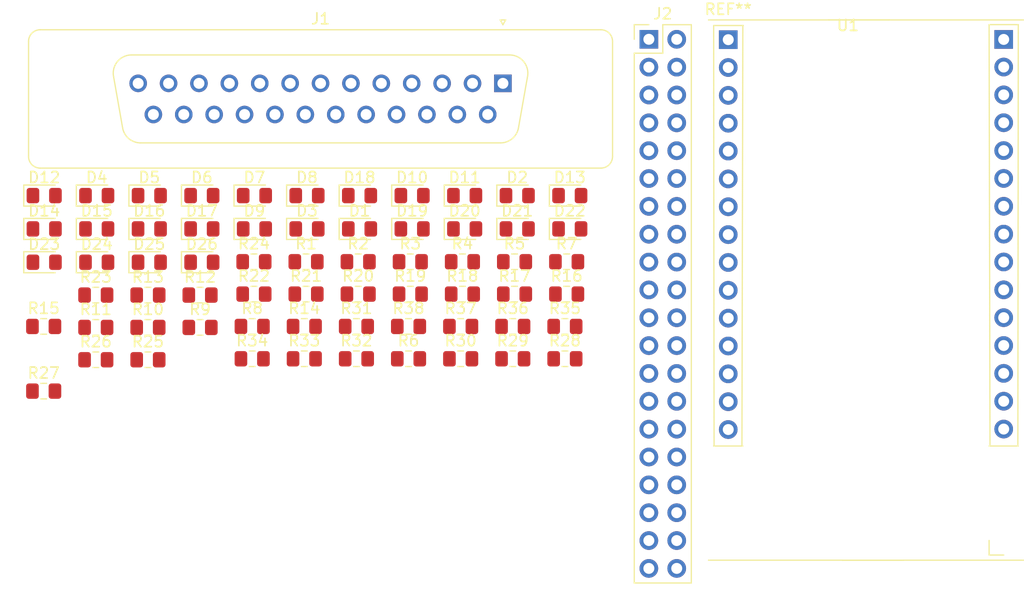
<source format=kicad_pcb>
(kicad_pcb (version 20171130) (host pcbnew 5.1.5+dfsg1-2build2)

  (general
    (thickness 1.6)
    (drawings 0)
    (tracks 0)
    (zones 0)
    (modules 67)
    (nets 77)
  )

  (page A4)
  (layers
    (0 F.Cu signal)
    (31 B.Cu signal)
    (32 B.Adhes user)
    (33 F.Adhes user)
    (34 B.Paste user)
    (35 F.Paste user)
    (36 B.SilkS user)
    (37 F.SilkS user)
    (38 B.Mask user)
    (39 F.Mask user)
    (40 Dwgs.User user)
    (41 Cmts.User user)
    (42 Eco1.User user)
    (43 Eco2.User user)
    (44 Edge.Cuts user)
    (45 Margin user)
    (46 B.CrtYd user)
    (47 F.CrtYd user)
    (48 B.Fab user)
    (49 F.Fab user)
  )

  (setup
    (last_trace_width 0.25)
    (trace_clearance 0.2)
    (zone_clearance 0.508)
    (zone_45_only no)
    (trace_min 0.2)
    (via_size 0.8)
    (via_drill 0.4)
    (via_min_size 0.4)
    (via_min_drill 0.3)
    (uvia_size 0.3)
    (uvia_drill 0.1)
    (uvias_allowed no)
    (uvia_min_size 0.2)
    (uvia_min_drill 0.1)
    (edge_width 0.1)
    (segment_width 0.2)
    (pcb_text_width 0.3)
    (pcb_text_size 1.5 1.5)
    (mod_edge_width 0.15)
    (mod_text_size 1 1)
    (mod_text_width 0.15)
    (pad_size 1.524 1.524)
    (pad_drill 0.762)
    (pad_to_mask_clearance 0)
    (aux_axis_origin 0 0)
    (visible_elements FFFFFF7F)
    (pcbplotparams
      (layerselection 0x010fc_ffffffff)
      (usegerberextensions false)
      (usegerberattributes false)
      (usegerberadvancedattributes false)
      (creategerberjobfile false)
      (excludeedgelayer true)
      (linewidth 0.100000)
      (plotframeref false)
      (viasonmask false)
      (mode 1)
      (useauxorigin false)
      (hpglpennumber 1)
      (hpglpenspeed 20)
      (hpglpendiameter 15.000000)
      (psnegative false)
      (psa4output false)
      (plotreference true)
      (plotvalue true)
      (plotinvisibletext false)
      (padsonsilk false)
      (subtractmaskfromsilk false)
      (outputformat 1)
      (mirror false)
      (drillshape 1)
      (scaleselection 1)
      (outputdirectory ""))
  )

  (net 0 "")
  (net 1 CRASH1-SLEEVE)
  (net 2 GPIO35)
  (net 3 GPIO36)
  (net 4 GPIO26)
  (net 5 GPIO32)
  (net 6 GPIO14)
  (net 7 GPIO34)
  (net 8 GPIO13)
  (net 9 GPIO27)
  (net 10 3V3)
  (net 11 GPIO33)
  (net 12 GPIO15)
  (net 13 GPIO39)
  (net 14 GPIO12)
  (net 15 HI-HAT-CONTROL-TIP)
  (net 16 "Net-(J1-Pad25)")
  (net 17 RIDE-TIP)
  (net 18 RIDE-RING)
  (net 19 "Net-(J1-Pad21)")
  (net 20 TOM3-TIP)
  (net 21 "Net-(J1-Pad18)")
  (net 22 TOM2-TIP)
  (net 23 "Net-(J1-Pad15)")
  (net 24 TOM1-TIP)
  (net 25 CRASH1-RING)
  (net 26 CRASH1-TIP)
  (net 27 HI-HAT-RING)
  (net 28 HI-HAT-TIP)
  (net 29 SNARE-RING)
  (net 30 SNARE-TIP)
  (net 31 KICK-TIP)
  (net 32 "Net-(J2-Pad40)")
  (net 33 "Net-(J2-Pad38)")
  (net 34 "Net-(J2-Pad37)")
  (net 35 "Net-(J2-Pad36)")
  (net 36 "Net-(J2-Pad35)")
  (net 37 "Net-(J2-Pad33)")
  (net 38 "Net-(J2-Pad32)")
  (net 39 "Net-(J2-Pad31)")
  (net 40 "Net-(J2-Pad29)")
  (net 41 "Net-(J2-Pad28)")
  (net 42 "Net-(J2-Pad27)")
  (net 43 "Net-(J2-Pad26)")
  (net 44 "Net-(J2-Pad24)")
  (net 45 "Net-(J2-Pad23)")
  (net 46 "Net-(J2-Pad22)")
  (net 47 "Net-(J2-Pad21)")
  (net 48 "Net-(J2-Pad19)")
  (net 49 "Net-(J2-Pad18)")
  (net 50 "Net-(J2-Pad17)")
  (net 51 "Net-(J2-Pad16)")
  (net 52 "Net-(J2-Pad15)")
  (net 53 "Net-(J2-Pad13)")
  (net 54 "Net-(J2-Pad12)")
  (net 55 "Net-(J2-Pad11)")
  (net 56 ESP-UART0-TX)
  (net 57 ESP-UART0-RX)
  (net 58 "Net-(J2-Pad7)")
  (net 59 "Net-(J2-Pad5)")
  (net 60 "Net-(J2-Pad4)")
  (net 61 "Net-(J2-Pad3)")
  (net 62 ESP-VIN)
  (net 63 "Net-(J2-Pad1)")
  (net 64 GPIO25)
  (net 65 "Net-(U1-Pad25)")
  (net 66 "Net-(U1-Pad19)")
  (net 67 "Net-(U1-Pad22)")
  (net 68 "Net-(U1-Pad29)")
  (net 69 "Net-(U1-Pad17)")
  (net 70 "Net-(U1-Pad20)")
  (net 71 "Net-(U1-Pad23)")
  (net 72 "Net-(U1-Pad24)")
  (net 73 "Net-(U1-Pad26)")
  (net 74 "Net-(U1-Pad30)")
  (net 75 "Net-(U1-Pad21)")
  (net 76 "Net-(U1-Pad1)")

  (net_class Default "Dies ist die voreingestellte Netzklasse."
    (clearance 0.2)
    (trace_width 0.25)
    (via_dia 0.8)
    (via_drill 0.4)
    (uvia_dia 0.3)
    (uvia_drill 0.1)
    (add_net 3V3)
    (add_net CRASH1-RING)
    (add_net CRASH1-SLEEVE)
    (add_net CRASH1-TIP)
    (add_net ESP-UART0-RX)
    (add_net ESP-UART0-TX)
    (add_net ESP-VIN)
    (add_net GPIO12)
    (add_net GPIO13)
    (add_net GPIO14)
    (add_net GPIO15)
    (add_net GPIO25)
    (add_net GPIO26)
    (add_net GPIO27)
    (add_net GPIO32)
    (add_net GPIO33)
    (add_net GPIO34)
    (add_net GPIO35)
    (add_net GPIO36)
    (add_net GPIO39)
    (add_net HI-HAT-CONTROL-TIP)
    (add_net HI-HAT-RING)
    (add_net HI-HAT-TIP)
    (add_net KICK-TIP)
    (add_net "Net-(J1-Pad15)")
    (add_net "Net-(J1-Pad18)")
    (add_net "Net-(J1-Pad21)")
    (add_net "Net-(J1-Pad25)")
    (add_net "Net-(J2-Pad1)")
    (add_net "Net-(J2-Pad11)")
    (add_net "Net-(J2-Pad12)")
    (add_net "Net-(J2-Pad13)")
    (add_net "Net-(J2-Pad15)")
    (add_net "Net-(J2-Pad16)")
    (add_net "Net-(J2-Pad17)")
    (add_net "Net-(J2-Pad18)")
    (add_net "Net-(J2-Pad19)")
    (add_net "Net-(J2-Pad21)")
    (add_net "Net-(J2-Pad22)")
    (add_net "Net-(J2-Pad23)")
    (add_net "Net-(J2-Pad24)")
    (add_net "Net-(J2-Pad26)")
    (add_net "Net-(J2-Pad27)")
    (add_net "Net-(J2-Pad28)")
    (add_net "Net-(J2-Pad29)")
    (add_net "Net-(J2-Pad3)")
    (add_net "Net-(J2-Pad31)")
    (add_net "Net-(J2-Pad32)")
    (add_net "Net-(J2-Pad33)")
    (add_net "Net-(J2-Pad35)")
    (add_net "Net-(J2-Pad36)")
    (add_net "Net-(J2-Pad37)")
    (add_net "Net-(J2-Pad38)")
    (add_net "Net-(J2-Pad4)")
    (add_net "Net-(J2-Pad40)")
    (add_net "Net-(J2-Pad5)")
    (add_net "Net-(J2-Pad7)")
    (add_net "Net-(U1-Pad1)")
    (add_net "Net-(U1-Pad17)")
    (add_net "Net-(U1-Pad19)")
    (add_net "Net-(U1-Pad20)")
    (add_net "Net-(U1-Pad21)")
    (add_net "Net-(U1-Pad22)")
    (add_net "Net-(U1-Pad23)")
    (add_net "Net-(U1-Pad24)")
    (add_net "Net-(U1-Pad25)")
    (add_net "Net-(U1-Pad26)")
    (add_net "Net-(U1-Pad29)")
    (add_net "Net-(U1-Pad30)")
    (add_net RIDE-RING)
    (add_net RIDE-TIP)
    (add_net SNARE-RING)
    (add_net SNARE-TIP)
    (add_net TOM1-TIP)
    (add_net TOM2-TIP)
    (add_net TOM3-TIP)
  )

  (module edrumulus:esp32_devkit_v1 (layer F.Cu) (tedit 61BDF7C3) (tstamp 62D3C175)
    (at 249.658001 24.698001)
    (path /61B5316D)
    (fp_text reference U1 (at 10.922 -1.278) (layer F.SilkS)
      (effects (font (size 1 1) (thickness 0.15)))
    )
    (fp_text value ESP32-DEVKIT-V1 (at 10.922 -2.278) (layer F.Fab)
      (effects (font (size 1 1) (thickness 0.15)))
    )
    (fp_line (start 26.454 37.084) (end 23.794 37.084) (layer F.SilkS) (width 0.12))
    (fp_line (start 26.924 47.498) (end 23.374 47.498) (layer F.CrtYd) (width 0.05))
    (fp_line (start 26.924 47.498) (end 10.414 47.498) (layer F.SilkS) (width 0.12))
    (fp_line (start 24.489 46.968) (end 23.854 46.333) (layer F.Fab) (width 0.1))
    (fp_line (start 26.924 -1.802) (end 26.924 47.498) (layer F.CrtYd) (width 0.05))
    (fp_line (start 23.374 -1.802) (end 26.924 -1.802) (layer F.CrtYd) (width 0.05))
    (fp_line (start 26.454 -1.352) (end 23.794 -1.352) (layer F.SilkS) (width 0.12))
    (fp_line (start 23.876 36.957) (end 23.794 -1.352) (layer F.SilkS) (width 0.12))
    (fp_line (start 25.124 47.028) (end 23.794 47.028) (layer F.SilkS) (width 0.12))
    (fp_line (start 26.416 36.957) (end 26.454 -1.352) (layer F.SilkS) (width 0.12))
    (fp_line (start 26.394 -1.292) (end 26.394 46.968) (layer F.Fab) (width 0.1))
    (fp_line (start 23.854 -1.292) (end 26.394 -1.292) (layer F.Fab) (width 0.1))
    (fp_line (start 23.374 47.498) (end 23.374 -1.802) (layer F.CrtYd) (width 0.05))
    (fp_line (start 26.924 -1.778) (end 9.144 -1.778) (layer F.SilkS) (width 0.12))
    (fp_line (start 26.394 46.968) (end 24.489 46.968) (layer F.Fab) (width 0.1))
    (fp_text user %R (at 25.124 22.838 270) (layer F.Fab)
      (effects (font (size 1 1) (thickness 0.15)))
    )
    (fp_line (start 23.794 47.028) (end 23.794 45.698) (layer F.SilkS) (width 0.12))
    (fp_line (start 23.854 46.333) (end 23.854 -1.292) (layer F.Fab) (width 0.1))
    (fp_line (start 1.292 -0.613) (end 1.292 47.012) (layer F.Fab) (width 0.1))
    (fp_line (start 0.657 -1.248) (end 1.292 -0.613) (layer F.Fab) (width 0.1))
    (fp_line (start 1.772 47.522) (end -1.778 47.522) (layer F.CrtYd) (width 0.05))
    (fp_line (start -1.308 -1.27) (end -1.27 37.084) (layer F.SilkS) (width 0.12))
    (fp_line (start 1.772 -1.778) (end 1.772 47.522) (layer F.CrtYd) (width 0.05))
    (fp_line (start -1.778 47.522) (end -1.778 -1.778) (layer F.CrtYd) (width 0.05))
    (fp_line (start -1.308 37.084) (end 1.352 37.084) (layer F.SilkS) (width 0.12))
    (fp_line (start -1.248 47.012) (end -1.248 -1.248) (layer F.Fab) (width 0.1))
    (fp_line (start 1.292 47.012) (end -1.248 47.012) (layer F.Fab) (width 0.1))
    (fp_line (start -1.248 -1.248) (end 0.657 -1.248) (layer F.Fab) (width 0.1))
    (fp_line (start -1.263 -1.27) (end 1.397 -1.27) (layer F.SilkS) (width 0.12))
    (fp_line (start -1.778 -1.778) (end 1.772 -1.778) (layer F.CrtYd) (width 0.05))
    (fp_line (start 1.352 -1.27) (end 1.27 37.084) (layer F.SilkS) (width 0.12))
    (fp_text user REF** (at 0.022 -2.748) (layer F.SilkS)
      (effects (font (size 1 1) (thickness 0.15)))
    )
    (fp_text user %R (at 0.022 22.882 90) (layer F.Fab)
      (effects (font (size 1 1) (thickness 0.15)))
    )
    (fp_line (start -1.778 -1.778) (end 14.732 -1.778) (layer F.SilkS) (width 0.12))
    (fp_line (start -1.778 47.498) (end 16.002 47.498) (layer F.SilkS) (width 0.12))
    (pad 27 thru_hole oval (at 25.124 7.598 180) (size 1.7 1.7) (drill 1) (layers *.Cu *.Mask)
      (net 57 ESP-UART0-RX))
    (pad 25 thru_hole oval (at 25.124 12.678 180) (size 1.7 1.7) (drill 1) (layers *.Cu *.Mask)
      (net 65 "Net-(U1-Pad25)"))
    (pad 19 thru_hole oval (at 25.124 27.918 180) (size 1.7 1.7) (drill 1) (layers *.Cu *.Mask)
      (net 66 "Net-(U1-Pad19)"))
    (pad 28 thru_hole oval (at 25.124 5.058 180) (size 1.7 1.7) (drill 1) (layers *.Cu *.Mask)
      (net 56 ESP-UART0-TX))
    (pad 22 thru_hole oval (at 25.124 20.298 180) (size 1.7 1.7) (drill 1) (layers *.Cu *.Mask)
      (net 67 "Net-(U1-Pad22)"))
    (pad 29 thru_hole oval (at 25.124 2.518 180) (size 1.7 1.7) (drill 1) (layers *.Cu *.Mask)
      (net 68 "Net-(U1-Pad29)"))
    (pad 17 thru_hole oval (at 25.124 32.998 180) (size 1.7 1.7) (drill 1) (layers *.Cu *.Mask)
      (net 69 "Net-(U1-Pad17)"))
    (pad 20 thru_hole oval (at 25.124 25.378 180) (size 1.7 1.7) (drill 1) (layers *.Cu *.Mask)
      (net 70 "Net-(U1-Pad20)"))
    (pad 16 thru_hole oval (at 25.124 35.538 180) (size 1.7 1.7) (drill 1) (layers *.Cu *.Mask)
      (net 10 3V3))
    (pad 23 thru_hole oval (at 25.124 17.758 180) (size 1.7 1.7) (drill 1) (layers *.Cu *.Mask)
      (net 71 "Net-(U1-Pad23)"))
    (pad 18 thru_hole oval (at 25.124 30.458 180) (size 1.7 1.7) (drill 1) (layers *.Cu *.Mask)
      (net 12 GPIO15))
    (pad 24 thru_hole oval (at 25.124 15.218 180) (size 1.7 1.7) (drill 1) (layers *.Cu *.Mask)
      (net 72 "Net-(U1-Pad24)"))
    (pad 26 thru_hole oval (at 25.124 10.138 180) (size 1.7 1.7) (drill 1) (layers *.Cu *.Mask)
      (net 73 "Net-(U1-Pad26)"))
    (pad 30 thru_hole rect (at 25.124 0 180) (size 1.7 1.7) (drill 1) (layers *.Cu *.Mask)
      (net 74 "Net-(U1-Pad30)"))
    (pad 21 thru_hole oval (at 25.124 22.838 180) (size 1.7 1.7) (drill 1) (layers *.Cu *.Mask)
      (net 75 "Net-(U1-Pad21)"))
    (pad 13 thru_hole oval (at 0.022 30.502) (size 1.7 1.7) (drill 1) (layers *.Cu *.Mask)
      (net 8 GPIO13))
    (pad 10 thru_hole oval (at 0.022 22.882) (size 1.7 1.7) (drill 1) (layers *.Cu *.Mask)
      (net 9 GPIO27))
    (pad 4 thru_hole oval (at 0.022 7.642) (size 1.7 1.7) (drill 1) (layers *.Cu *.Mask)
      (net 7 GPIO34))
    (pad 15 thru_hole oval (at 0.022 35.582) (size 1.7 1.7) (drill 1) (layers *.Cu *.Mask)
      (net 62 ESP-VIN))
    (pad 6 thru_hole oval (at 0.022 12.722) (size 1.7 1.7) (drill 1) (layers *.Cu *.Mask)
      (net 5 GPIO32))
    (pad 3 thru_hole oval (at 0.022 5.102) (size 1.7 1.7) (drill 1) (layers *.Cu *.Mask)
      (net 13 GPIO39))
    (pad 12 thru_hole oval (at 0.022 27.962) (size 1.7 1.7) (drill 1) (layers *.Cu *.Mask)
      (net 14 GPIO12))
    (pad 7 thru_hole oval (at 0.022 15.262) (size 1.7 1.7) (drill 1) (layers *.Cu *.Mask)
      (net 11 GPIO33))
    (pad 11 thru_hole oval (at 0.022 25.422) (size 1.7 1.7) (drill 1) (layers *.Cu *.Mask)
      (net 6 GPIO14))
    (pad 8 thru_hole oval (at 0.022 17.802) (size 1.7 1.7) (drill 1) (layers *.Cu *.Mask)
      (net 64 GPIO25))
    (pad 9 thru_hole oval (at 0.022 20.342) (size 1.7 1.7) (drill 1) (layers *.Cu *.Mask)
      (net 4 GPIO26))
    (pad 14 thru_hole oval (at 0.022 33.042) (size 1.7 1.7) (drill 1) (layers *.Cu *.Mask)
      (net 1 CRASH1-SLEEVE))
    (pad 1 thru_hole rect (at 0.022 0.022) (size 1.7 1.7) (drill 1) (layers *.Cu *.Mask)
      (net 76 "Net-(U1-Pad1)"))
    (pad 5 thru_hole oval (at 0.022 10.182) (size 1.7 1.7) (drill 1) (layers *.Cu *.Mask)
      (net 2 GPIO35))
    (pad 2 thru_hole oval (at 0.022 2.562) (size 1.7 1.7) (drill 1) (layers *.Cu *.Mask)
      (net 3 GPIO36))
    (model ${KISYS3DMOD}/Connector_PinSocket_2.54mm.3dshapes/PinSocket_1x19_P2.54mm_Vertical.wrl
      (offset (xyz -10.86 -1.9 0))
      (scale (xyz 1 1 1))
      (rotate (xyz 0 0 0))
    )
  )

  (module Resistor_SMD:R_0805_2012Metric_Pad1.15x1.40mm_HandSolder (layer F.Cu) (tedit 5B36C52B) (tstamp 62D3C130)
    (at 220.545001 50.875001)
    (descr "Resistor SMD 0805 (2012 Metric), square (rectangular) end terminal, IPC_7351 nominal with elongated pad for handsoldering. (Body size source: https://docs.google.com/spreadsheets/d/1BsfQQcO9C6DZCsRaXUlFlo91Tg2WpOkGARC1WS5S8t0/edit?usp=sharing), generated with kicad-footprint-generator")
    (tags "resistor handsolder")
    (path /61D81CAE)
    (attr smd)
    (fp_text reference R38 (at 0 -1.65) (layer F.SilkS)
      (effects (font (size 1 1) (thickness 0.15)))
    )
    (fp_text value "10 kOhm" (at 0 1.65) (layer F.Fab)
      (effects (font (size 1 1) (thickness 0.15)))
    )
    (fp_text user %R (at 0 0) (layer F.Fab)
      (effects (font (size 0.5 0.5) (thickness 0.08)))
    )
    (fp_line (start 1.85 0.95) (end -1.85 0.95) (layer F.CrtYd) (width 0.05))
    (fp_line (start 1.85 -0.95) (end 1.85 0.95) (layer F.CrtYd) (width 0.05))
    (fp_line (start -1.85 -0.95) (end 1.85 -0.95) (layer F.CrtYd) (width 0.05))
    (fp_line (start -1.85 0.95) (end -1.85 -0.95) (layer F.CrtYd) (width 0.05))
    (fp_line (start -0.261252 0.71) (end 0.261252 0.71) (layer F.SilkS) (width 0.12))
    (fp_line (start -0.261252 -0.71) (end 0.261252 -0.71) (layer F.SilkS) (width 0.12))
    (fp_line (start 1 0.6) (end -1 0.6) (layer F.Fab) (width 0.1))
    (fp_line (start 1 -0.6) (end 1 0.6) (layer F.Fab) (width 0.1))
    (fp_line (start -1 -0.6) (end 1 -0.6) (layer F.Fab) (width 0.1))
    (fp_line (start -1 0.6) (end -1 -0.6) (layer F.Fab) (width 0.1))
    (pad 2 smd roundrect (at 1.025 0) (size 1.15 1.4) (layers F.Cu F.Paste F.Mask) (roundrect_rratio 0.217391)
      (net 15 HI-HAT-CONTROL-TIP))
    (pad 1 smd roundrect (at -1.025 0) (size 1.15 1.4) (layers F.Cu F.Paste F.Mask) (roundrect_rratio 0.217391)
      (net 10 3V3))
    (model ${KISYS3DMOD}/Resistor_SMD.3dshapes/R_0805_2012Metric.wrl
      (at (xyz 0 0 0))
      (scale (xyz 1 1 1))
      (rotate (xyz 0 0 0))
    )
  )

  (module Resistor_SMD:R_0805_2012Metric_Pad1.15x1.40mm_HandSolder (layer F.Cu) (tedit 5B36C52B) (tstamp 62D3C11F)
    (at 225.295001 50.875001)
    (descr "Resistor SMD 0805 (2012 Metric), square (rectangular) end terminal, IPC_7351 nominal with elongated pad for handsoldering. (Body size source: https://docs.google.com/spreadsheets/d/1BsfQQcO9C6DZCsRaXUlFlo91Tg2WpOkGARC1WS5S8t0/edit?usp=sharing), generated with kicad-footprint-generator")
    (tags "resistor handsolder")
    (path /61D81CC7)
    (attr smd)
    (fp_text reference R37 (at 0 -1.65) (layer F.SilkS)
      (effects (font (size 1 1) (thickness 0.15)))
    )
    (fp_text value "10 kOhm" (at 0 1.65) (layer F.Fab)
      (effects (font (size 1 1) (thickness 0.15)))
    )
    (fp_text user %R (at 0 0) (layer F.Fab)
      (effects (font (size 0.5 0.5) (thickness 0.08)))
    )
    (fp_line (start 1.85 0.95) (end -1.85 0.95) (layer F.CrtYd) (width 0.05))
    (fp_line (start 1.85 -0.95) (end 1.85 0.95) (layer F.CrtYd) (width 0.05))
    (fp_line (start -1.85 -0.95) (end 1.85 -0.95) (layer F.CrtYd) (width 0.05))
    (fp_line (start -1.85 0.95) (end -1.85 -0.95) (layer F.CrtYd) (width 0.05))
    (fp_line (start -0.261252 0.71) (end 0.261252 0.71) (layer F.SilkS) (width 0.12))
    (fp_line (start -0.261252 -0.71) (end 0.261252 -0.71) (layer F.SilkS) (width 0.12))
    (fp_line (start 1 0.6) (end -1 0.6) (layer F.Fab) (width 0.1))
    (fp_line (start 1 -0.6) (end 1 0.6) (layer F.Fab) (width 0.1))
    (fp_line (start -1 -0.6) (end 1 -0.6) (layer F.Fab) (width 0.1))
    (fp_line (start -1 0.6) (end -1 -0.6) (layer F.Fab) (width 0.1))
    (pad 2 smd roundrect (at 1.025 0) (size 1.15 1.4) (layers F.Cu F.Paste F.Mask) (roundrect_rratio 0.217391)
      (net 15 HI-HAT-CONTROL-TIP))
    (pad 1 smd roundrect (at -1.025 0) (size 1.15 1.4) (layers F.Cu F.Paste F.Mask) (roundrect_rratio 0.217391)
      (net 64 GPIO25))
    (model ${KISYS3DMOD}/Resistor_SMD.3dshapes/R_0805_2012Metric.wrl
      (at (xyz 0 0 0))
      (scale (xyz 1 1 1))
      (rotate (xyz 0 0 0))
    )
  )

  (module Resistor_SMD:R_0805_2012Metric_Pad1.15x1.40mm_HandSolder (layer F.Cu) (tedit 5B36C52B) (tstamp 62D3C10E)
    (at 230.045001 50.875001)
    (descr "Resistor SMD 0805 (2012 Metric), square (rectangular) end terminal, IPC_7351 nominal with elongated pad for handsoldering. (Body size source: https://docs.google.com/spreadsheets/d/1BsfQQcO9C6DZCsRaXUlFlo91Tg2WpOkGARC1WS5S8t0/edit?usp=sharing), generated with kicad-footprint-generator")
    (tags "resistor handsolder")
    (path /62096937)
    (attr smd)
    (fp_text reference R36 (at 0 -1.65) (layer F.SilkS)
      (effects (font (size 1 1) (thickness 0.15)))
    )
    (fp_text value "22 kOhm" (at 0 1.65) (layer F.Fab)
      (effects (font (size 1 1) (thickness 0.15)))
    )
    (fp_text user %R (at 0 0) (layer F.Fab)
      (effects (font (size 0.5 0.5) (thickness 0.08)))
    )
    (fp_line (start 1.85 0.95) (end -1.85 0.95) (layer F.CrtYd) (width 0.05))
    (fp_line (start 1.85 -0.95) (end 1.85 0.95) (layer F.CrtYd) (width 0.05))
    (fp_line (start -1.85 -0.95) (end 1.85 -0.95) (layer F.CrtYd) (width 0.05))
    (fp_line (start -1.85 0.95) (end -1.85 -0.95) (layer F.CrtYd) (width 0.05))
    (fp_line (start -0.261252 0.71) (end 0.261252 0.71) (layer F.SilkS) (width 0.12))
    (fp_line (start -0.261252 -0.71) (end 0.261252 -0.71) (layer F.SilkS) (width 0.12))
    (fp_line (start 1 0.6) (end -1 0.6) (layer F.Fab) (width 0.1))
    (fp_line (start 1 -0.6) (end 1 0.6) (layer F.Fab) (width 0.1))
    (fp_line (start -1 -0.6) (end 1 -0.6) (layer F.Fab) (width 0.1))
    (fp_line (start -1 0.6) (end -1 -0.6) (layer F.Fab) (width 0.1))
    (pad 2 smd roundrect (at 1.025 0) (size 1.15 1.4) (layers F.Cu F.Paste F.Mask) (roundrect_rratio 0.217391)
      (net 14 GPIO12))
    (pad 1 smd roundrect (at -1.025 0) (size 1.15 1.4) (layers F.Cu F.Paste F.Mask) (roundrect_rratio 0.217391)
      (net 10 3V3))
    (model ${KISYS3DMOD}/Resistor_SMD.3dshapes/R_0805_2012Metric.wrl
      (at (xyz 0 0 0))
      (scale (xyz 1 1 1))
      (rotate (xyz 0 0 0))
    )
  )

  (module Resistor_SMD:R_0805_2012Metric_Pad1.15x1.40mm_HandSolder (layer F.Cu) (tedit 5B36C52B) (tstamp 62D3C0FD)
    (at 234.795001 50.875001)
    (descr "Resistor SMD 0805 (2012 Metric), square (rectangular) end terminal, IPC_7351 nominal with elongated pad for handsoldering. (Body size source: https://docs.google.com/spreadsheets/d/1BsfQQcO9C6DZCsRaXUlFlo91Tg2WpOkGARC1WS5S8t0/edit?usp=sharing), generated with kicad-footprint-generator")
    (tags "resistor handsolder")
    (path /62004A7B)
    (attr smd)
    (fp_text reference R35 (at 0 -1.65) (layer F.SilkS)
      (effects (font (size 1 1) (thickness 0.15)))
    )
    (fp_text value "22 kOhm" (at 0 1.65) (layer F.Fab)
      (effects (font (size 1 1) (thickness 0.15)))
    )
    (fp_text user %R (at 0 0) (layer F.Fab)
      (effects (font (size 0.5 0.5) (thickness 0.08)))
    )
    (fp_line (start 1.85 0.95) (end -1.85 0.95) (layer F.CrtYd) (width 0.05))
    (fp_line (start 1.85 -0.95) (end 1.85 0.95) (layer F.CrtYd) (width 0.05))
    (fp_line (start -1.85 -0.95) (end 1.85 -0.95) (layer F.CrtYd) (width 0.05))
    (fp_line (start -1.85 0.95) (end -1.85 -0.95) (layer F.CrtYd) (width 0.05))
    (fp_line (start -0.261252 0.71) (end 0.261252 0.71) (layer F.SilkS) (width 0.12))
    (fp_line (start -0.261252 -0.71) (end 0.261252 -0.71) (layer F.SilkS) (width 0.12))
    (fp_line (start 1 0.6) (end -1 0.6) (layer F.Fab) (width 0.1))
    (fp_line (start 1 -0.6) (end 1 0.6) (layer F.Fab) (width 0.1))
    (fp_line (start -1 -0.6) (end 1 -0.6) (layer F.Fab) (width 0.1))
    (fp_line (start -1 0.6) (end -1 -0.6) (layer F.Fab) (width 0.1))
    (pad 2 smd roundrect (at 1.025 0) (size 1.15 1.4) (layers F.Cu F.Paste F.Mask) (roundrect_rratio 0.217391)
      (net 13 GPIO39))
    (pad 1 smd roundrect (at -1.025 0) (size 1.15 1.4) (layers F.Cu F.Paste F.Mask) (roundrect_rratio 0.217391)
      (net 10 3V3))
    (model ${KISYS3DMOD}/Resistor_SMD.3dshapes/R_0805_2012Metric.wrl
      (at (xyz 0 0 0))
      (scale (xyz 1 1 1))
      (rotate (xyz 0 0 0))
    )
  )

  (module Resistor_SMD:R_0805_2012Metric_Pad1.15x1.40mm_HandSolder (layer F.Cu) (tedit 5B36C52B) (tstamp 62D3C0EC)
    (at 206.295001 53.825001)
    (descr "Resistor SMD 0805 (2012 Metric), square (rectangular) end terminal, IPC_7351 nominal with elongated pad for handsoldering. (Body size source: https://docs.google.com/spreadsheets/d/1BsfQQcO9C6DZCsRaXUlFlo91Tg2WpOkGARC1WS5S8t0/edit?usp=sharing), generated with kicad-footprint-generator")
    (tags "resistor handsolder")
    (path /620E003D)
    (attr smd)
    (fp_text reference R34 (at 0 -1.65) (layer F.SilkS)
      (effects (font (size 1 1) (thickness 0.15)))
    )
    (fp_text value "22 kOhm" (at 0 1.65) (layer F.Fab)
      (effects (font (size 1 1) (thickness 0.15)))
    )
    (fp_text user %R (at 0 0) (layer F.Fab)
      (effects (font (size 0.5 0.5) (thickness 0.08)))
    )
    (fp_line (start 1.85 0.95) (end -1.85 0.95) (layer F.CrtYd) (width 0.05))
    (fp_line (start 1.85 -0.95) (end 1.85 0.95) (layer F.CrtYd) (width 0.05))
    (fp_line (start -1.85 -0.95) (end 1.85 -0.95) (layer F.CrtYd) (width 0.05))
    (fp_line (start -1.85 0.95) (end -1.85 -0.95) (layer F.CrtYd) (width 0.05))
    (fp_line (start -0.261252 0.71) (end 0.261252 0.71) (layer F.SilkS) (width 0.12))
    (fp_line (start -0.261252 -0.71) (end 0.261252 -0.71) (layer F.SilkS) (width 0.12))
    (fp_line (start 1 0.6) (end -1 0.6) (layer F.Fab) (width 0.1))
    (fp_line (start 1 -0.6) (end 1 0.6) (layer F.Fab) (width 0.1))
    (fp_line (start -1 -0.6) (end 1 -0.6) (layer F.Fab) (width 0.1))
    (fp_line (start -1 0.6) (end -1 -0.6) (layer F.Fab) (width 0.1))
    (pad 2 smd roundrect (at 1.025 0) (size 1.15 1.4) (layers F.Cu F.Paste F.Mask) (roundrect_rratio 0.217391)
      (net 12 GPIO15))
    (pad 1 smd roundrect (at -1.025 0) (size 1.15 1.4) (layers F.Cu F.Paste F.Mask) (roundrect_rratio 0.217391)
      (net 10 3V3))
    (model ${KISYS3DMOD}/Resistor_SMD.3dshapes/R_0805_2012Metric.wrl
      (at (xyz 0 0 0))
      (scale (xyz 1 1 1))
      (rotate (xyz 0 0 0))
    )
  )

  (module Resistor_SMD:R_0805_2012Metric_Pad1.15x1.40mm_HandSolder (layer F.Cu) (tedit 5B36C52B) (tstamp 62D3C0DB)
    (at 211.045001 53.825001)
    (descr "Resistor SMD 0805 (2012 Metric), square (rectangular) end terminal, IPC_7351 nominal with elongated pad for handsoldering. (Body size source: https://docs.google.com/spreadsheets/d/1BsfQQcO9C6DZCsRaXUlFlo91Tg2WpOkGARC1WS5S8t0/edit?usp=sharing), generated with kicad-footprint-generator")
    (tags "resistor handsolder")
    (path /61D09D3E)
    (attr smd)
    (fp_text reference R33 (at 0 -1.65) (layer F.SilkS)
      (effects (font (size 1 1) (thickness 0.15)))
    )
    (fp_text value "22 kOhm" (at 0 1.65) (layer F.Fab)
      (effects (font (size 1 1) (thickness 0.15)))
    )
    (fp_text user %R (at 0 0) (layer F.Fab)
      (effects (font (size 0.5 0.5) (thickness 0.08)))
    )
    (fp_line (start 1.85 0.95) (end -1.85 0.95) (layer F.CrtYd) (width 0.05))
    (fp_line (start 1.85 -0.95) (end 1.85 0.95) (layer F.CrtYd) (width 0.05))
    (fp_line (start -1.85 -0.95) (end 1.85 -0.95) (layer F.CrtYd) (width 0.05))
    (fp_line (start -1.85 0.95) (end -1.85 -0.95) (layer F.CrtYd) (width 0.05))
    (fp_line (start -0.261252 0.71) (end 0.261252 0.71) (layer F.SilkS) (width 0.12))
    (fp_line (start -0.261252 -0.71) (end 0.261252 -0.71) (layer F.SilkS) (width 0.12))
    (fp_line (start 1 0.6) (end -1 0.6) (layer F.Fab) (width 0.1))
    (fp_line (start 1 -0.6) (end 1 0.6) (layer F.Fab) (width 0.1))
    (fp_line (start -1 -0.6) (end 1 -0.6) (layer F.Fab) (width 0.1))
    (fp_line (start -1 0.6) (end -1 -0.6) (layer F.Fab) (width 0.1))
    (pad 2 smd roundrect (at 1.025 0) (size 1.15 1.4) (layers F.Cu F.Paste F.Mask) (roundrect_rratio 0.217391)
      (net 11 GPIO33))
    (pad 1 smd roundrect (at -1.025 0) (size 1.15 1.4) (layers F.Cu F.Paste F.Mask) (roundrect_rratio 0.217391)
      (net 10 3V3))
    (model ${KISYS3DMOD}/Resistor_SMD.3dshapes/R_0805_2012Metric.wrl
      (at (xyz 0 0 0))
      (scale (xyz 1 1 1))
      (rotate (xyz 0 0 0))
    )
  )

  (module Resistor_SMD:R_0805_2012Metric_Pad1.15x1.40mm_HandSolder (layer F.Cu) (tedit 5B36C52B) (tstamp 62D3C0CA)
    (at 215.795001 53.825001)
    (descr "Resistor SMD 0805 (2012 Metric), square (rectangular) end terminal, IPC_7351 nominal with elongated pad for handsoldering. (Body size source: https://docs.google.com/spreadsheets/d/1BsfQQcO9C6DZCsRaXUlFlo91Tg2WpOkGARC1WS5S8t0/edit?usp=sharing), generated with kicad-footprint-generator")
    (tags "resistor handsolder")
    (path /62096950)
    (attr smd)
    (fp_text reference R32 (at 0 -1.65) (layer F.SilkS)
      (effects (font (size 1 1) (thickness 0.15)))
    )
    (fp_text value "22 kOhm" (at 0 1.65) (layer F.Fab)
      (effects (font (size 1 1) (thickness 0.15)))
    )
    (fp_text user %R (at 0 0) (layer F.Fab)
      (effects (font (size 0.5 0.5) (thickness 0.08)))
    )
    (fp_line (start 1.85 0.95) (end -1.85 0.95) (layer F.CrtYd) (width 0.05))
    (fp_line (start 1.85 -0.95) (end 1.85 0.95) (layer F.CrtYd) (width 0.05))
    (fp_line (start -1.85 -0.95) (end 1.85 -0.95) (layer F.CrtYd) (width 0.05))
    (fp_line (start -1.85 0.95) (end -1.85 -0.95) (layer F.CrtYd) (width 0.05))
    (fp_line (start -0.261252 0.71) (end 0.261252 0.71) (layer F.SilkS) (width 0.12))
    (fp_line (start -0.261252 -0.71) (end 0.261252 -0.71) (layer F.SilkS) (width 0.12))
    (fp_line (start 1 0.6) (end -1 0.6) (layer F.Fab) (width 0.1))
    (fp_line (start 1 -0.6) (end 1 0.6) (layer F.Fab) (width 0.1))
    (fp_line (start -1 -0.6) (end 1 -0.6) (layer F.Fab) (width 0.1))
    (fp_line (start -1 0.6) (end -1 -0.6) (layer F.Fab) (width 0.1))
    (pad 2 smd roundrect (at 1.025 0) (size 1.15 1.4) (layers F.Cu F.Paste F.Mask) (roundrect_rratio 0.217391)
      (net 1 CRASH1-SLEEVE))
    (pad 1 smd roundrect (at -1.025 0) (size 1.15 1.4) (layers F.Cu F.Paste F.Mask) (roundrect_rratio 0.217391)
      (net 14 GPIO12))
    (model ${KISYS3DMOD}/Resistor_SMD.3dshapes/R_0805_2012Metric.wrl
      (at (xyz 0 0 0))
      (scale (xyz 1 1 1))
      (rotate (xyz 0 0 0))
    )
  )

  (module Resistor_SMD:R_0805_2012Metric_Pad1.15x1.40mm_HandSolder (layer F.Cu) (tedit 5B36C52B) (tstamp 62D3C0B9)
    (at 215.795001 50.875001)
    (descr "Resistor SMD 0805 (2012 Metric), square (rectangular) end terminal, IPC_7351 nominal with elongated pad for handsoldering. (Body size source: https://docs.google.com/spreadsheets/d/1BsfQQcO9C6DZCsRaXUlFlo91Tg2WpOkGARC1WS5S8t0/edit?usp=sharing), generated with kicad-footprint-generator")
    (tags "resistor handsolder")
    (path /62004A94)
    (attr smd)
    (fp_text reference R31 (at 0 -1.65) (layer F.SilkS)
      (effects (font (size 1 1) (thickness 0.15)))
    )
    (fp_text value "22 kOhm" (at 0 1.65) (layer F.Fab)
      (effects (font (size 1 1) (thickness 0.15)))
    )
    (fp_text user %R (at 0 0) (layer F.Fab)
      (effects (font (size 0.5 0.5) (thickness 0.08)))
    )
    (fp_line (start 1.85 0.95) (end -1.85 0.95) (layer F.CrtYd) (width 0.05))
    (fp_line (start 1.85 -0.95) (end 1.85 0.95) (layer F.CrtYd) (width 0.05))
    (fp_line (start -1.85 -0.95) (end 1.85 -0.95) (layer F.CrtYd) (width 0.05))
    (fp_line (start -1.85 0.95) (end -1.85 -0.95) (layer F.CrtYd) (width 0.05))
    (fp_line (start -0.261252 0.71) (end 0.261252 0.71) (layer F.SilkS) (width 0.12))
    (fp_line (start -0.261252 -0.71) (end 0.261252 -0.71) (layer F.SilkS) (width 0.12))
    (fp_line (start 1 0.6) (end -1 0.6) (layer F.Fab) (width 0.1))
    (fp_line (start 1 -0.6) (end 1 0.6) (layer F.Fab) (width 0.1))
    (fp_line (start -1 -0.6) (end 1 -0.6) (layer F.Fab) (width 0.1))
    (fp_line (start -1 0.6) (end -1 -0.6) (layer F.Fab) (width 0.1))
    (pad 2 smd roundrect (at 1.025 0) (size 1.15 1.4) (layers F.Cu F.Paste F.Mask) (roundrect_rratio 0.217391)
      (net 1 CRASH1-SLEEVE))
    (pad 1 smd roundrect (at -1.025 0) (size 1.15 1.4) (layers F.Cu F.Paste F.Mask) (roundrect_rratio 0.217391)
      (net 13 GPIO39))
    (model ${KISYS3DMOD}/Resistor_SMD.3dshapes/R_0805_2012Metric.wrl
      (at (xyz 0 0 0))
      (scale (xyz 1 1 1))
      (rotate (xyz 0 0 0))
    )
  )

  (module Resistor_SMD:R_0805_2012Metric_Pad1.15x1.40mm_HandSolder (layer F.Cu) (tedit 5B36C52B) (tstamp 62D3C0A8)
    (at 225.295001 53.825001)
    (descr "Resistor SMD 0805 (2012 Metric), square (rectangular) end terminal, IPC_7351 nominal with elongated pad for handsoldering. (Body size source: https://docs.google.com/spreadsheets/d/1BsfQQcO9C6DZCsRaXUlFlo91Tg2WpOkGARC1WS5S8t0/edit?usp=sharing), generated with kicad-footprint-generator")
    (tags "resistor handsolder")
    (path /620E0056)
    (attr smd)
    (fp_text reference R30 (at 0 -1.65) (layer F.SilkS)
      (effects (font (size 1 1) (thickness 0.15)))
    )
    (fp_text value "22 kOhm" (at 0 1.65) (layer F.Fab)
      (effects (font (size 1 1) (thickness 0.15)))
    )
    (fp_text user %R (at 0 0) (layer F.Fab)
      (effects (font (size 0.5 0.5) (thickness 0.08)))
    )
    (fp_line (start 1.85 0.95) (end -1.85 0.95) (layer F.CrtYd) (width 0.05))
    (fp_line (start 1.85 -0.95) (end 1.85 0.95) (layer F.CrtYd) (width 0.05))
    (fp_line (start -1.85 -0.95) (end 1.85 -0.95) (layer F.CrtYd) (width 0.05))
    (fp_line (start -1.85 0.95) (end -1.85 -0.95) (layer F.CrtYd) (width 0.05))
    (fp_line (start -0.261252 0.71) (end 0.261252 0.71) (layer F.SilkS) (width 0.12))
    (fp_line (start -0.261252 -0.71) (end 0.261252 -0.71) (layer F.SilkS) (width 0.12))
    (fp_line (start 1 0.6) (end -1 0.6) (layer F.Fab) (width 0.1))
    (fp_line (start 1 -0.6) (end 1 0.6) (layer F.Fab) (width 0.1))
    (fp_line (start -1 -0.6) (end 1 -0.6) (layer F.Fab) (width 0.1))
    (fp_line (start -1 0.6) (end -1 -0.6) (layer F.Fab) (width 0.1))
    (pad 2 smd roundrect (at 1.025 0) (size 1.15 1.4) (layers F.Cu F.Paste F.Mask) (roundrect_rratio 0.217391)
      (net 1 CRASH1-SLEEVE))
    (pad 1 smd roundrect (at -1.025 0) (size 1.15 1.4) (layers F.Cu F.Paste F.Mask) (roundrect_rratio 0.217391)
      (net 12 GPIO15))
    (model ${KISYS3DMOD}/Resistor_SMD.3dshapes/R_0805_2012Metric.wrl
      (at (xyz 0 0 0))
      (scale (xyz 1 1 1))
      (rotate (xyz 0 0 0))
    )
  )

  (module Resistor_SMD:R_0805_2012Metric_Pad1.15x1.40mm_HandSolder (layer F.Cu) (tedit 5B36C52B) (tstamp 62D3C097)
    (at 230.045001 53.825001)
    (descr "Resistor SMD 0805 (2012 Metric), square (rectangular) end terminal, IPC_7351 nominal with elongated pad for handsoldering. (Body size source: https://docs.google.com/spreadsheets/d/1BsfQQcO9C6DZCsRaXUlFlo91Tg2WpOkGARC1WS5S8t0/edit?usp=sharing), generated with kicad-footprint-generator")
    (tags "resistor handsolder")
    (path /61D09D57)
    (attr smd)
    (fp_text reference R29 (at 0 -1.65) (layer F.SilkS)
      (effects (font (size 1 1) (thickness 0.15)))
    )
    (fp_text value "22 kOhm" (at 0 1.65) (layer F.Fab)
      (effects (font (size 1 1) (thickness 0.15)))
    )
    (fp_text user %R (at 0 0) (layer F.Fab)
      (effects (font (size 0.5 0.5) (thickness 0.08)))
    )
    (fp_line (start 1.85 0.95) (end -1.85 0.95) (layer F.CrtYd) (width 0.05))
    (fp_line (start 1.85 -0.95) (end 1.85 0.95) (layer F.CrtYd) (width 0.05))
    (fp_line (start -1.85 -0.95) (end 1.85 -0.95) (layer F.CrtYd) (width 0.05))
    (fp_line (start -1.85 0.95) (end -1.85 -0.95) (layer F.CrtYd) (width 0.05))
    (fp_line (start -0.261252 0.71) (end 0.261252 0.71) (layer F.SilkS) (width 0.12))
    (fp_line (start -0.261252 -0.71) (end 0.261252 -0.71) (layer F.SilkS) (width 0.12))
    (fp_line (start 1 0.6) (end -1 0.6) (layer F.Fab) (width 0.1))
    (fp_line (start 1 -0.6) (end 1 0.6) (layer F.Fab) (width 0.1))
    (fp_line (start -1 -0.6) (end 1 -0.6) (layer F.Fab) (width 0.1))
    (fp_line (start -1 0.6) (end -1 -0.6) (layer F.Fab) (width 0.1))
    (pad 2 smd roundrect (at 1.025 0) (size 1.15 1.4) (layers F.Cu F.Paste F.Mask) (roundrect_rratio 0.217391)
      (net 1 CRASH1-SLEEVE))
    (pad 1 smd roundrect (at -1.025 0) (size 1.15 1.4) (layers F.Cu F.Paste F.Mask) (roundrect_rratio 0.217391)
      (net 11 GPIO33))
    (model ${KISYS3DMOD}/Resistor_SMD.3dshapes/R_0805_2012Metric.wrl
      (at (xyz 0 0 0))
      (scale (xyz 1 1 1))
      (rotate (xyz 0 0 0))
    )
  )

  (module Resistor_SMD:R_0805_2012Metric_Pad1.15x1.40mm_HandSolder (layer F.Cu) (tedit 5B36C52B) (tstamp 62D3C086)
    (at 234.795001 53.825001)
    (descr "Resistor SMD 0805 (2012 Metric), square (rectangular) end terminal, IPC_7351 nominal with elongated pad for handsoldering. (Body size source: https://docs.google.com/spreadsheets/d/1BsfQQcO9C6DZCsRaXUlFlo91Tg2WpOkGARC1WS5S8t0/edit?usp=sharing), generated with kicad-footprint-generator")
    (tags "resistor handsolder")
    (path /62096956)
    (attr smd)
    (fp_text reference R28 (at 0 -1.65) (layer F.SilkS)
      (effects (font (size 1 1) (thickness 0.15)))
    )
    (fp_text value "100 kOhm" (at 0 1.65) (layer F.Fab)
      (effects (font (size 1 1) (thickness 0.15)))
    )
    (fp_text user %R (at 0 0) (layer F.Fab)
      (effects (font (size 0.5 0.5) (thickness 0.08)))
    )
    (fp_line (start 1.85 0.95) (end -1.85 0.95) (layer F.CrtYd) (width 0.05))
    (fp_line (start 1.85 -0.95) (end 1.85 0.95) (layer F.CrtYd) (width 0.05))
    (fp_line (start -1.85 -0.95) (end 1.85 -0.95) (layer F.CrtYd) (width 0.05))
    (fp_line (start -1.85 0.95) (end -1.85 -0.95) (layer F.CrtYd) (width 0.05))
    (fp_line (start -0.261252 0.71) (end 0.261252 0.71) (layer F.SilkS) (width 0.12))
    (fp_line (start -0.261252 -0.71) (end 0.261252 -0.71) (layer F.SilkS) (width 0.12))
    (fp_line (start 1 0.6) (end -1 0.6) (layer F.Fab) (width 0.1))
    (fp_line (start 1 -0.6) (end 1 0.6) (layer F.Fab) (width 0.1))
    (fp_line (start -1 -0.6) (end 1 -0.6) (layer F.Fab) (width 0.1))
    (fp_line (start -1 0.6) (end -1 -0.6) (layer F.Fab) (width 0.1))
    (pad 2 smd roundrect (at 1.025 0) (size 1.15 1.4) (layers F.Cu F.Paste F.Mask) (roundrect_rratio 0.217391)
      (net 14 GPIO12))
    (pad 1 smd roundrect (at -1.025 0) (size 1.15 1.4) (layers F.Cu F.Paste F.Mask) (roundrect_rratio 0.217391)
      (net 22 TOM2-TIP))
    (model ${KISYS3DMOD}/Resistor_SMD.3dshapes/R_0805_2012Metric.wrl
      (at (xyz 0 0 0))
      (scale (xyz 1 1 1))
      (rotate (xyz 0 0 0))
    )
  )

  (module Resistor_SMD:R_0805_2012Metric_Pad1.15x1.40mm_HandSolder (layer F.Cu) (tedit 5B36C52B) (tstamp 62D3C075)
    (at 187.295001 56.775001)
    (descr "Resistor SMD 0805 (2012 Metric), square (rectangular) end terminal, IPC_7351 nominal with elongated pad for handsoldering. (Body size source: https://docs.google.com/spreadsheets/d/1BsfQQcO9C6DZCsRaXUlFlo91Tg2WpOkGARC1WS5S8t0/edit?usp=sharing), generated with kicad-footprint-generator")
    (tags "resistor handsolder")
    (path /62004A9A)
    (attr smd)
    (fp_text reference R27 (at 0 -1.65) (layer F.SilkS)
      (effects (font (size 1 1) (thickness 0.15)))
    )
    (fp_text value "100 kOhm" (at 0 1.65) (layer F.Fab)
      (effects (font (size 1 1) (thickness 0.15)))
    )
    (fp_text user %R (at 0 0) (layer F.Fab)
      (effects (font (size 0.5 0.5) (thickness 0.08)))
    )
    (fp_line (start 1.85 0.95) (end -1.85 0.95) (layer F.CrtYd) (width 0.05))
    (fp_line (start 1.85 -0.95) (end 1.85 0.95) (layer F.CrtYd) (width 0.05))
    (fp_line (start -1.85 -0.95) (end 1.85 -0.95) (layer F.CrtYd) (width 0.05))
    (fp_line (start -1.85 0.95) (end -1.85 -0.95) (layer F.CrtYd) (width 0.05))
    (fp_line (start -0.261252 0.71) (end 0.261252 0.71) (layer F.SilkS) (width 0.12))
    (fp_line (start -0.261252 -0.71) (end 0.261252 -0.71) (layer F.SilkS) (width 0.12))
    (fp_line (start 1 0.6) (end -1 0.6) (layer F.Fab) (width 0.1))
    (fp_line (start 1 -0.6) (end 1 0.6) (layer F.Fab) (width 0.1))
    (fp_line (start -1 -0.6) (end 1 -0.6) (layer F.Fab) (width 0.1))
    (fp_line (start -1 0.6) (end -1 -0.6) (layer F.Fab) (width 0.1))
    (pad 2 smd roundrect (at 1.025 0) (size 1.15 1.4) (layers F.Cu F.Paste F.Mask) (roundrect_rratio 0.217391)
      (net 13 GPIO39))
    (pad 1 smd roundrect (at -1.025 0) (size 1.15 1.4) (layers F.Cu F.Paste F.Mask) (roundrect_rratio 0.217391)
      (net 24 TOM1-TIP))
    (model ${KISYS3DMOD}/Resistor_SMD.3dshapes/R_0805_2012Metric.wrl
      (at (xyz 0 0 0))
      (scale (xyz 1 1 1))
      (rotate (xyz 0 0 0))
    )
  )

  (module Resistor_SMD:R_0805_2012Metric_Pad1.15x1.40mm_HandSolder (layer F.Cu) (tedit 5B36C52B) (tstamp 62D3C064)
    (at 192.045001 53.915001)
    (descr "Resistor SMD 0805 (2012 Metric), square (rectangular) end terminal, IPC_7351 nominal with elongated pad for handsoldering. (Body size source: https://docs.google.com/spreadsheets/d/1BsfQQcO9C6DZCsRaXUlFlo91Tg2WpOkGARC1WS5S8t0/edit?usp=sharing), generated with kicad-footprint-generator")
    (tags "resistor handsolder")
    (path /620E005C)
    (attr smd)
    (fp_text reference R26 (at 0 -1.65) (layer F.SilkS)
      (effects (font (size 1 1) (thickness 0.15)))
    )
    (fp_text value "100 kOhm" (at 0 1.65) (layer F.Fab)
      (effects (font (size 1 1) (thickness 0.15)))
    )
    (fp_text user %R (at 0 0) (layer F.Fab)
      (effects (font (size 0.5 0.5) (thickness 0.08)))
    )
    (fp_line (start 1.85 0.95) (end -1.85 0.95) (layer F.CrtYd) (width 0.05))
    (fp_line (start 1.85 -0.95) (end 1.85 0.95) (layer F.CrtYd) (width 0.05))
    (fp_line (start -1.85 -0.95) (end 1.85 -0.95) (layer F.CrtYd) (width 0.05))
    (fp_line (start -1.85 0.95) (end -1.85 -0.95) (layer F.CrtYd) (width 0.05))
    (fp_line (start -0.261252 0.71) (end 0.261252 0.71) (layer F.SilkS) (width 0.12))
    (fp_line (start -0.261252 -0.71) (end 0.261252 -0.71) (layer F.SilkS) (width 0.12))
    (fp_line (start 1 0.6) (end -1 0.6) (layer F.Fab) (width 0.1))
    (fp_line (start 1 -0.6) (end 1 0.6) (layer F.Fab) (width 0.1))
    (fp_line (start -1 -0.6) (end 1 -0.6) (layer F.Fab) (width 0.1))
    (fp_line (start -1 0.6) (end -1 -0.6) (layer F.Fab) (width 0.1))
    (pad 2 smd roundrect (at 1.025 0) (size 1.15 1.4) (layers F.Cu F.Paste F.Mask) (roundrect_rratio 0.217391)
      (net 12 GPIO15))
    (pad 1 smd roundrect (at -1.025 0) (size 1.15 1.4) (layers F.Cu F.Paste F.Mask) (roundrect_rratio 0.217391)
      (net 20 TOM3-TIP))
    (model ${KISYS3DMOD}/Resistor_SMD.3dshapes/R_0805_2012Metric.wrl
      (at (xyz 0 0 0))
      (scale (xyz 1 1 1))
      (rotate (xyz 0 0 0))
    )
  )

  (module Resistor_SMD:R_0805_2012Metric_Pad1.15x1.40mm_HandSolder (layer F.Cu) (tedit 5B36C52B) (tstamp 62D3C053)
    (at 196.795001 53.915001)
    (descr "Resistor SMD 0805 (2012 Metric), square (rectangular) end terminal, IPC_7351 nominal with elongated pad for handsoldering. (Body size source: https://docs.google.com/spreadsheets/d/1BsfQQcO9C6DZCsRaXUlFlo91Tg2WpOkGARC1WS5S8t0/edit?usp=sharing), generated with kicad-footprint-generator")
    (tags "resistor handsolder")
    (path /61D09D5D)
    (attr smd)
    (fp_text reference R25 (at 0 -1.65) (layer F.SilkS)
      (effects (font (size 1 1) (thickness 0.15)))
    )
    (fp_text value "100 kOhm" (at 0 1.65) (layer F.Fab)
      (effects (font (size 1 1) (thickness 0.15)))
    )
    (fp_text user %R (at 0 0) (layer F.Fab)
      (effects (font (size 0.5 0.5) (thickness 0.08)))
    )
    (fp_line (start 1.85 0.95) (end -1.85 0.95) (layer F.CrtYd) (width 0.05))
    (fp_line (start 1.85 -0.95) (end 1.85 0.95) (layer F.CrtYd) (width 0.05))
    (fp_line (start -1.85 -0.95) (end 1.85 -0.95) (layer F.CrtYd) (width 0.05))
    (fp_line (start -1.85 0.95) (end -1.85 -0.95) (layer F.CrtYd) (width 0.05))
    (fp_line (start -0.261252 0.71) (end 0.261252 0.71) (layer F.SilkS) (width 0.12))
    (fp_line (start -0.261252 -0.71) (end 0.261252 -0.71) (layer F.SilkS) (width 0.12))
    (fp_line (start 1 0.6) (end -1 0.6) (layer F.Fab) (width 0.1))
    (fp_line (start 1 -0.6) (end 1 0.6) (layer F.Fab) (width 0.1))
    (fp_line (start -1 -0.6) (end 1 -0.6) (layer F.Fab) (width 0.1))
    (fp_line (start -1 0.6) (end -1 -0.6) (layer F.Fab) (width 0.1))
    (pad 2 smd roundrect (at 1.025 0) (size 1.15 1.4) (layers F.Cu F.Paste F.Mask) (roundrect_rratio 0.217391)
      (net 11 GPIO33))
    (pad 1 smd roundrect (at -1.025 0) (size 1.15 1.4) (layers F.Cu F.Paste F.Mask) (roundrect_rratio 0.217391)
      (net 31 KICK-TIP))
    (model ${KISYS3DMOD}/Resistor_SMD.3dshapes/R_0805_2012Metric.wrl
      (at (xyz 0 0 0))
      (scale (xyz 1 1 1))
      (rotate (xyz 0 0 0))
    )
  )

  (module Resistor_SMD:R_0805_2012Metric_Pad1.15x1.40mm_HandSolder (layer F.Cu) (tedit 5B36C52B) (tstamp 62D3C042)
    (at 206.455001 44.975001)
    (descr "Resistor SMD 0805 (2012 Metric), square (rectangular) end terminal, IPC_7351 nominal with elongated pad for handsoldering. (Body size source: https://docs.google.com/spreadsheets/d/1BsfQQcO9C6DZCsRaXUlFlo91Tg2WpOkGARC1WS5S8t0/edit?usp=sharing), generated with kicad-footprint-generator")
    (tags "resistor handsolder")
    (path /61E10233)
    (attr smd)
    (fp_text reference R24 (at 0 -1.65) (layer F.SilkS)
      (effects (font (size 1 1) (thickness 0.15)))
    )
    (fp_text value "22 kOhm" (at 0 1.65) (layer F.Fab)
      (effects (font (size 1 1) (thickness 0.15)))
    )
    (fp_text user %R (at 0 0) (layer F.Fab)
      (effects (font (size 0.5 0.5) (thickness 0.08)))
    )
    (fp_line (start 1.85 0.95) (end -1.85 0.95) (layer F.CrtYd) (width 0.05))
    (fp_line (start 1.85 -0.95) (end 1.85 0.95) (layer F.CrtYd) (width 0.05))
    (fp_line (start -1.85 -0.95) (end 1.85 -0.95) (layer F.CrtYd) (width 0.05))
    (fp_line (start -1.85 0.95) (end -1.85 -0.95) (layer F.CrtYd) (width 0.05))
    (fp_line (start -0.261252 0.71) (end 0.261252 0.71) (layer F.SilkS) (width 0.12))
    (fp_line (start -0.261252 -0.71) (end 0.261252 -0.71) (layer F.SilkS) (width 0.12))
    (fp_line (start 1 0.6) (end -1 0.6) (layer F.Fab) (width 0.1))
    (fp_line (start 1 -0.6) (end 1 0.6) (layer F.Fab) (width 0.1))
    (fp_line (start -1 -0.6) (end 1 -0.6) (layer F.Fab) (width 0.1))
    (fp_line (start -1 0.6) (end -1 -0.6) (layer F.Fab) (width 0.1))
    (pad 2 smd roundrect (at 1.025 0) (size 1.15 1.4) (layers F.Cu F.Paste F.Mask) (roundrect_rratio 0.217391)
      (net 9 GPIO27))
    (pad 1 smd roundrect (at -1.025 0) (size 1.15 1.4) (layers F.Cu F.Paste F.Mask) (roundrect_rratio 0.217391)
      (net 10 3V3))
    (model ${KISYS3DMOD}/Resistor_SMD.3dshapes/R_0805_2012Metric.wrl
      (at (xyz 0 0 0))
      (scale (xyz 1 1 1))
      (rotate (xyz 0 0 0))
    )
  )

  (module Resistor_SMD:R_0805_2012Metric_Pad1.15x1.40mm_HandSolder (layer F.Cu) (tedit 5B36C52B) (tstamp 62D3C031)
    (at 192.045001 48.015001)
    (descr "Resistor SMD 0805 (2012 Metric), square (rectangular) end terminal, IPC_7351 nominal with elongated pad for handsoldering. (Body size source: https://docs.google.com/spreadsheets/d/1BsfQQcO9C6DZCsRaXUlFlo91Tg2WpOkGARC1WS5S8t0/edit?usp=sharing), generated with kicad-footprint-generator")
    (tags "resistor handsolder")
    (path /61E1021F)
    (attr smd)
    (fp_text reference R23 (at 0 -1.65) (layer F.SilkS)
      (effects (font (size 1 1) (thickness 0.15)))
    )
    (fp_text value "22 kOhm" (at 0 1.65) (layer F.Fab)
      (effects (font (size 1 1) (thickness 0.15)))
    )
    (fp_text user %R (at 0 0) (layer F.Fab)
      (effects (font (size 0.5 0.5) (thickness 0.08)))
    )
    (fp_line (start 1.85 0.95) (end -1.85 0.95) (layer F.CrtYd) (width 0.05))
    (fp_line (start 1.85 -0.95) (end 1.85 0.95) (layer F.CrtYd) (width 0.05))
    (fp_line (start -1.85 -0.95) (end 1.85 -0.95) (layer F.CrtYd) (width 0.05))
    (fp_line (start -1.85 0.95) (end -1.85 -0.95) (layer F.CrtYd) (width 0.05))
    (fp_line (start -0.261252 0.71) (end 0.261252 0.71) (layer F.SilkS) (width 0.12))
    (fp_line (start -0.261252 -0.71) (end 0.261252 -0.71) (layer F.SilkS) (width 0.12))
    (fp_line (start 1 0.6) (end -1 0.6) (layer F.Fab) (width 0.1))
    (fp_line (start 1 -0.6) (end 1 0.6) (layer F.Fab) (width 0.1))
    (fp_line (start -1 -0.6) (end 1 -0.6) (layer F.Fab) (width 0.1))
    (fp_line (start -1 0.6) (end -1 -0.6) (layer F.Fab) (width 0.1))
    (pad 2 smd roundrect (at 1.025 0) (size 1.15 1.4) (layers F.Cu F.Paste F.Mask) (roundrect_rratio 0.217391)
      (net 8 GPIO13))
    (pad 1 smd roundrect (at -1.025 0) (size 1.15 1.4) (layers F.Cu F.Paste F.Mask) (roundrect_rratio 0.217391)
      (net 10 3V3))
    (model ${KISYS3DMOD}/Resistor_SMD.3dshapes/R_0805_2012Metric.wrl
      (at (xyz 0 0 0))
      (scale (xyz 1 1 1))
      (rotate (xyz 0 0 0))
    )
  )

  (module Resistor_SMD:R_0805_2012Metric_Pad1.15x1.40mm_HandSolder (layer F.Cu) (tedit 5B36C52B) (tstamp 62D3C020)
    (at 206.455001 47.925001)
    (descr "Resistor SMD 0805 (2012 Metric), square (rectangular) end terminal, IPC_7351 nominal with elongated pad for handsoldering. (Body size source: https://docs.google.com/spreadsheets/d/1BsfQQcO9C6DZCsRaXUlFlo91Tg2WpOkGARC1WS5S8t0/edit?usp=sharing), generated with kicad-footprint-generator")
    (tags "resistor handsolder")
    (path /61DC5782)
    (attr smd)
    (fp_text reference R22 (at 0 -1.65) (layer F.SilkS)
      (effects (font (size 1 1) (thickness 0.15)))
    )
    (fp_text value "22 kOhm" (at 0 1.65) (layer F.Fab)
      (effects (font (size 1 1) (thickness 0.15)))
    )
    (fp_text user %R (at 0 0) (layer F.Fab)
      (effects (font (size 0.5 0.5) (thickness 0.08)))
    )
    (fp_line (start 1.85 0.95) (end -1.85 0.95) (layer F.CrtYd) (width 0.05))
    (fp_line (start 1.85 -0.95) (end 1.85 0.95) (layer F.CrtYd) (width 0.05))
    (fp_line (start -1.85 -0.95) (end 1.85 -0.95) (layer F.CrtYd) (width 0.05))
    (fp_line (start -1.85 0.95) (end -1.85 -0.95) (layer F.CrtYd) (width 0.05))
    (fp_line (start -0.261252 0.71) (end 0.261252 0.71) (layer F.SilkS) (width 0.12))
    (fp_line (start -0.261252 -0.71) (end 0.261252 -0.71) (layer F.SilkS) (width 0.12))
    (fp_line (start 1 0.6) (end -1 0.6) (layer F.Fab) (width 0.1))
    (fp_line (start 1 -0.6) (end 1 0.6) (layer F.Fab) (width 0.1))
    (fp_line (start -1 -0.6) (end 1 -0.6) (layer F.Fab) (width 0.1))
    (fp_line (start -1 0.6) (end -1 -0.6) (layer F.Fab) (width 0.1))
    (pad 2 smd roundrect (at 1.025 0) (size 1.15 1.4) (layers F.Cu F.Paste F.Mask) (roundrect_rratio 0.217391)
      (net 7 GPIO34))
    (pad 1 smd roundrect (at -1.025 0) (size 1.15 1.4) (layers F.Cu F.Paste F.Mask) (roundrect_rratio 0.217391)
      (net 10 3V3))
    (model ${KISYS3DMOD}/Resistor_SMD.3dshapes/R_0805_2012Metric.wrl
      (at (xyz 0 0 0))
      (scale (xyz 1 1 1))
      (rotate (xyz 0 0 0))
    )
  )

  (module Resistor_SMD:R_0805_2012Metric_Pad1.15x1.40mm_HandSolder (layer F.Cu) (tedit 5B36C52B) (tstamp 62D3C00F)
    (at 211.205001 47.925001)
    (descr "Resistor SMD 0805 (2012 Metric), square (rectangular) end terminal, IPC_7351 nominal with elongated pad for handsoldering. (Body size source: https://docs.google.com/spreadsheets/d/1BsfQQcO9C6DZCsRaXUlFlo91Tg2WpOkGARC1WS5S8t0/edit?usp=sharing), generated with kicad-footprint-generator")
    (tags "resistor handsolder")
    (path /61DC576E)
    (attr smd)
    (fp_text reference R21 (at 0 -1.65) (layer F.SilkS)
      (effects (font (size 1 1) (thickness 0.15)))
    )
    (fp_text value "22 kOhm" (at 0 1.65) (layer F.Fab)
      (effects (font (size 1 1) (thickness 0.15)))
    )
    (fp_text user %R (at 0 0) (layer F.Fab)
      (effects (font (size 0.5 0.5) (thickness 0.08)))
    )
    (fp_line (start 1.85 0.95) (end -1.85 0.95) (layer F.CrtYd) (width 0.05))
    (fp_line (start 1.85 -0.95) (end 1.85 0.95) (layer F.CrtYd) (width 0.05))
    (fp_line (start -1.85 -0.95) (end 1.85 -0.95) (layer F.CrtYd) (width 0.05))
    (fp_line (start -1.85 0.95) (end -1.85 -0.95) (layer F.CrtYd) (width 0.05))
    (fp_line (start -0.261252 0.71) (end 0.261252 0.71) (layer F.SilkS) (width 0.12))
    (fp_line (start -0.261252 -0.71) (end 0.261252 -0.71) (layer F.SilkS) (width 0.12))
    (fp_line (start 1 0.6) (end -1 0.6) (layer F.Fab) (width 0.1))
    (fp_line (start 1 -0.6) (end 1 0.6) (layer F.Fab) (width 0.1))
    (fp_line (start -1 -0.6) (end 1 -0.6) (layer F.Fab) (width 0.1))
    (fp_line (start -1 0.6) (end -1 -0.6) (layer F.Fab) (width 0.1))
    (pad 2 smd roundrect (at 1.025 0) (size 1.15 1.4) (layers F.Cu F.Paste F.Mask) (roundrect_rratio 0.217391)
      (net 6 GPIO14))
    (pad 1 smd roundrect (at -1.025 0) (size 1.15 1.4) (layers F.Cu F.Paste F.Mask) (roundrect_rratio 0.217391)
      (net 10 3V3))
    (model ${KISYS3DMOD}/Resistor_SMD.3dshapes/R_0805_2012Metric.wrl
      (at (xyz 0 0 0))
      (scale (xyz 1 1 1))
      (rotate (xyz 0 0 0))
    )
  )

  (module Resistor_SMD:R_0805_2012Metric_Pad1.15x1.40mm_HandSolder (layer F.Cu) (tedit 5B36C52B) (tstamp 62D3BFFE)
    (at 215.955001 47.925001)
    (descr "Resistor SMD 0805 (2012 Metric), square (rectangular) end terminal, IPC_7351 nominal with elongated pad for handsoldering. (Body size source: https://docs.google.com/spreadsheets/d/1BsfQQcO9C6DZCsRaXUlFlo91Tg2WpOkGARC1WS5S8t0/edit?usp=sharing), generated with kicad-footprint-generator")
    (tags "resistor handsolder")
    (path /61D71AA4)
    (attr smd)
    (fp_text reference R20 (at 0 -1.65) (layer F.SilkS)
      (effects (font (size 1 1) (thickness 0.15)))
    )
    (fp_text value "22 kOhm" (at 0 1.65) (layer F.Fab)
      (effects (font (size 1 1) (thickness 0.15)))
    )
    (fp_text user %R (at 0 0) (layer F.Fab)
      (effects (font (size 0.5 0.5) (thickness 0.08)))
    )
    (fp_line (start 1.85 0.95) (end -1.85 0.95) (layer F.CrtYd) (width 0.05))
    (fp_line (start 1.85 -0.95) (end 1.85 0.95) (layer F.CrtYd) (width 0.05))
    (fp_line (start -1.85 -0.95) (end 1.85 -0.95) (layer F.CrtYd) (width 0.05))
    (fp_line (start -1.85 0.95) (end -1.85 -0.95) (layer F.CrtYd) (width 0.05))
    (fp_line (start -0.261252 0.71) (end 0.261252 0.71) (layer F.SilkS) (width 0.12))
    (fp_line (start -0.261252 -0.71) (end 0.261252 -0.71) (layer F.SilkS) (width 0.12))
    (fp_line (start 1 0.6) (end -1 0.6) (layer F.Fab) (width 0.1))
    (fp_line (start 1 -0.6) (end 1 0.6) (layer F.Fab) (width 0.1))
    (fp_line (start -1 -0.6) (end 1 -0.6) (layer F.Fab) (width 0.1))
    (fp_line (start -1 0.6) (end -1 -0.6) (layer F.Fab) (width 0.1))
    (pad 2 smd roundrect (at 1.025 0) (size 1.15 1.4) (layers F.Cu F.Paste F.Mask) (roundrect_rratio 0.217391)
      (net 5 GPIO32))
    (pad 1 smd roundrect (at -1.025 0) (size 1.15 1.4) (layers F.Cu F.Paste F.Mask) (roundrect_rratio 0.217391)
      (net 10 3V3))
    (model ${KISYS3DMOD}/Resistor_SMD.3dshapes/R_0805_2012Metric.wrl
      (at (xyz 0 0 0))
      (scale (xyz 1 1 1))
      (rotate (xyz 0 0 0))
    )
  )

  (module Resistor_SMD:R_0805_2012Metric_Pad1.15x1.40mm_HandSolder (layer F.Cu) (tedit 5B36C52B) (tstamp 62D3BFED)
    (at 220.705001 47.925001)
    (descr "Resistor SMD 0805 (2012 Metric), square (rectangular) end terminal, IPC_7351 nominal with elongated pad for handsoldering. (Body size source: https://docs.google.com/spreadsheets/d/1BsfQQcO9C6DZCsRaXUlFlo91Tg2WpOkGARC1WS5S8t0/edit?usp=sharing), generated with kicad-footprint-generator")
    (tags "resistor handsolder")
    (path /61D71A90)
    (attr smd)
    (fp_text reference R19 (at 0 -1.65) (layer F.SilkS)
      (effects (font (size 1 1) (thickness 0.15)))
    )
    (fp_text value "22 kOhm" (at 0 1.65) (layer F.Fab)
      (effects (font (size 1 1) (thickness 0.15)))
    )
    (fp_text user %R (at 0 0) (layer F.Fab)
      (effects (font (size 0.5 0.5) (thickness 0.08)))
    )
    (fp_line (start 1.85 0.95) (end -1.85 0.95) (layer F.CrtYd) (width 0.05))
    (fp_line (start 1.85 -0.95) (end 1.85 0.95) (layer F.CrtYd) (width 0.05))
    (fp_line (start -1.85 -0.95) (end 1.85 -0.95) (layer F.CrtYd) (width 0.05))
    (fp_line (start -1.85 0.95) (end -1.85 -0.95) (layer F.CrtYd) (width 0.05))
    (fp_line (start -0.261252 0.71) (end 0.261252 0.71) (layer F.SilkS) (width 0.12))
    (fp_line (start -0.261252 -0.71) (end 0.261252 -0.71) (layer F.SilkS) (width 0.12))
    (fp_line (start 1 0.6) (end -1 0.6) (layer F.Fab) (width 0.1))
    (fp_line (start 1 -0.6) (end 1 0.6) (layer F.Fab) (width 0.1))
    (fp_line (start -1 -0.6) (end 1 -0.6) (layer F.Fab) (width 0.1))
    (fp_line (start -1 0.6) (end -1 -0.6) (layer F.Fab) (width 0.1))
    (pad 2 smd roundrect (at 1.025 0) (size 1.15 1.4) (layers F.Cu F.Paste F.Mask) (roundrect_rratio 0.217391)
      (net 4 GPIO26))
    (pad 1 smd roundrect (at -1.025 0) (size 1.15 1.4) (layers F.Cu F.Paste F.Mask) (roundrect_rratio 0.217391)
      (net 10 3V3))
    (model ${KISYS3DMOD}/Resistor_SMD.3dshapes/R_0805_2012Metric.wrl
      (at (xyz 0 0 0))
      (scale (xyz 1 1 1))
      (rotate (xyz 0 0 0))
    )
  )

  (module Resistor_SMD:R_0805_2012Metric_Pad1.15x1.40mm_HandSolder (layer F.Cu) (tedit 5B36C52B) (tstamp 62D3BFDC)
    (at 225.455001 47.925001)
    (descr "Resistor SMD 0805 (2012 Metric), square (rectangular) end terminal, IPC_7351 nominal with elongated pad for handsoldering. (Body size source: https://docs.google.com/spreadsheets/d/1BsfQQcO9C6DZCsRaXUlFlo91Tg2WpOkGARC1WS5S8t0/edit?usp=sharing), generated with kicad-footprint-generator")
    (tags "resistor handsolder")
    (path /61C0679C)
    (attr smd)
    (fp_text reference R18 (at 0 -1.65) (layer F.SilkS)
      (effects (font (size 1 1) (thickness 0.15)))
    )
    (fp_text value "22 kOhm" (at 0 1.65) (layer F.Fab)
      (effects (font (size 1 1) (thickness 0.15)))
    )
    (fp_text user %R (at 0 0) (layer F.Fab)
      (effects (font (size 0.5 0.5) (thickness 0.08)))
    )
    (fp_line (start 1.85 0.95) (end -1.85 0.95) (layer F.CrtYd) (width 0.05))
    (fp_line (start 1.85 -0.95) (end 1.85 0.95) (layer F.CrtYd) (width 0.05))
    (fp_line (start -1.85 -0.95) (end 1.85 -0.95) (layer F.CrtYd) (width 0.05))
    (fp_line (start -1.85 0.95) (end -1.85 -0.95) (layer F.CrtYd) (width 0.05))
    (fp_line (start -0.261252 0.71) (end 0.261252 0.71) (layer F.SilkS) (width 0.12))
    (fp_line (start -0.261252 -0.71) (end 0.261252 -0.71) (layer F.SilkS) (width 0.12))
    (fp_line (start 1 0.6) (end -1 0.6) (layer F.Fab) (width 0.1))
    (fp_line (start 1 -0.6) (end 1 0.6) (layer F.Fab) (width 0.1))
    (fp_line (start -1 -0.6) (end 1 -0.6) (layer F.Fab) (width 0.1))
    (fp_line (start -1 0.6) (end -1 -0.6) (layer F.Fab) (width 0.1))
    (pad 2 smd roundrect (at 1.025 0) (size 1.15 1.4) (layers F.Cu F.Paste F.Mask) (roundrect_rratio 0.217391)
      (net 3 GPIO36))
    (pad 1 smd roundrect (at -1.025 0) (size 1.15 1.4) (layers F.Cu F.Paste F.Mask) (roundrect_rratio 0.217391)
      (net 10 3V3))
    (model ${KISYS3DMOD}/Resistor_SMD.3dshapes/R_0805_2012Metric.wrl
      (at (xyz 0 0 0))
      (scale (xyz 1 1 1))
      (rotate (xyz 0 0 0))
    )
  )

  (module Resistor_SMD:R_0805_2012Metric_Pad1.15x1.40mm_HandSolder (layer F.Cu) (tedit 5B36C52B) (tstamp 62D3BFCB)
    (at 230.205001 47.925001)
    (descr "Resistor SMD 0805 (2012 Metric), square (rectangular) end terminal, IPC_7351 nominal with elongated pad for handsoldering. (Body size source: https://docs.google.com/spreadsheets/d/1BsfQQcO9C6DZCsRaXUlFlo91Tg2WpOkGARC1WS5S8t0/edit?usp=sharing), generated with kicad-footprint-generator")
    (tags "resistor handsolder")
    (path /61BFFA7F)
    (attr smd)
    (fp_text reference R17 (at 0 -1.65) (layer F.SilkS)
      (effects (font (size 1 1) (thickness 0.15)))
    )
    (fp_text value "22 kOhm" (at 0 1.65) (layer F.Fab)
      (effects (font (size 1 1) (thickness 0.15)))
    )
    (fp_text user %R (at 0 0) (layer F.Fab)
      (effects (font (size 0.5 0.5) (thickness 0.08)))
    )
    (fp_line (start 1.85 0.95) (end -1.85 0.95) (layer F.CrtYd) (width 0.05))
    (fp_line (start 1.85 -0.95) (end 1.85 0.95) (layer F.CrtYd) (width 0.05))
    (fp_line (start -1.85 -0.95) (end 1.85 -0.95) (layer F.CrtYd) (width 0.05))
    (fp_line (start -1.85 0.95) (end -1.85 -0.95) (layer F.CrtYd) (width 0.05))
    (fp_line (start -0.261252 0.71) (end 0.261252 0.71) (layer F.SilkS) (width 0.12))
    (fp_line (start -0.261252 -0.71) (end 0.261252 -0.71) (layer F.SilkS) (width 0.12))
    (fp_line (start 1 0.6) (end -1 0.6) (layer F.Fab) (width 0.1))
    (fp_line (start 1 -0.6) (end 1 0.6) (layer F.Fab) (width 0.1))
    (fp_line (start -1 -0.6) (end 1 -0.6) (layer F.Fab) (width 0.1))
    (fp_line (start -1 0.6) (end -1 -0.6) (layer F.Fab) (width 0.1))
    (pad 2 smd roundrect (at 1.025 0) (size 1.15 1.4) (layers F.Cu F.Paste F.Mask) (roundrect_rratio 0.217391)
      (net 2 GPIO35))
    (pad 1 smd roundrect (at -1.025 0) (size 1.15 1.4) (layers F.Cu F.Paste F.Mask) (roundrect_rratio 0.217391)
      (net 10 3V3))
    (model ${KISYS3DMOD}/Resistor_SMD.3dshapes/R_0805_2012Metric.wrl
      (at (xyz 0 0 0))
      (scale (xyz 1 1 1))
      (rotate (xyz 0 0 0))
    )
  )

  (module Resistor_SMD:R_0805_2012Metric_Pad1.15x1.40mm_HandSolder (layer F.Cu) (tedit 5B36C52B) (tstamp 62D3BFBA)
    (at 234.955001 47.925001)
    (descr "Resistor SMD 0805 (2012 Metric), square (rectangular) end terminal, IPC_7351 nominal with elongated pad for handsoldering. (Body size source: https://docs.google.com/spreadsheets/d/1BsfQQcO9C6DZCsRaXUlFlo91Tg2WpOkGARC1WS5S8t0/edit?usp=sharing), generated with kicad-footprint-generator")
    (tags "resistor handsolder")
    (path /61E1024C)
    (attr smd)
    (fp_text reference R16 (at 0 -1.65) (layer F.SilkS)
      (effects (font (size 1 1) (thickness 0.15)))
    )
    (fp_text value "22 kOhm" (at 0 1.65) (layer F.Fab)
      (effects (font (size 1 1) (thickness 0.15)))
    )
    (fp_text user %R (at 0 0) (layer F.Fab)
      (effects (font (size 0.5 0.5) (thickness 0.08)))
    )
    (fp_line (start 1.85 0.95) (end -1.85 0.95) (layer F.CrtYd) (width 0.05))
    (fp_line (start 1.85 -0.95) (end 1.85 0.95) (layer F.CrtYd) (width 0.05))
    (fp_line (start -1.85 -0.95) (end 1.85 -0.95) (layer F.CrtYd) (width 0.05))
    (fp_line (start -1.85 0.95) (end -1.85 -0.95) (layer F.CrtYd) (width 0.05))
    (fp_line (start -0.261252 0.71) (end 0.261252 0.71) (layer F.SilkS) (width 0.12))
    (fp_line (start -0.261252 -0.71) (end 0.261252 -0.71) (layer F.SilkS) (width 0.12))
    (fp_line (start 1 0.6) (end -1 0.6) (layer F.Fab) (width 0.1))
    (fp_line (start 1 -0.6) (end 1 0.6) (layer F.Fab) (width 0.1))
    (fp_line (start -1 -0.6) (end 1 -0.6) (layer F.Fab) (width 0.1))
    (fp_line (start -1 0.6) (end -1 -0.6) (layer F.Fab) (width 0.1))
    (pad 2 smd roundrect (at 1.025 0) (size 1.15 1.4) (layers F.Cu F.Paste F.Mask) (roundrect_rratio 0.217391)
      (net 1 CRASH1-SLEEVE))
    (pad 1 smd roundrect (at -1.025 0) (size 1.15 1.4) (layers F.Cu F.Paste F.Mask) (roundrect_rratio 0.217391)
      (net 9 GPIO27))
    (model ${KISYS3DMOD}/Resistor_SMD.3dshapes/R_0805_2012Metric.wrl
      (at (xyz 0 0 0))
      (scale (xyz 1 1 1))
      (rotate (xyz 0 0 0))
    )
  )

  (module Resistor_SMD:R_0805_2012Metric_Pad1.15x1.40mm_HandSolder (layer F.Cu) (tedit 5B36C52B) (tstamp 62D3BFA9)
    (at 187.295001 50.875001)
    (descr "Resistor SMD 0805 (2012 Metric), square (rectangular) end terminal, IPC_7351 nominal with elongated pad for handsoldering. (Body size source: https://docs.google.com/spreadsheets/d/1BsfQQcO9C6DZCsRaXUlFlo91Tg2WpOkGARC1WS5S8t0/edit?usp=sharing), generated with kicad-footprint-generator")
    (tags "resistor handsolder")
    (path /61E1022D)
    (attr smd)
    (fp_text reference R15 (at 0 -1.65) (layer F.SilkS)
      (effects (font (size 1 1) (thickness 0.15)))
    )
    (fp_text value "22 kOhm" (at 0 1.65) (layer F.Fab)
      (effects (font (size 1 1) (thickness 0.15)))
    )
    (fp_text user %R (at 0 0) (layer F.Fab)
      (effects (font (size 0.5 0.5) (thickness 0.08)))
    )
    (fp_line (start 1.85 0.95) (end -1.85 0.95) (layer F.CrtYd) (width 0.05))
    (fp_line (start 1.85 -0.95) (end 1.85 0.95) (layer F.CrtYd) (width 0.05))
    (fp_line (start -1.85 -0.95) (end 1.85 -0.95) (layer F.CrtYd) (width 0.05))
    (fp_line (start -1.85 0.95) (end -1.85 -0.95) (layer F.CrtYd) (width 0.05))
    (fp_line (start -0.261252 0.71) (end 0.261252 0.71) (layer F.SilkS) (width 0.12))
    (fp_line (start -0.261252 -0.71) (end 0.261252 -0.71) (layer F.SilkS) (width 0.12))
    (fp_line (start 1 0.6) (end -1 0.6) (layer F.Fab) (width 0.1))
    (fp_line (start 1 -0.6) (end 1 0.6) (layer F.Fab) (width 0.1))
    (fp_line (start -1 -0.6) (end 1 -0.6) (layer F.Fab) (width 0.1))
    (fp_line (start -1 0.6) (end -1 -0.6) (layer F.Fab) (width 0.1))
    (pad 2 smd roundrect (at 1.025 0) (size 1.15 1.4) (layers F.Cu F.Paste F.Mask) (roundrect_rratio 0.217391)
      (net 1 CRASH1-SLEEVE))
    (pad 1 smd roundrect (at -1.025 0) (size 1.15 1.4) (layers F.Cu F.Paste F.Mask) (roundrect_rratio 0.217391)
      (net 8 GPIO13))
    (model ${KISYS3DMOD}/Resistor_SMD.3dshapes/R_0805_2012Metric.wrl
      (at (xyz 0 0 0))
      (scale (xyz 1 1 1))
      (rotate (xyz 0 0 0))
    )
  )

  (module Resistor_SMD:R_0805_2012Metric_Pad1.15x1.40mm_HandSolder (layer F.Cu) (tedit 5B36C52B) (tstamp 62D3BF98)
    (at 211.045001 50.875001)
    (descr "Resistor SMD 0805 (2012 Metric), square (rectangular) end terminal, IPC_7351 nominal with elongated pad for handsoldering. (Body size source: https://docs.google.com/spreadsheets/d/1BsfQQcO9C6DZCsRaXUlFlo91Tg2WpOkGARC1WS5S8t0/edit?usp=sharing), generated with kicad-footprint-generator")
    (tags "resistor handsolder")
    (path /61DC579B)
    (attr smd)
    (fp_text reference R14 (at 0 -1.65) (layer F.SilkS)
      (effects (font (size 1 1) (thickness 0.15)))
    )
    (fp_text value "22 kOhm" (at 0 1.65) (layer F.Fab)
      (effects (font (size 1 1) (thickness 0.15)))
    )
    (fp_text user %R (at 0 0) (layer F.Fab)
      (effects (font (size 0.5 0.5) (thickness 0.08)))
    )
    (fp_line (start 1.85 0.95) (end -1.85 0.95) (layer F.CrtYd) (width 0.05))
    (fp_line (start 1.85 -0.95) (end 1.85 0.95) (layer F.CrtYd) (width 0.05))
    (fp_line (start -1.85 -0.95) (end 1.85 -0.95) (layer F.CrtYd) (width 0.05))
    (fp_line (start -1.85 0.95) (end -1.85 -0.95) (layer F.CrtYd) (width 0.05))
    (fp_line (start -0.261252 0.71) (end 0.261252 0.71) (layer F.SilkS) (width 0.12))
    (fp_line (start -0.261252 -0.71) (end 0.261252 -0.71) (layer F.SilkS) (width 0.12))
    (fp_line (start 1 0.6) (end -1 0.6) (layer F.Fab) (width 0.1))
    (fp_line (start 1 -0.6) (end 1 0.6) (layer F.Fab) (width 0.1))
    (fp_line (start -1 -0.6) (end 1 -0.6) (layer F.Fab) (width 0.1))
    (fp_line (start -1 0.6) (end -1 -0.6) (layer F.Fab) (width 0.1))
    (pad 2 smd roundrect (at 1.025 0) (size 1.15 1.4) (layers F.Cu F.Paste F.Mask) (roundrect_rratio 0.217391)
      (net 1 CRASH1-SLEEVE))
    (pad 1 smd roundrect (at -1.025 0) (size 1.15 1.4) (layers F.Cu F.Paste F.Mask) (roundrect_rratio 0.217391)
      (net 7 GPIO34))
    (model ${KISYS3DMOD}/Resistor_SMD.3dshapes/R_0805_2012Metric.wrl
      (at (xyz 0 0 0))
      (scale (xyz 1 1 1))
      (rotate (xyz 0 0 0))
    )
  )

  (module Resistor_SMD:R_0805_2012Metric_Pad1.15x1.40mm_HandSolder (layer F.Cu) (tedit 5B36C52B) (tstamp 62D3BF87)
    (at 196.795001 48.015001)
    (descr "Resistor SMD 0805 (2012 Metric), square (rectangular) end terminal, IPC_7351 nominal with elongated pad for handsoldering. (Body size source: https://docs.google.com/spreadsheets/d/1BsfQQcO9C6DZCsRaXUlFlo91Tg2WpOkGARC1WS5S8t0/edit?usp=sharing), generated with kicad-footprint-generator")
    (tags "resistor handsolder")
    (path /61DC577C)
    (attr smd)
    (fp_text reference R13 (at 0 -1.65) (layer F.SilkS)
      (effects (font (size 1 1) (thickness 0.15)))
    )
    (fp_text value "22 kOhm" (at 0 1.65) (layer F.Fab)
      (effects (font (size 1 1) (thickness 0.15)))
    )
    (fp_text user %R (at 0 0) (layer F.Fab)
      (effects (font (size 0.5 0.5) (thickness 0.08)))
    )
    (fp_line (start 1.85 0.95) (end -1.85 0.95) (layer F.CrtYd) (width 0.05))
    (fp_line (start 1.85 -0.95) (end 1.85 0.95) (layer F.CrtYd) (width 0.05))
    (fp_line (start -1.85 -0.95) (end 1.85 -0.95) (layer F.CrtYd) (width 0.05))
    (fp_line (start -1.85 0.95) (end -1.85 -0.95) (layer F.CrtYd) (width 0.05))
    (fp_line (start -0.261252 0.71) (end 0.261252 0.71) (layer F.SilkS) (width 0.12))
    (fp_line (start -0.261252 -0.71) (end 0.261252 -0.71) (layer F.SilkS) (width 0.12))
    (fp_line (start 1 0.6) (end -1 0.6) (layer F.Fab) (width 0.1))
    (fp_line (start 1 -0.6) (end 1 0.6) (layer F.Fab) (width 0.1))
    (fp_line (start -1 -0.6) (end 1 -0.6) (layer F.Fab) (width 0.1))
    (fp_line (start -1 0.6) (end -1 -0.6) (layer F.Fab) (width 0.1))
    (pad 2 smd roundrect (at 1.025 0) (size 1.15 1.4) (layers F.Cu F.Paste F.Mask) (roundrect_rratio 0.217391)
      (net 1 CRASH1-SLEEVE))
    (pad 1 smd roundrect (at -1.025 0) (size 1.15 1.4) (layers F.Cu F.Paste F.Mask) (roundrect_rratio 0.217391)
      (net 6 GPIO14))
    (model ${KISYS3DMOD}/Resistor_SMD.3dshapes/R_0805_2012Metric.wrl
      (at (xyz 0 0 0))
      (scale (xyz 1 1 1))
      (rotate (xyz 0 0 0))
    )
  )

  (module Resistor_SMD:R_0805_2012Metric_Pad1.15x1.40mm_HandSolder (layer F.Cu) (tedit 5B36C52B) (tstamp 62D3BF76)
    (at 201.545001 48.015001)
    (descr "Resistor SMD 0805 (2012 Metric), square (rectangular) end terminal, IPC_7351 nominal with elongated pad for handsoldering. (Body size source: https://docs.google.com/spreadsheets/d/1BsfQQcO9C6DZCsRaXUlFlo91Tg2WpOkGARC1WS5S8t0/edit?usp=sharing), generated with kicad-footprint-generator")
    (tags "resistor handsolder")
    (path /61D71ABD)
    (attr smd)
    (fp_text reference R12 (at 0 -1.65) (layer F.SilkS)
      (effects (font (size 1 1) (thickness 0.15)))
    )
    (fp_text value "22 kOhm" (at 0 1.65) (layer F.Fab)
      (effects (font (size 1 1) (thickness 0.15)))
    )
    (fp_text user %R (at 0 0) (layer F.Fab)
      (effects (font (size 0.5 0.5) (thickness 0.08)))
    )
    (fp_line (start 1.85 0.95) (end -1.85 0.95) (layer F.CrtYd) (width 0.05))
    (fp_line (start 1.85 -0.95) (end 1.85 0.95) (layer F.CrtYd) (width 0.05))
    (fp_line (start -1.85 -0.95) (end 1.85 -0.95) (layer F.CrtYd) (width 0.05))
    (fp_line (start -1.85 0.95) (end -1.85 -0.95) (layer F.CrtYd) (width 0.05))
    (fp_line (start -0.261252 0.71) (end 0.261252 0.71) (layer F.SilkS) (width 0.12))
    (fp_line (start -0.261252 -0.71) (end 0.261252 -0.71) (layer F.SilkS) (width 0.12))
    (fp_line (start 1 0.6) (end -1 0.6) (layer F.Fab) (width 0.1))
    (fp_line (start 1 -0.6) (end 1 0.6) (layer F.Fab) (width 0.1))
    (fp_line (start -1 -0.6) (end 1 -0.6) (layer F.Fab) (width 0.1))
    (fp_line (start -1 0.6) (end -1 -0.6) (layer F.Fab) (width 0.1))
    (pad 2 smd roundrect (at 1.025 0) (size 1.15 1.4) (layers F.Cu F.Paste F.Mask) (roundrect_rratio 0.217391)
      (net 1 CRASH1-SLEEVE))
    (pad 1 smd roundrect (at -1.025 0) (size 1.15 1.4) (layers F.Cu F.Paste F.Mask) (roundrect_rratio 0.217391)
      (net 5 GPIO32))
    (model ${KISYS3DMOD}/Resistor_SMD.3dshapes/R_0805_2012Metric.wrl
      (at (xyz 0 0 0))
      (scale (xyz 1 1 1))
      (rotate (xyz 0 0 0))
    )
  )

  (module Resistor_SMD:R_0805_2012Metric_Pad1.15x1.40mm_HandSolder (layer F.Cu) (tedit 5B36C52B) (tstamp 62D3BF65)
    (at 192.045001 50.965001)
    (descr "Resistor SMD 0805 (2012 Metric), square (rectangular) end terminal, IPC_7351 nominal with elongated pad for handsoldering. (Body size source: https://docs.google.com/spreadsheets/d/1BsfQQcO9C6DZCsRaXUlFlo91Tg2WpOkGARC1WS5S8t0/edit?usp=sharing), generated with kicad-footprint-generator")
    (tags "resistor handsolder")
    (path /61D71A9E)
    (attr smd)
    (fp_text reference R11 (at 0 -1.65) (layer F.SilkS)
      (effects (font (size 1 1) (thickness 0.15)))
    )
    (fp_text value "22 kOhm" (at 0 1.65) (layer F.Fab)
      (effects (font (size 1 1) (thickness 0.15)))
    )
    (fp_text user %R (at 0 0) (layer F.Fab)
      (effects (font (size 0.5 0.5) (thickness 0.08)))
    )
    (fp_line (start 1.85 0.95) (end -1.85 0.95) (layer F.CrtYd) (width 0.05))
    (fp_line (start 1.85 -0.95) (end 1.85 0.95) (layer F.CrtYd) (width 0.05))
    (fp_line (start -1.85 -0.95) (end 1.85 -0.95) (layer F.CrtYd) (width 0.05))
    (fp_line (start -1.85 0.95) (end -1.85 -0.95) (layer F.CrtYd) (width 0.05))
    (fp_line (start -0.261252 0.71) (end 0.261252 0.71) (layer F.SilkS) (width 0.12))
    (fp_line (start -0.261252 -0.71) (end 0.261252 -0.71) (layer F.SilkS) (width 0.12))
    (fp_line (start 1 0.6) (end -1 0.6) (layer F.Fab) (width 0.1))
    (fp_line (start 1 -0.6) (end 1 0.6) (layer F.Fab) (width 0.1))
    (fp_line (start -1 -0.6) (end 1 -0.6) (layer F.Fab) (width 0.1))
    (fp_line (start -1 0.6) (end -1 -0.6) (layer F.Fab) (width 0.1))
    (pad 2 smd roundrect (at 1.025 0) (size 1.15 1.4) (layers F.Cu F.Paste F.Mask) (roundrect_rratio 0.217391)
      (net 1 CRASH1-SLEEVE))
    (pad 1 smd roundrect (at -1.025 0) (size 1.15 1.4) (layers F.Cu F.Paste F.Mask) (roundrect_rratio 0.217391)
      (net 4 GPIO26))
    (model ${KISYS3DMOD}/Resistor_SMD.3dshapes/R_0805_2012Metric.wrl
      (at (xyz 0 0 0))
      (scale (xyz 1 1 1))
      (rotate (xyz 0 0 0))
    )
  )

  (module Resistor_SMD:R_0805_2012Metric_Pad1.15x1.40mm_HandSolder (layer F.Cu) (tedit 5B36C52B) (tstamp 62D3BF54)
    (at 196.795001 50.965001)
    (descr "Resistor SMD 0805 (2012 Metric), square (rectangular) end terminal, IPC_7351 nominal with elongated pad for handsoldering. (Body size source: https://docs.google.com/spreadsheets/d/1BsfQQcO9C6DZCsRaXUlFlo91Tg2WpOkGARC1WS5S8t0/edit?usp=sharing), generated with kicad-footprint-generator")
    (tags "resistor handsolder")
    (path /61C067B7)
    (attr smd)
    (fp_text reference R10 (at 0 -1.65) (layer F.SilkS)
      (effects (font (size 1 1) (thickness 0.15)))
    )
    (fp_text value "22 kOhm" (at 0 1.65) (layer F.Fab)
      (effects (font (size 1 1) (thickness 0.15)))
    )
    (fp_text user %R (at 0 0) (layer F.Fab)
      (effects (font (size 0.5 0.5) (thickness 0.08)))
    )
    (fp_line (start 1.85 0.95) (end -1.85 0.95) (layer F.CrtYd) (width 0.05))
    (fp_line (start 1.85 -0.95) (end 1.85 0.95) (layer F.CrtYd) (width 0.05))
    (fp_line (start -1.85 -0.95) (end 1.85 -0.95) (layer F.CrtYd) (width 0.05))
    (fp_line (start -1.85 0.95) (end -1.85 -0.95) (layer F.CrtYd) (width 0.05))
    (fp_line (start -0.261252 0.71) (end 0.261252 0.71) (layer F.SilkS) (width 0.12))
    (fp_line (start -0.261252 -0.71) (end 0.261252 -0.71) (layer F.SilkS) (width 0.12))
    (fp_line (start 1 0.6) (end -1 0.6) (layer F.Fab) (width 0.1))
    (fp_line (start 1 -0.6) (end 1 0.6) (layer F.Fab) (width 0.1))
    (fp_line (start -1 -0.6) (end 1 -0.6) (layer F.Fab) (width 0.1))
    (fp_line (start -1 0.6) (end -1 -0.6) (layer F.Fab) (width 0.1))
    (pad 2 smd roundrect (at 1.025 0) (size 1.15 1.4) (layers F.Cu F.Paste F.Mask) (roundrect_rratio 0.217391)
      (net 1 CRASH1-SLEEVE))
    (pad 1 smd roundrect (at -1.025 0) (size 1.15 1.4) (layers F.Cu F.Paste F.Mask) (roundrect_rratio 0.217391)
      (net 3 GPIO36))
    (model ${KISYS3DMOD}/Resistor_SMD.3dshapes/R_0805_2012Metric.wrl
      (at (xyz 0 0 0))
      (scale (xyz 1 1 1))
      (rotate (xyz 0 0 0))
    )
  )

  (module Resistor_SMD:R_0805_2012Metric_Pad1.15x1.40mm_HandSolder (layer F.Cu) (tedit 5B36C52B) (tstamp 62D3BF43)
    (at 201.545001 50.965001)
    (descr "Resistor SMD 0805 (2012 Metric), square (rectangular) end terminal, IPC_7351 nominal with elongated pad for handsoldering. (Body size source: https://docs.google.com/spreadsheets/d/1BsfQQcO9C6DZCsRaXUlFlo91Tg2WpOkGARC1WS5S8t0/edit?usp=sharing), generated with kicad-footprint-generator")
    (tags "resistor handsolder")
    (path /61BFFA9A)
    (attr smd)
    (fp_text reference R9 (at 0 -1.65) (layer F.SilkS)
      (effects (font (size 1 1) (thickness 0.15)))
    )
    (fp_text value "22 kOhm" (at 0 1.65) (layer F.Fab)
      (effects (font (size 1 1) (thickness 0.15)))
    )
    (fp_text user %R (at 0 0) (layer F.Fab)
      (effects (font (size 0.5 0.5) (thickness 0.08)))
    )
    (fp_line (start 1.85 0.95) (end -1.85 0.95) (layer F.CrtYd) (width 0.05))
    (fp_line (start 1.85 -0.95) (end 1.85 0.95) (layer F.CrtYd) (width 0.05))
    (fp_line (start -1.85 -0.95) (end 1.85 -0.95) (layer F.CrtYd) (width 0.05))
    (fp_line (start -1.85 0.95) (end -1.85 -0.95) (layer F.CrtYd) (width 0.05))
    (fp_line (start -0.261252 0.71) (end 0.261252 0.71) (layer F.SilkS) (width 0.12))
    (fp_line (start -0.261252 -0.71) (end 0.261252 -0.71) (layer F.SilkS) (width 0.12))
    (fp_line (start 1 0.6) (end -1 0.6) (layer F.Fab) (width 0.1))
    (fp_line (start 1 -0.6) (end 1 0.6) (layer F.Fab) (width 0.1))
    (fp_line (start -1 -0.6) (end 1 -0.6) (layer F.Fab) (width 0.1))
    (fp_line (start -1 0.6) (end -1 -0.6) (layer F.Fab) (width 0.1))
    (pad 2 smd roundrect (at 1.025 0) (size 1.15 1.4) (layers F.Cu F.Paste F.Mask) (roundrect_rratio 0.217391)
      (net 1 CRASH1-SLEEVE))
    (pad 1 smd roundrect (at -1.025 0) (size 1.15 1.4) (layers F.Cu F.Paste F.Mask) (roundrect_rratio 0.217391)
      (net 2 GPIO35))
    (model ${KISYS3DMOD}/Resistor_SMD.3dshapes/R_0805_2012Metric.wrl
      (at (xyz 0 0 0))
      (scale (xyz 1 1 1))
      (rotate (xyz 0 0 0))
    )
  )

  (module Resistor_SMD:R_0805_2012Metric_Pad1.15x1.40mm_HandSolder (layer F.Cu) (tedit 5B36C52B) (tstamp 62D3BF32)
    (at 206.295001 50.875001)
    (descr "Resistor SMD 0805 (2012 Metric), square (rectangular) end terminal, IPC_7351 nominal with elongated pad for handsoldering. (Body size source: https://docs.google.com/spreadsheets/d/1BsfQQcO9C6DZCsRaXUlFlo91Tg2WpOkGARC1WS5S8t0/edit?usp=sharing), generated with kicad-footprint-generator")
    (tags "resistor handsolder")
    (path /61E10252)
    (attr smd)
    (fp_text reference R8 (at 0 -1.65) (layer F.SilkS)
      (effects (font (size 1 1) (thickness 0.15)))
    )
    (fp_text value "100 kOhm" (at 0 1.65) (layer F.Fab)
      (effects (font (size 1 1) (thickness 0.15)))
    )
    (fp_text user %R (at 0 0) (layer F.Fab)
      (effects (font (size 0.5 0.5) (thickness 0.08)))
    )
    (fp_line (start 1.85 0.95) (end -1.85 0.95) (layer F.CrtYd) (width 0.05))
    (fp_line (start 1.85 -0.95) (end 1.85 0.95) (layer F.CrtYd) (width 0.05))
    (fp_line (start -1.85 -0.95) (end 1.85 -0.95) (layer F.CrtYd) (width 0.05))
    (fp_line (start -1.85 0.95) (end -1.85 -0.95) (layer F.CrtYd) (width 0.05))
    (fp_line (start -0.261252 0.71) (end 0.261252 0.71) (layer F.SilkS) (width 0.12))
    (fp_line (start -0.261252 -0.71) (end 0.261252 -0.71) (layer F.SilkS) (width 0.12))
    (fp_line (start 1 0.6) (end -1 0.6) (layer F.Fab) (width 0.1))
    (fp_line (start 1 -0.6) (end 1 0.6) (layer F.Fab) (width 0.1))
    (fp_line (start -1 -0.6) (end 1 -0.6) (layer F.Fab) (width 0.1))
    (fp_line (start -1 0.6) (end -1 -0.6) (layer F.Fab) (width 0.1))
    (pad 2 smd roundrect (at 1.025 0) (size 1.15 1.4) (layers F.Cu F.Paste F.Mask) (roundrect_rratio 0.217391)
      (net 9 GPIO27))
    (pad 1 smd roundrect (at -1.025 0) (size 1.15 1.4) (layers F.Cu F.Paste F.Mask) (roundrect_rratio 0.217391)
      (net 17 RIDE-TIP))
    (model ${KISYS3DMOD}/Resistor_SMD.3dshapes/R_0805_2012Metric.wrl
      (at (xyz 0 0 0))
      (scale (xyz 1 1 1))
      (rotate (xyz 0 0 0))
    )
  )

  (module Resistor_SMD:R_0805_2012Metric_Pad1.15x1.40mm_HandSolder (layer F.Cu) (tedit 5B36C52B) (tstamp 62D3BF21)
    (at 234.955001 44.975001)
    (descr "Resistor SMD 0805 (2012 Metric), square (rectangular) end terminal, IPC_7351 nominal with elongated pad for handsoldering. (Body size source: https://docs.google.com/spreadsheets/d/1BsfQQcO9C6DZCsRaXUlFlo91Tg2WpOkGARC1WS5S8t0/edit?usp=sharing), generated with kicad-footprint-generator")
    (tags "resistor handsolder")
    (path /61E10219)
    (attr smd)
    (fp_text reference R7 (at 0 -1.65) (layer F.SilkS)
      (effects (font (size 1 1) (thickness 0.15)))
    )
    (fp_text value "100 kOhm" (at 0 1.65) (layer F.Fab)
      (effects (font (size 1 1) (thickness 0.15)))
    )
    (fp_text user %R (at 0 0) (layer F.Fab)
      (effects (font (size 0.5 0.5) (thickness 0.08)))
    )
    (fp_line (start 1.85 0.95) (end -1.85 0.95) (layer F.CrtYd) (width 0.05))
    (fp_line (start 1.85 -0.95) (end 1.85 0.95) (layer F.CrtYd) (width 0.05))
    (fp_line (start -1.85 -0.95) (end 1.85 -0.95) (layer F.CrtYd) (width 0.05))
    (fp_line (start -1.85 0.95) (end -1.85 -0.95) (layer F.CrtYd) (width 0.05))
    (fp_line (start -0.261252 0.71) (end 0.261252 0.71) (layer F.SilkS) (width 0.12))
    (fp_line (start -0.261252 -0.71) (end 0.261252 -0.71) (layer F.SilkS) (width 0.12))
    (fp_line (start 1 0.6) (end -1 0.6) (layer F.Fab) (width 0.1))
    (fp_line (start 1 -0.6) (end 1 0.6) (layer F.Fab) (width 0.1))
    (fp_line (start -1 -0.6) (end 1 -0.6) (layer F.Fab) (width 0.1))
    (fp_line (start -1 0.6) (end -1 -0.6) (layer F.Fab) (width 0.1))
    (pad 2 smd roundrect (at 1.025 0) (size 1.15 1.4) (layers F.Cu F.Paste F.Mask) (roundrect_rratio 0.217391)
      (net 8 GPIO13))
    (pad 1 smd roundrect (at -1.025 0) (size 1.15 1.4) (layers F.Cu F.Paste F.Mask) (roundrect_rratio 0.217391)
      (net 18 RIDE-RING))
    (model ${KISYS3DMOD}/Resistor_SMD.3dshapes/R_0805_2012Metric.wrl
      (at (xyz 0 0 0))
      (scale (xyz 1 1 1))
      (rotate (xyz 0 0 0))
    )
  )

  (module Resistor_SMD:R_0805_2012Metric_Pad1.15x1.40mm_HandSolder (layer F.Cu) (tedit 5B36C52B) (tstamp 62D3BF10)
    (at 220.545001 53.825001)
    (descr "Resistor SMD 0805 (2012 Metric), square (rectangular) end terminal, IPC_7351 nominal with elongated pad for handsoldering. (Body size source: https://docs.google.com/spreadsheets/d/1BsfQQcO9C6DZCsRaXUlFlo91Tg2WpOkGARC1WS5S8t0/edit?usp=sharing), generated with kicad-footprint-generator")
    (tags "resistor handsolder")
    (path /61DC57A1)
    (attr smd)
    (fp_text reference R6 (at 0 -1.65) (layer F.SilkS)
      (effects (font (size 1 1) (thickness 0.15)))
    )
    (fp_text value "100 kOhm" (at 0 1.65) (layer F.Fab)
      (effects (font (size 1 1) (thickness 0.15)))
    )
    (fp_text user %R (at 0 0) (layer F.Fab)
      (effects (font (size 0.5 0.5) (thickness 0.08)))
    )
    (fp_line (start 1.85 0.95) (end -1.85 0.95) (layer F.CrtYd) (width 0.05))
    (fp_line (start 1.85 -0.95) (end 1.85 0.95) (layer F.CrtYd) (width 0.05))
    (fp_line (start -1.85 -0.95) (end 1.85 -0.95) (layer F.CrtYd) (width 0.05))
    (fp_line (start -1.85 0.95) (end -1.85 -0.95) (layer F.CrtYd) (width 0.05))
    (fp_line (start -0.261252 0.71) (end 0.261252 0.71) (layer F.SilkS) (width 0.12))
    (fp_line (start -0.261252 -0.71) (end 0.261252 -0.71) (layer F.SilkS) (width 0.12))
    (fp_line (start 1 0.6) (end -1 0.6) (layer F.Fab) (width 0.1))
    (fp_line (start 1 -0.6) (end 1 0.6) (layer F.Fab) (width 0.1))
    (fp_line (start -1 -0.6) (end 1 -0.6) (layer F.Fab) (width 0.1))
    (fp_line (start -1 0.6) (end -1 -0.6) (layer F.Fab) (width 0.1))
    (pad 2 smd roundrect (at 1.025 0) (size 1.15 1.4) (layers F.Cu F.Paste F.Mask) (roundrect_rratio 0.217391)
      (net 7 GPIO34))
    (pad 1 smd roundrect (at -1.025 0) (size 1.15 1.4) (layers F.Cu F.Paste F.Mask) (roundrect_rratio 0.217391)
      (net 26 CRASH1-TIP))
    (model ${KISYS3DMOD}/Resistor_SMD.3dshapes/R_0805_2012Metric.wrl
      (at (xyz 0 0 0))
      (scale (xyz 1 1 1))
      (rotate (xyz 0 0 0))
    )
  )

  (module Resistor_SMD:R_0805_2012Metric_Pad1.15x1.40mm_HandSolder (layer F.Cu) (tedit 5B36C52B) (tstamp 62D3BEFF)
    (at 230.205001 44.975001)
    (descr "Resistor SMD 0805 (2012 Metric), square (rectangular) end terminal, IPC_7351 nominal with elongated pad for handsoldering. (Body size source: https://docs.google.com/spreadsheets/d/1BsfQQcO9C6DZCsRaXUlFlo91Tg2WpOkGARC1WS5S8t0/edit?usp=sharing), generated with kicad-footprint-generator")
    (tags "resistor handsolder")
    (path /61DC5768)
    (attr smd)
    (fp_text reference R5 (at 0 -1.65) (layer F.SilkS)
      (effects (font (size 1 1) (thickness 0.15)))
    )
    (fp_text value "100 kOhm" (at 0 1.65) (layer F.Fab)
      (effects (font (size 1 1) (thickness 0.15)))
    )
    (fp_text user %R (at 0 0) (layer F.Fab)
      (effects (font (size 0.5 0.5) (thickness 0.08)))
    )
    (fp_line (start 1.85 0.95) (end -1.85 0.95) (layer F.CrtYd) (width 0.05))
    (fp_line (start 1.85 -0.95) (end 1.85 0.95) (layer F.CrtYd) (width 0.05))
    (fp_line (start -1.85 -0.95) (end 1.85 -0.95) (layer F.CrtYd) (width 0.05))
    (fp_line (start -1.85 0.95) (end -1.85 -0.95) (layer F.CrtYd) (width 0.05))
    (fp_line (start -0.261252 0.71) (end 0.261252 0.71) (layer F.SilkS) (width 0.12))
    (fp_line (start -0.261252 -0.71) (end 0.261252 -0.71) (layer F.SilkS) (width 0.12))
    (fp_line (start 1 0.6) (end -1 0.6) (layer F.Fab) (width 0.1))
    (fp_line (start 1 -0.6) (end 1 0.6) (layer F.Fab) (width 0.1))
    (fp_line (start -1 -0.6) (end 1 -0.6) (layer F.Fab) (width 0.1))
    (fp_line (start -1 0.6) (end -1 -0.6) (layer F.Fab) (width 0.1))
    (pad 2 smd roundrect (at 1.025 0) (size 1.15 1.4) (layers F.Cu F.Paste F.Mask) (roundrect_rratio 0.217391)
      (net 6 GPIO14))
    (pad 1 smd roundrect (at -1.025 0) (size 1.15 1.4) (layers F.Cu F.Paste F.Mask) (roundrect_rratio 0.217391)
      (net 25 CRASH1-RING))
    (model ${KISYS3DMOD}/Resistor_SMD.3dshapes/R_0805_2012Metric.wrl
      (at (xyz 0 0 0))
      (scale (xyz 1 1 1))
      (rotate (xyz 0 0 0))
    )
  )

  (module Resistor_SMD:R_0805_2012Metric_Pad1.15x1.40mm_HandSolder (layer F.Cu) (tedit 5B36C52B) (tstamp 62D3BEEE)
    (at 225.455001 44.975001)
    (descr "Resistor SMD 0805 (2012 Metric), square (rectangular) end terminal, IPC_7351 nominal with elongated pad for handsoldering. (Body size source: https://docs.google.com/spreadsheets/d/1BsfQQcO9C6DZCsRaXUlFlo91Tg2WpOkGARC1WS5S8t0/edit?usp=sharing), generated with kicad-footprint-generator")
    (tags "resistor handsolder")
    (path /61D71AC3)
    (attr smd)
    (fp_text reference R4 (at 0 -1.65) (layer F.SilkS)
      (effects (font (size 1 1) (thickness 0.15)))
    )
    (fp_text value "100 kOhm" (at 0 1.65) (layer F.Fab)
      (effects (font (size 1 1) (thickness 0.15)))
    )
    (fp_text user %R (at 0 0) (layer F.Fab)
      (effects (font (size 0.5 0.5) (thickness 0.08)))
    )
    (fp_line (start 1.85 0.95) (end -1.85 0.95) (layer F.CrtYd) (width 0.05))
    (fp_line (start 1.85 -0.95) (end 1.85 0.95) (layer F.CrtYd) (width 0.05))
    (fp_line (start -1.85 -0.95) (end 1.85 -0.95) (layer F.CrtYd) (width 0.05))
    (fp_line (start -1.85 0.95) (end -1.85 -0.95) (layer F.CrtYd) (width 0.05))
    (fp_line (start -0.261252 0.71) (end 0.261252 0.71) (layer F.SilkS) (width 0.12))
    (fp_line (start -0.261252 -0.71) (end 0.261252 -0.71) (layer F.SilkS) (width 0.12))
    (fp_line (start 1 0.6) (end -1 0.6) (layer F.Fab) (width 0.1))
    (fp_line (start 1 -0.6) (end 1 0.6) (layer F.Fab) (width 0.1))
    (fp_line (start -1 -0.6) (end 1 -0.6) (layer F.Fab) (width 0.1))
    (fp_line (start -1 0.6) (end -1 -0.6) (layer F.Fab) (width 0.1))
    (pad 2 smd roundrect (at 1.025 0) (size 1.15 1.4) (layers F.Cu F.Paste F.Mask) (roundrect_rratio 0.217391)
      (net 5 GPIO32))
    (pad 1 smd roundrect (at -1.025 0) (size 1.15 1.4) (layers F.Cu F.Paste F.Mask) (roundrect_rratio 0.217391)
      (net 28 HI-HAT-TIP))
    (model ${KISYS3DMOD}/Resistor_SMD.3dshapes/R_0805_2012Metric.wrl
      (at (xyz 0 0 0))
      (scale (xyz 1 1 1))
      (rotate (xyz 0 0 0))
    )
  )

  (module Resistor_SMD:R_0805_2012Metric_Pad1.15x1.40mm_HandSolder (layer F.Cu) (tedit 5B36C52B) (tstamp 62D3BEDD)
    (at 220.705001 44.975001)
    (descr "Resistor SMD 0805 (2012 Metric), square (rectangular) end terminal, IPC_7351 nominal with elongated pad for handsoldering. (Body size source: https://docs.google.com/spreadsheets/d/1BsfQQcO9C6DZCsRaXUlFlo91Tg2WpOkGARC1WS5S8t0/edit?usp=sharing), generated with kicad-footprint-generator")
    (tags "resistor handsolder")
    (path /61BE1FA0)
    (attr smd)
    (fp_text reference R3 (at 0 -1.65) (layer F.SilkS)
      (effects (font (size 1 1) (thickness 0.15)))
    )
    (fp_text value "100 kOhm" (at 0 1.65) (layer F.Fab)
      (effects (font (size 1 1) (thickness 0.15)))
    )
    (fp_text user %R (at 0 0) (layer F.Fab)
      (effects (font (size 0.5 0.5) (thickness 0.08)))
    )
    (fp_line (start 1.85 0.95) (end -1.85 0.95) (layer F.CrtYd) (width 0.05))
    (fp_line (start 1.85 -0.95) (end 1.85 0.95) (layer F.CrtYd) (width 0.05))
    (fp_line (start -1.85 -0.95) (end 1.85 -0.95) (layer F.CrtYd) (width 0.05))
    (fp_line (start -1.85 0.95) (end -1.85 -0.95) (layer F.CrtYd) (width 0.05))
    (fp_line (start -0.261252 0.71) (end 0.261252 0.71) (layer F.SilkS) (width 0.12))
    (fp_line (start -0.261252 -0.71) (end 0.261252 -0.71) (layer F.SilkS) (width 0.12))
    (fp_line (start 1 0.6) (end -1 0.6) (layer F.Fab) (width 0.1))
    (fp_line (start 1 -0.6) (end 1 0.6) (layer F.Fab) (width 0.1))
    (fp_line (start -1 -0.6) (end 1 -0.6) (layer F.Fab) (width 0.1))
    (fp_line (start -1 0.6) (end -1 -0.6) (layer F.Fab) (width 0.1))
    (pad 2 smd roundrect (at 1.025 0) (size 1.15 1.4) (layers F.Cu F.Paste F.Mask) (roundrect_rratio 0.217391)
      (net 2 GPIO35))
    (pad 1 smd roundrect (at -1.025 0) (size 1.15 1.4) (layers F.Cu F.Paste F.Mask) (roundrect_rratio 0.217391)
      (net 29 SNARE-RING))
    (model ${KISYS3DMOD}/Resistor_SMD.3dshapes/R_0805_2012Metric.wrl
      (at (xyz 0 0 0))
      (scale (xyz 1 1 1))
      (rotate (xyz 0 0 0))
    )
  )

  (module Resistor_SMD:R_0805_2012Metric_Pad1.15x1.40mm_HandSolder (layer F.Cu) (tedit 5B36C52B) (tstamp 62D3BECC)
    (at 215.955001 44.975001)
    (descr "Resistor SMD 0805 (2012 Metric), square (rectangular) end terminal, IPC_7351 nominal with elongated pad for handsoldering. (Body size source: https://docs.google.com/spreadsheets/d/1BsfQQcO9C6DZCsRaXUlFlo91Tg2WpOkGARC1WS5S8t0/edit?usp=sharing), generated with kicad-footprint-generator")
    (tags "resistor handsolder")
    (path /61D71A8A)
    (attr smd)
    (fp_text reference R2 (at 0 -1.65) (layer F.SilkS)
      (effects (font (size 1 1) (thickness 0.15)))
    )
    (fp_text value "100 kOhm" (at 0 1.65) (layer F.Fab)
      (effects (font (size 1 1) (thickness 0.15)))
    )
    (fp_text user %R (at 0 0) (layer F.Fab)
      (effects (font (size 0.5 0.5) (thickness 0.08)))
    )
    (fp_line (start 1.85 0.95) (end -1.85 0.95) (layer F.CrtYd) (width 0.05))
    (fp_line (start 1.85 -0.95) (end 1.85 0.95) (layer F.CrtYd) (width 0.05))
    (fp_line (start -1.85 -0.95) (end 1.85 -0.95) (layer F.CrtYd) (width 0.05))
    (fp_line (start -1.85 0.95) (end -1.85 -0.95) (layer F.CrtYd) (width 0.05))
    (fp_line (start -0.261252 0.71) (end 0.261252 0.71) (layer F.SilkS) (width 0.12))
    (fp_line (start -0.261252 -0.71) (end 0.261252 -0.71) (layer F.SilkS) (width 0.12))
    (fp_line (start 1 0.6) (end -1 0.6) (layer F.Fab) (width 0.1))
    (fp_line (start 1 -0.6) (end 1 0.6) (layer F.Fab) (width 0.1))
    (fp_line (start -1 -0.6) (end 1 -0.6) (layer F.Fab) (width 0.1))
    (fp_line (start -1 0.6) (end -1 -0.6) (layer F.Fab) (width 0.1))
    (pad 2 smd roundrect (at 1.025 0) (size 1.15 1.4) (layers F.Cu F.Paste F.Mask) (roundrect_rratio 0.217391)
      (net 4 GPIO26))
    (pad 1 smd roundrect (at -1.025 0) (size 1.15 1.4) (layers F.Cu F.Paste F.Mask) (roundrect_rratio 0.217391)
      (net 27 HI-HAT-RING))
    (model ${KISYS3DMOD}/Resistor_SMD.3dshapes/R_0805_2012Metric.wrl
      (at (xyz 0 0 0))
      (scale (xyz 1 1 1))
      (rotate (xyz 0 0 0))
    )
  )

  (module Resistor_SMD:R_0805_2012Metric_Pad1.15x1.40mm_HandSolder (layer F.Cu) (tedit 5B36C52B) (tstamp 62D3BEBB)
    (at 211.205001 44.975001)
    (descr "Resistor SMD 0805 (2012 Metric), square (rectangular) end terminal, IPC_7351 nominal with elongated pad for handsoldering. (Body size source: https://docs.google.com/spreadsheets/d/1BsfQQcO9C6DZCsRaXUlFlo91Tg2WpOkGARC1WS5S8t0/edit?usp=sharing), generated with kicad-footprint-generator")
    (tags "resistor handsolder")
    (path /61C30414)
    (attr smd)
    (fp_text reference R1 (at 0 -1.65) (layer F.SilkS)
      (effects (font (size 1 1) (thickness 0.15)))
    )
    (fp_text value "100 kOhm" (at 0 1.65) (layer F.Fab)
      (effects (font (size 1 1) (thickness 0.15)))
    )
    (fp_text user %R (at 0 0) (layer F.Fab)
      (effects (font (size 0.5 0.5) (thickness 0.08)))
    )
    (fp_line (start 1.85 0.95) (end -1.85 0.95) (layer F.CrtYd) (width 0.05))
    (fp_line (start 1.85 -0.95) (end 1.85 0.95) (layer F.CrtYd) (width 0.05))
    (fp_line (start -1.85 -0.95) (end 1.85 -0.95) (layer F.CrtYd) (width 0.05))
    (fp_line (start -1.85 0.95) (end -1.85 -0.95) (layer F.CrtYd) (width 0.05))
    (fp_line (start -0.261252 0.71) (end 0.261252 0.71) (layer F.SilkS) (width 0.12))
    (fp_line (start -0.261252 -0.71) (end 0.261252 -0.71) (layer F.SilkS) (width 0.12))
    (fp_line (start 1 0.6) (end -1 0.6) (layer F.Fab) (width 0.1))
    (fp_line (start 1 -0.6) (end 1 0.6) (layer F.Fab) (width 0.1))
    (fp_line (start -1 -0.6) (end 1 -0.6) (layer F.Fab) (width 0.1))
    (fp_line (start -1 0.6) (end -1 -0.6) (layer F.Fab) (width 0.1))
    (pad 2 smd roundrect (at 1.025 0) (size 1.15 1.4) (layers F.Cu F.Paste F.Mask) (roundrect_rratio 0.217391)
      (net 3 GPIO36))
    (pad 1 smd roundrect (at -1.025 0) (size 1.15 1.4) (layers F.Cu F.Paste F.Mask) (roundrect_rratio 0.217391)
      (net 30 SNARE-TIP))
    (model ${KISYS3DMOD}/Resistor_SMD.3dshapes/R_0805_2012Metric.wrl
      (at (xyz 0 0 0))
      (scale (xyz 1 1 1))
      (rotate (xyz 0 0 0))
    )
  )

  (module Connector_PinHeader_2.54mm:PinHeader_2x20_P2.54mm_Vertical (layer F.Cu) (tedit 59FED5CC) (tstamp 62D3BEAA)
    (at 242.445001 24.685001)
    (descr "Through hole straight pin header, 2x20, 2.54mm pitch, double rows")
    (tags "Through hole pin header THT 2x20 2.54mm double row")
    (path /62D10684)
    (fp_text reference J2 (at 1.27 -2.33) (layer F.SilkS)
      (effects (font (size 1 1) (thickness 0.15)))
    )
    (fp_text value "Raspberry Pi GPIO pins" (at 1.27 50.59) (layer F.Fab)
      (effects (font (size 1 1) (thickness 0.15)))
    )
    (fp_text user %R (at 1.27 24.13 90) (layer F.Fab)
      (effects (font (size 1 1) (thickness 0.15)))
    )
    (fp_line (start 4.35 -1.8) (end -1.8 -1.8) (layer F.CrtYd) (width 0.05))
    (fp_line (start 4.35 50.05) (end 4.35 -1.8) (layer F.CrtYd) (width 0.05))
    (fp_line (start -1.8 50.05) (end 4.35 50.05) (layer F.CrtYd) (width 0.05))
    (fp_line (start -1.8 -1.8) (end -1.8 50.05) (layer F.CrtYd) (width 0.05))
    (fp_line (start -1.33 -1.33) (end 0 -1.33) (layer F.SilkS) (width 0.12))
    (fp_line (start -1.33 0) (end -1.33 -1.33) (layer F.SilkS) (width 0.12))
    (fp_line (start 1.27 -1.33) (end 3.87 -1.33) (layer F.SilkS) (width 0.12))
    (fp_line (start 1.27 1.27) (end 1.27 -1.33) (layer F.SilkS) (width 0.12))
    (fp_line (start -1.33 1.27) (end 1.27 1.27) (layer F.SilkS) (width 0.12))
    (fp_line (start 3.87 -1.33) (end 3.87 49.59) (layer F.SilkS) (width 0.12))
    (fp_line (start -1.33 1.27) (end -1.33 49.59) (layer F.SilkS) (width 0.12))
    (fp_line (start -1.33 49.59) (end 3.87 49.59) (layer F.SilkS) (width 0.12))
    (fp_line (start -1.27 0) (end 0 -1.27) (layer F.Fab) (width 0.1))
    (fp_line (start -1.27 49.53) (end -1.27 0) (layer F.Fab) (width 0.1))
    (fp_line (start 3.81 49.53) (end -1.27 49.53) (layer F.Fab) (width 0.1))
    (fp_line (start 3.81 -1.27) (end 3.81 49.53) (layer F.Fab) (width 0.1))
    (fp_line (start 0 -1.27) (end 3.81 -1.27) (layer F.Fab) (width 0.1))
    (pad 40 thru_hole oval (at 2.54 48.26) (size 1.7 1.7) (drill 1) (layers *.Cu *.Mask)
      (net 32 "Net-(J2-Pad40)"))
    (pad 39 thru_hole oval (at 0 48.26) (size 1.7 1.7) (drill 1) (layers *.Cu *.Mask)
      (net 1 CRASH1-SLEEVE))
    (pad 38 thru_hole oval (at 2.54 45.72) (size 1.7 1.7) (drill 1) (layers *.Cu *.Mask)
      (net 33 "Net-(J2-Pad38)"))
    (pad 37 thru_hole oval (at 0 45.72) (size 1.7 1.7) (drill 1) (layers *.Cu *.Mask)
      (net 34 "Net-(J2-Pad37)"))
    (pad 36 thru_hole oval (at 2.54 43.18) (size 1.7 1.7) (drill 1) (layers *.Cu *.Mask)
      (net 35 "Net-(J2-Pad36)"))
    (pad 35 thru_hole oval (at 0 43.18) (size 1.7 1.7) (drill 1) (layers *.Cu *.Mask)
      (net 36 "Net-(J2-Pad35)"))
    (pad 34 thru_hole oval (at 2.54 40.64) (size 1.7 1.7) (drill 1) (layers *.Cu *.Mask)
      (net 1 CRASH1-SLEEVE))
    (pad 33 thru_hole oval (at 0 40.64) (size 1.7 1.7) (drill 1) (layers *.Cu *.Mask)
      (net 37 "Net-(J2-Pad33)"))
    (pad 32 thru_hole oval (at 2.54 38.1) (size 1.7 1.7) (drill 1) (layers *.Cu *.Mask)
      (net 38 "Net-(J2-Pad32)"))
    (pad 31 thru_hole oval (at 0 38.1) (size 1.7 1.7) (drill 1) (layers *.Cu *.Mask)
      (net 39 "Net-(J2-Pad31)"))
    (pad 30 thru_hole oval (at 2.54 35.56) (size 1.7 1.7) (drill 1) (layers *.Cu *.Mask)
      (net 1 CRASH1-SLEEVE))
    (pad 29 thru_hole oval (at 0 35.56) (size 1.7 1.7) (drill 1) (layers *.Cu *.Mask)
      (net 40 "Net-(J2-Pad29)"))
    (pad 28 thru_hole oval (at 2.54 33.02) (size 1.7 1.7) (drill 1) (layers *.Cu *.Mask)
      (net 41 "Net-(J2-Pad28)"))
    (pad 27 thru_hole oval (at 0 33.02) (size 1.7 1.7) (drill 1) (layers *.Cu *.Mask)
      (net 42 "Net-(J2-Pad27)"))
    (pad 26 thru_hole oval (at 2.54 30.48) (size 1.7 1.7) (drill 1) (layers *.Cu *.Mask)
      (net 43 "Net-(J2-Pad26)"))
    (pad 25 thru_hole oval (at 0 30.48) (size 1.7 1.7) (drill 1) (layers *.Cu *.Mask)
      (net 1 CRASH1-SLEEVE))
    (pad 24 thru_hole oval (at 2.54 27.94) (size 1.7 1.7) (drill 1) (layers *.Cu *.Mask)
      (net 44 "Net-(J2-Pad24)"))
    (pad 23 thru_hole oval (at 0 27.94) (size 1.7 1.7) (drill 1) (layers *.Cu *.Mask)
      (net 45 "Net-(J2-Pad23)"))
    (pad 22 thru_hole oval (at 2.54 25.4) (size 1.7 1.7) (drill 1) (layers *.Cu *.Mask)
      (net 46 "Net-(J2-Pad22)"))
    (pad 21 thru_hole oval (at 0 25.4) (size 1.7 1.7) (drill 1) (layers *.Cu *.Mask)
      (net 47 "Net-(J2-Pad21)"))
    (pad 20 thru_hole oval (at 2.54 22.86) (size 1.7 1.7) (drill 1) (layers *.Cu *.Mask)
      (net 1 CRASH1-SLEEVE))
    (pad 19 thru_hole oval (at 0 22.86) (size 1.7 1.7) (drill 1) (layers *.Cu *.Mask)
      (net 48 "Net-(J2-Pad19)"))
    (pad 18 thru_hole oval (at 2.54 20.32) (size 1.7 1.7) (drill 1) (layers *.Cu *.Mask)
      (net 49 "Net-(J2-Pad18)"))
    (pad 17 thru_hole oval (at 0 20.32) (size 1.7 1.7) (drill 1) (layers *.Cu *.Mask)
      (net 50 "Net-(J2-Pad17)"))
    (pad 16 thru_hole oval (at 2.54 17.78) (size 1.7 1.7) (drill 1) (layers *.Cu *.Mask)
      (net 51 "Net-(J2-Pad16)"))
    (pad 15 thru_hole oval (at 0 17.78) (size 1.7 1.7) (drill 1) (layers *.Cu *.Mask)
      (net 52 "Net-(J2-Pad15)"))
    (pad 14 thru_hole oval (at 2.54 15.24) (size 1.7 1.7) (drill 1) (layers *.Cu *.Mask)
      (net 1 CRASH1-SLEEVE))
    (pad 13 thru_hole oval (at 0 15.24) (size 1.7 1.7) (drill 1) (layers *.Cu *.Mask)
      (net 53 "Net-(J2-Pad13)"))
    (pad 12 thru_hole oval (at 2.54 12.7) (size 1.7 1.7) (drill 1) (layers *.Cu *.Mask)
      (net 54 "Net-(J2-Pad12)"))
    (pad 11 thru_hole oval (at 0 12.7) (size 1.7 1.7) (drill 1) (layers *.Cu *.Mask)
      (net 55 "Net-(J2-Pad11)"))
    (pad 10 thru_hole oval (at 2.54 10.16) (size 1.7 1.7) (drill 1) (layers *.Cu *.Mask)
      (net 56 ESP-UART0-TX))
    (pad 9 thru_hole oval (at 0 10.16) (size 1.7 1.7) (drill 1) (layers *.Cu *.Mask)
      (net 1 CRASH1-SLEEVE))
    (pad 8 thru_hole oval (at 2.54 7.62) (size 1.7 1.7) (drill 1) (layers *.Cu *.Mask)
      (net 57 ESP-UART0-RX))
    (pad 7 thru_hole oval (at 0 7.62) (size 1.7 1.7) (drill 1) (layers *.Cu *.Mask)
      (net 58 "Net-(J2-Pad7)"))
    (pad 6 thru_hole oval (at 2.54 5.08) (size 1.7 1.7) (drill 1) (layers *.Cu *.Mask)
      (net 1 CRASH1-SLEEVE))
    (pad 5 thru_hole oval (at 0 5.08) (size 1.7 1.7) (drill 1) (layers *.Cu *.Mask)
      (net 59 "Net-(J2-Pad5)"))
    (pad 4 thru_hole oval (at 2.54 2.54) (size 1.7 1.7) (drill 1) (layers *.Cu *.Mask)
      (net 60 "Net-(J2-Pad4)"))
    (pad 3 thru_hole oval (at 0 2.54) (size 1.7 1.7) (drill 1) (layers *.Cu *.Mask)
      (net 61 "Net-(J2-Pad3)"))
    (pad 2 thru_hole oval (at 2.54 0) (size 1.7 1.7) (drill 1) (layers *.Cu *.Mask)
      (net 62 ESP-VIN))
    (pad 1 thru_hole rect (at 0 0) (size 1.7 1.7) (drill 1) (layers *.Cu *.Mask)
      (net 63 "Net-(J2-Pad1)"))
    (model ${KISYS3DMOD}/Connector_PinHeader_2.54mm.3dshapes/PinHeader_2x20_P2.54mm_Vertical.wrl
      (at (xyz 0 0 0))
      (scale (xyz 1 1 1))
      (rotate (xyz 0 0 0))
    )
  )

  (module Connector_Dsub:DSUB-25_Female_Vertical_P2.77x2.84mm (layer F.Cu) (tedit 59FEDEE2) (tstamp 62D3BE6C)
    (at 229.145001 28.704339)
    (descr "25-pin D-Sub connector, straight/vertical, THT-mount, female, pitch 2.77x2.84mm, distance of mounting holes 47.1mm, see https://disti-assets.s3.amazonaws.com/tonar/files/datasheets/16730.pdf")
    (tags "25-pin D-Sub connector straight vertical THT female pitch 2.77x2.84mm mounting holes distance 47.1mm")
    (path /62D47C5A)
    (fp_text reference J1 (at -16.62 -5.89) (layer F.SilkS)
      (effects (font (size 1 1) (thickness 0.15)))
    )
    (fp_text value "Trigger Connector" (at -16.62 8.73) (layer F.Fab)
      (effects (font (size 1 1) (thickness 0.15)))
    )
    (fp_text user %R (at -16.62 1.42) (layer F.Fab)
      (effects (font (size 1 1) (thickness 0.15)))
    )
    (fp_line (start 10.45 -5.35) (end -43.7 -5.35) (layer F.CrtYd) (width 0.05))
    (fp_line (start 10.45 8.2) (end 10.45 -5.35) (layer F.CrtYd) (width 0.05))
    (fp_line (start -43.7 8.2) (end 10.45 8.2) (layer F.CrtYd) (width 0.05))
    (fp_line (start -43.7 -5.35) (end -43.7 8.2) (layer F.CrtYd) (width 0.05))
    (fp_line (start -35.48647 -0.641744) (end -34.657733 4.058256) (layer F.SilkS) (width 0.12))
    (fp_line (start 2.24647 -0.641744) (end 1.417733 4.058256) (layer F.SilkS) (width 0.12))
    (fp_line (start -33.022952 5.43) (end -0.217048 5.43) (layer F.SilkS) (width 0.12))
    (fp_line (start -33.851689 -2.59) (end 0.611689 -2.59) (layer F.SilkS) (width 0.12))
    (fp_line (start -35.438887 -0.652163) (end -34.61015 4.047837) (layer F.Fab) (width 0.1))
    (fp_line (start 2.198887 -0.652163) (end 1.37015 4.047837) (layer F.Fab) (width 0.1))
    (fp_line (start -33.034457 5.37) (end -0.205543 5.37) (layer F.Fab) (width 0.1))
    (fp_line (start -33.863194 -2.53) (end 0.623194 -2.53) (layer F.Fab) (width 0.1))
    (fp_line (start 0 -5.351325) (end -0.25 -5.784338) (layer F.SilkS) (width 0.12))
    (fp_line (start 0.25 -5.784338) (end 0 -5.351325) (layer F.SilkS) (width 0.12))
    (fp_line (start -0.25 -5.784338) (end 0.25 -5.784338) (layer F.SilkS) (width 0.12))
    (fp_line (start -43.23 6.67) (end -43.23 -3.83) (layer F.SilkS) (width 0.12))
    (fp_line (start 8.93 7.73) (end -42.17 7.73) (layer F.SilkS) (width 0.12))
    (fp_line (start 9.99 -3.83) (end 9.99 6.67) (layer F.SilkS) (width 0.12))
    (fp_line (start -42.17 -4.89) (end 8.93 -4.89) (layer F.SilkS) (width 0.12))
    (fp_line (start -43.17 6.67) (end -43.17 -3.83) (layer F.Fab) (width 0.1))
    (fp_line (start 8.93 7.67) (end -42.17 7.67) (layer F.Fab) (width 0.1))
    (fp_line (start 9.93 -3.83) (end 9.93 6.67) (layer F.Fab) (width 0.1))
    (fp_line (start -42.17 -4.83) (end 8.93 -4.83) (layer F.Fab) (width 0.1))
    (fp_arc (start -0.217048 3.77) (end -0.217048 5.43) (angle -80) (layer F.SilkS) (width 0.12))
    (fp_arc (start -33.022952 3.77) (end -33.022952 5.43) (angle 80) (layer F.SilkS) (width 0.12))
    (fp_arc (start 0.611689 -0.93) (end 0.611689 -2.59) (angle 100) (layer F.SilkS) (width 0.12))
    (fp_arc (start -33.851689 -0.93) (end -33.851689 -2.59) (angle -100) (layer F.SilkS) (width 0.12))
    (fp_arc (start -0.205543 3.77) (end -0.205543 5.37) (angle -80) (layer F.Fab) (width 0.1))
    (fp_arc (start -33.034457 3.77) (end -33.034457 5.37) (angle 80) (layer F.Fab) (width 0.1))
    (fp_arc (start 0.623194 -0.93) (end 0.623194 -2.53) (angle 100) (layer F.Fab) (width 0.1))
    (fp_arc (start -33.863194 -0.93) (end -33.863194 -2.53) (angle -100) (layer F.Fab) (width 0.1))
    (fp_arc (start 8.93 6.67) (end 9.99 6.67) (angle 90) (layer F.SilkS) (width 0.12))
    (fp_arc (start -42.17 6.67) (end -43.23 6.67) (angle -90) (layer F.SilkS) (width 0.12))
    (fp_arc (start 8.93 -3.83) (end 8.93 -4.89) (angle 90) (layer F.SilkS) (width 0.12))
    (fp_arc (start -42.17 -3.83) (end -43.23 -3.83) (angle 90) (layer F.SilkS) (width 0.12))
    (fp_arc (start 8.93 6.67) (end 9.93 6.67) (angle 90) (layer F.Fab) (width 0.1))
    (fp_arc (start -42.17 6.67) (end -43.17 6.67) (angle -90) (layer F.Fab) (width 0.1))
    (fp_arc (start 8.93 -3.83) (end 8.93 -4.83) (angle 90) (layer F.Fab) (width 0.1))
    (fp_arc (start -42.17 -3.83) (end -43.17 -3.83) (angle 90) (layer F.Fab) (width 0.1))
    (pad 25 thru_hole circle (at -31.855 2.84) (size 1.6 1.6) (drill 1) (layers *.Cu *.Mask)
      (net 16 "Net-(J1-Pad25)"))
    (pad 24 thru_hole circle (at -29.085 2.84) (size 1.6 1.6) (drill 1) (layers *.Cu *.Mask)
      (net 17 RIDE-TIP))
    (pad 23 thru_hole circle (at -26.315 2.84) (size 1.6 1.6) (drill 1) (layers *.Cu *.Mask)
      (net 18 RIDE-RING))
    (pad 22 thru_hole circle (at -23.545 2.84) (size 1.6 1.6) (drill 1) (layers *.Cu *.Mask)
      (net 1 CRASH1-SLEEVE))
    (pad 21 thru_hole circle (at -20.775 2.84) (size 1.6 1.6) (drill 1) (layers *.Cu *.Mask)
      (net 19 "Net-(J1-Pad21)"))
    (pad 20 thru_hole circle (at -18.005 2.84) (size 1.6 1.6) (drill 1) (layers *.Cu *.Mask)
      (net 20 TOM3-TIP))
    (pad 19 thru_hole circle (at -15.235 2.84) (size 1.6 1.6) (drill 1) (layers *.Cu *.Mask)
      (net 1 CRASH1-SLEEVE))
    (pad 18 thru_hole circle (at -12.465 2.84) (size 1.6 1.6) (drill 1) (layers *.Cu *.Mask)
      (net 21 "Net-(J1-Pad18)"))
    (pad 17 thru_hole circle (at -9.695 2.84) (size 1.6 1.6) (drill 1) (layers *.Cu *.Mask)
      (net 22 TOM2-TIP))
    (pad 16 thru_hole circle (at -6.925 2.84) (size 1.6 1.6) (drill 1) (layers *.Cu *.Mask)
      (net 1 CRASH1-SLEEVE))
    (pad 15 thru_hole circle (at -4.155 2.84) (size 1.6 1.6) (drill 1) (layers *.Cu *.Mask)
      (net 23 "Net-(J1-Pad15)"))
    (pad 14 thru_hole circle (at -1.385 2.84) (size 1.6 1.6) (drill 1) (layers *.Cu *.Mask)
      (net 24 TOM1-TIP))
    (pad 13 thru_hole circle (at -33.24 0) (size 1.6 1.6) (drill 1) (layers *.Cu *.Mask)
      (net 25 CRASH1-RING))
    (pad 12 thru_hole circle (at -30.47 0) (size 1.6 1.6) (drill 1) (layers *.Cu *.Mask)
      (net 26 CRASH1-TIP))
    (pad 11 thru_hole circle (at -27.7 0) (size 1.6 1.6) (drill 1) (layers *.Cu *.Mask)
      (net 1 CRASH1-SLEEVE))
    (pad 10 thru_hole circle (at -24.93 0) (size 1.6 1.6) (drill 1) (layers *.Cu *.Mask)
      (net 15 HI-HAT-CONTROL-TIP))
    (pad 9 thru_hole circle (at -22.16 0) (size 1.6 1.6) (drill 1) (layers *.Cu *.Mask)
      (net 1 CRASH1-SLEEVE))
    (pad 8 thru_hole circle (at -19.39 0) (size 1.6 1.6) (drill 1) (layers *.Cu *.Mask)
      (net 27 HI-HAT-RING))
    (pad 7 thru_hole circle (at -16.62 0) (size 1.6 1.6) (drill 1) (layers *.Cu *.Mask)
      (net 28 HI-HAT-TIP))
    (pad 6 thru_hole circle (at -13.85 0) (size 1.6 1.6) (drill 1) (layers *.Cu *.Mask)
      (net 1 CRASH1-SLEEVE))
    (pad 5 thru_hole circle (at -11.08 0) (size 1.6 1.6) (drill 1) (layers *.Cu *.Mask)
      (net 1 CRASH1-SLEEVE))
    (pad 4 thru_hole circle (at -8.31 0) (size 1.6 1.6) (drill 1) (layers *.Cu *.Mask)
      (net 29 SNARE-RING))
    (pad 3 thru_hole circle (at -5.54 0) (size 1.6 1.6) (drill 1) (layers *.Cu *.Mask)
      (net 30 SNARE-TIP))
    (pad 2 thru_hole circle (at -2.77 0) (size 1.6 1.6) (drill 1) (layers *.Cu *.Mask)
      (net 1 CRASH1-SLEEVE))
    (pad 1 thru_hole rect (at 0 0) (size 1.6 1.6) (drill 1) (layers *.Cu *.Mask)
      (net 31 KICK-TIP))
    (model ${KISYS3DMOD}/Connector_Dsub.3dshapes/DSUB-25_Female_Vertical_P2.77x2.84mm.wrl
      (at (xyz 0 0 0))
      (scale (xyz 1 1 1))
      (rotate (xyz 0 0 0))
    )
  )

  (module Diode_SMD:D_0805_2012Metric_Pad1.15x1.40mm_HandSolder (layer F.Cu) (tedit 5B4B45C8) (tstamp 62D3BE27)
    (at 201.710001 45.020001)
    (descr "Diode SMD 0805 (2012 Metric), square (rectangular) end terminal, IPC_7351 nominal, (Body size source: https://docs.google.com/spreadsheets/d/1BsfQQcO9C6DZCsRaXUlFlo91Tg2WpOkGARC1WS5S8t0/edit?usp=sharing), generated with kicad-footprint-generator")
    (tags "diode handsolder")
    (path /61D81CC0)
    (attr smd)
    (fp_text reference D26 (at 0 -1.65) (layer F.SilkS)
      (effects (font (size 1 1) (thickness 0.15)))
    )
    (fp_text value BAT85 (at 0 1.65) (layer F.Fab)
      (effects (font (size 1 1) (thickness 0.15)))
    )
    (fp_text user %R (at 0 0) (layer F.Fab)
      (effects (font (size 0.5 0.5) (thickness 0.08)))
    )
    (fp_line (start 1.85 0.95) (end -1.85 0.95) (layer F.CrtYd) (width 0.05))
    (fp_line (start 1.85 -0.95) (end 1.85 0.95) (layer F.CrtYd) (width 0.05))
    (fp_line (start -1.85 -0.95) (end 1.85 -0.95) (layer F.CrtYd) (width 0.05))
    (fp_line (start -1.85 0.95) (end -1.85 -0.95) (layer F.CrtYd) (width 0.05))
    (fp_line (start -1.86 0.96) (end 1 0.96) (layer F.SilkS) (width 0.12))
    (fp_line (start -1.86 -0.96) (end -1.86 0.96) (layer F.SilkS) (width 0.12))
    (fp_line (start 1 -0.96) (end -1.86 -0.96) (layer F.SilkS) (width 0.12))
    (fp_line (start 1 0.6) (end 1 -0.6) (layer F.Fab) (width 0.1))
    (fp_line (start -1 0.6) (end 1 0.6) (layer F.Fab) (width 0.1))
    (fp_line (start -1 -0.3) (end -1 0.6) (layer F.Fab) (width 0.1))
    (fp_line (start -0.7 -0.6) (end -1 -0.3) (layer F.Fab) (width 0.1))
    (fp_line (start 1 -0.6) (end -0.7 -0.6) (layer F.Fab) (width 0.1))
    (pad 2 smd roundrect (at 1.025 0) (size 1.15 1.4) (layers F.Cu F.Paste F.Mask) (roundrect_rratio 0.217391)
      (net 15 HI-HAT-CONTROL-TIP))
    (pad 1 smd roundrect (at -1.025 0) (size 1.15 1.4) (layers F.Cu F.Paste F.Mask) (roundrect_rratio 0.217391)
      (net 10 3V3))
    (model ${KISYS3DMOD}/Diode_SMD.3dshapes/D_0805_2012Metric.wrl
      (at (xyz 0 0 0))
      (scale (xyz 1 1 1))
      (rotate (xyz 0 0 0))
    )
  )

  (module Diode_SMD:D_0805_2012Metric_Pad1.15x1.40mm_HandSolder (layer F.Cu) (tedit 5B4B45C8) (tstamp 62D3BE14)
    (at 196.920001 45.020001)
    (descr "Diode SMD 0805 (2012 Metric), square (rectangular) end terminal, IPC_7351 nominal, (Body size source: https://docs.google.com/spreadsheets/d/1BsfQQcO9C6DZCsRaXUlFlo91Tg2WpOkGARC1WS5S8t0/edit?usp=sharing), generated with kicad-footprint-generator")
    (tags "diode handsolder")
    (path /61D81CB4)
    (attr smd)
    (fp_text reference D25 (at 0 -1.65) (layer F.SilkS)
      (effects (font (size 1 1) (thickness 0.15)))
    )
    (fp_text value BAT85 (at 0 1.65) (layer F.Fab)
      (effects (font (size 1 1) (thickness 0.15)))
    )
    (fp_text user %R (at 0 0) (layer F.Fab)
      (effects (font (size 0.5 0.5) (thickness 0.08)))
    )
    (fp_line (start 1.85 0.95) (end -1.85 0.95) (layer F.CrtYd) (width 0.05))
    (fp_line (start 1.85 -0.95) (end 1.85 0.95) (layer F.CrtYd) (width 0.05))
    (fp_line (start -1.85 -0.95) (end 1.85 -0.95) (layer F.CrtYd) (width 0.05))
    (fp_line (start -1.85 0.95) (end -1.85 -0.95) (layer F.CrtYd) (width 0.05))
    (fp_line (start -1.86 0.96) (end 1 0.96) (layer F.SilkS) (width 0.12))
    (fp_line (start -1.86 -0.96) (end -1.86 0.96) (layer F.SilkS) (width 0.12))
    (fp_line (start 1 -0.96) (end -1.86 -0.96) (layer F.SilkS) (width 0.12))
    (fp_line (start 1 0.6) (end 1 -0.6) (layer F.Fab) (width 0.1))
    (fp_line (start -1 0.6) (end 1 0.6) (layer F.Fab) (width 0.1))
    (fp_line (start -1 -0.3) (end -1 0.6) (layer F.Fab) (width 0.1))
    (fp_line (start -0.7 -0.6) (end -1 -0.3) (layer F.Fab) (width 0.1))
    (fp_line (start 1 -0.6) (end -0.7 -0.6) (layer F.Fab) (width 0.1))
    (pad 2 smd roundrect (at 1.025 0) (size 1.15 1.4) (layers F.Cu F.Paste F.Mask) (roundrect_rratio 0.217391)
      (net 1 CRASH1-SLEEVE))
    (pad 1 smd roundrect (at -1.025 0) (size 1.15 1.4) (layers F.Cu F.Paste F.Mask) (roundrect_rratio 0.217391)
      (net 15 HI-HAT-CONTROL-TIP))
    (model ${KISYS3DMOD}/Diode_SMD.3dshapes/D_0805_2012Metric.wrl
      (at (xyz 0 0 0))
      (scale (xyz 1 1 1))
      (rotate (xyz 0 0 0))
    )
  )

  (module Diode_SMD:D_0805_2012Metric_Pad1.15x1.40mm_HandSolder (layer F.Cu) (tedit 5B4B45C8) (tstamp 62D3BE01)
    (at 192.130001 45.020001)
    (descr "Diode SMD 0805 (2012 Metric), square (rectangular) end terminal, IPC_7351 nominal, (Body size source: https://docs.google.com/spreadsheets/d/1BsfQQcO9C6DZCsRaXUlFlo91Tg2WpOkGARC1WS5S8t0/edit?usp=sharing), generated with kicad-footprint-generator")
    (tags "diode handsolder")
    (path /62096949)
    (attr smd)
    (fp_text reference D24 (at 0 -1.65) (layer F.SilkS)
      (effects (font (size 1 1) (thickness 0.15)))
    )
    (fp_text value BAT85 (at 0 1.65) (layer F.Fab)
      (effects (font (size 1 1) (thickness 0.15)))
    )
    (fp_text user %R (at 0 0) (layer F.Fab)
      (effects (font (size 0.5 0.5) (thickness 0.08)))
    )
    (fp_line (start 1.85 0.95) (end -1.85 0.95) (layer F.CrtYd) (width 0.05))
    (fp_line (start 1.85 -0.95) (end 1.85 0.95) (layer F.CrtYd) (width 0.05))
    (fp_line (start -1.85 -0.95) (end 1.85 -0.95) (layer F.CrtYd) (width 0.05))
    (fp_line (start -1.85 0.95) (end -1.85 -0.95) (layer F.CrtYd) (width 0.05))
    (fp_line (start -1.86 0.96) (end 1 0.96) (layer F.SilkS) (width 0.12))
    (fp_line (start -1.86 -0.96) (end -1.86 0.96) (layer F.SilkS) (width 0.12))
    (fp_line (start 1 -0.96) (end -1.86 -0.96) (layer F.SilkS) (width 0.12))
    (fp_line (start 1 0.6) (end 1 -0.6) (layer F.Fab) (width 0.1))
    (fp_line (start -1 0.6) (end 1 0.6) (layer F.Fab) (width 0.1))
    (fp_line (start -1 -0.3) (end -1 0.6) (layer F.Fab) (width 0.1))
    (fp_line (start -0.7 -0.6) (end -1 -0.3) (layer F.Fab) (width 0.1))
    (fp_line (start 1 -0.6) (end -0.7 -0.6) (layer F.Fab) (width 0.1))
    (pad 2 smd roundrect (at 1.025 0) (size 1.15 1.4) (layers F.Cu F.Paste F.Mask) (roundrect_rratio 0.217391)
      (net 14 GPIO12))
    (pad 1 smd roundrect (at -1.025 0) (size 1.15 1.4) (layers F.Cu F.Paste F.Mask) (roundrect_rratio 0.217391)
      (net 10 3V3))
    (model ${KISYS3DMOD}/Diode_SMD.3dshapes/D_0805_2012Metric.wrl
      (at (xyz 0 0 0))
      (scale (xyz 1 1 1))
      (rotate (xyz 0 0 0))
    )
  )

  (module Diode_SMD:D_0805_2012Metric_Pad1.15x1.40mm_HandSolder (layer F.Cu) (tedit 5B4B45C8) (tstamp 62D3BDEE)
    (at 187.340001 45.020001)
    (descr "Diode SMD 0805 (2012 Metric), square (rectangular) end terminal, IPC_7351 nominal, (Body size source: https://docs.google.com/spreadsheets/d/1BsfQQcO9C6DZCsRaXUlFlo91Tg2WpOkGARC1WS5S8t0/edit?usp=sharing), generated with kicad-footprint-generator")
    (tags "diode handsolder")
    (path /62004A8D)
    (attr smd)
    (fp_text reference D23 (at 0 -1.65) (layer F.SilkS)
      (effects (font (size 1 1) (thickness 0.15)))
    )
    (fp_text value BAT85 (at 0 1.65) (layer F.Fab)
      (effects (font (size 1 1) (thickness 0.15)))
    )
    (fp_text user %R (at 0 0) (layer F.Fab)
      (effects (font (size 0.5 0.5) (thickness 0.08)))
    )
    (fp_line (start 1.85 0.95) (end -1.85 0.95) (layer F.CrtYd) (width 0.05))
    (fp_line (start 1.85 -0.95) (end 1.85 0.95) (layer F.CrtYd) (width 0.05))
    (fp_line (start -1.85 -0.95) (end 1.85 -0.95) (layer F.CrtYd) (width 0.05))
    (fp_line (start -1.85 0.95) (end -1.85 -0.95) (layer F.CrtYd) (width 0.05))
    (fp_line (start -1.86 0.96) (end 1 0.96) (layer F.SilkS) (width 0.12))
    (fp_line (start -1.86 -0.96) (end -1.86 0.96) (layer F.SilkS) (width 0.12))
    (fp_line (start 1 -0.96) (end -1.86 -0.96) (layer F.SilkS) (width 0.12))
    (fp_line (start 1 0.6) (end 1 -0.6) (layer F.Fab) (width 0.1))
    (fp_line (start -1 0.6) (end 1 0.6) (layer F.Fab) (width 0.1))
    (fp_line (start -1 -0.3) (end -1 0.6) (layer F.Fab) (width 0.1))
    (fp_line (start -0.7 -0.6) (end -1 -0.3) (layer F.Fab) (width 0.1))
    (fp_line (start 1 -0.6) (end -0.7 -0.6) (layer F.Fab) (width 0.1))
    (pad 2 smd roundrect (at 1.025 0) (size 1.15 1.4) (layers F.Cu F.Paste F.Mask) (roundrect_rratio 0.217391)
      (net 13 GPIO39))
    (pad 1 smd roundrect (at -1.025 0) (size 1.15 1.4) (layers F.Cu F.Paste F.Mask) (roundrect_rratio 0.217391)
      (net 10 3V3))
    (model ${KISYS3DMOD}/Diode_SMD.3dshapes/D_0805_2012Metric.wrl
      (at (xyz 0 0 0))
      (scale (xyz 1 1 1))
      (rotate (xyz 0 0 0))
    )
  )

  (module Diode_SMD:D_0805_2012Metric_Pad1.15x1.40mm_HandSolder (layer F.Cu) (tedit 5B4B45C8) (tstamp 62D3BDDB)
    (at 235.240001 41.980001)
    (descr "Diode SMD 0805 (2012 Metric), square (rectangular) end terminal, IPC_7351 nominal, (Body size source: https://docs.google.com/spreadsheets/d/1BsfQQcO9C6DZCsRaXUlFlo91Tg2WpOkGARC1WS5S8t0/edit?usp=sharing), generated with kicad-footprint-generator")
    (tags "diode handsolder")
    (path /620E004F)
    (attr smd)
    (fp_text reference D22 (at 0 -1.65) (layer F.SilkS)
      (effects (font (size 1 1) (thickness 0.15)))
    )
    (fp_text value BAT85 (at 0 1.65) (layer F.Fab)
      (effects (font (size 1 1) (thickness 0.15)))
    )
    (fp_text user %R (at 0 0) (layer F.Fab)
      (effects (font (size 0.5 0.5) (thickness 0.08)))
    )
    (fp_line (start 1.85 0.95) (end -1.85 0.95) (layer F.CrtYd) (width 0.05))
    (fp_line (start 1.85 -0.95) (end 1.85 0.95) (layer F.CrtYd) (width 0.05))
    (fp_line (start -1.85 -0.95) (end 1.85 -0.95) (layer F.CrtYd) (width 0.05))
    (fp_line (start -1.85 0.95) (end -1.85 -0.95) (layer F.CrtYd) (width 0.05))
    (fp_line (start -1.86 0.96) (end 1 0.96) (layer F.SilkS) (width 0.12))
    (fp_line (start -1.86 -0.96) (end -1.86 0.96) (layer F.SilkS) (width 0.12))
    (fp_line (start 1 -0.96) (end -1.86 -0.96) (layer F.SilkS) (width 0.12))
    (fp_line (start 1 0.6) (end 1 -0.6) (layer F.Fab) (width 0.1))
    (fp_line (start -1 0.6) (end 1 0.6) (layer F.Fab) (width 0.1))
    (fp_line (start -1 -0.3) (end -1 0.6) (layer F.Fab) (width 0.1))
    (fp_line (start -0.7 -0.6) (end -1 -0.3) (layer F.Fab) (width 0.1))
    (fp_line (start 1 -0.6) (end -0.7 -0.6) (layer F.Fab) (width 0.1))
    (pad 2 smd roundrect (at 1.025 0) (size 1.15 1.4) (layers F.Cu F.Paste F.Mask) (roundrect_rratio 0.217391)
      (net 12 GPIO15))
    (pad 1 smd roundrect (at -1.025 0) (size 1.15 1.4) (layers F.Cu F.Paste F.Mask) (roundrect_rratio 0.217391)
      (net 10 3V3))
    (model ${KISYS3DMOD}/Diode_SMD.3dshapes/D_0805_2012Metric.wrl
      (at (xyz 0 0 0))
      (scale (xyz 1 1 1))
      (rotate (xyz 0 0 0))
    )
  )

  (module Diode_SMD:D_0805_2012Metric_Pad1.15x1.40mm_HandSolder (layer F.Cu) (tedit 5B4B45C8) (tstamp 62D3BDC8)
    (at 230.450001 41.980001)
    (descr "Diode SMD 0805 (2012 Metric), square (rectangular) end terminal, IPC_7351 nominal, (Body size source: https://docs.google.com/spreadsheets/d/1BsfQQcO9C6DZCsRaXUlFlo91Tg2WpOkGARC1WS5S8t0/edit?usp=sharing), generated with kicad-footprint-generator")
    (tags "diode handsolder")
    (path /61D09D50)
    (attr smd)
    (fp_text reference D21 (at 0 -1.65) (layer F.SilkS)
      (effects (font (size 1 1) (thickness 0.15)))
    )
    (fp_text value BAT85 (at 0 1.65) (layer F.Fab)
      (effects (font (size 1 1) (thickness 0.15)))
    )
    (fp_text user %R (at 0 0) (layer F.Fab)
      (effects (font (size 0.5 0.5) (thickness 0.08)))
    )
    (fp_line (start 1.85 0.95) (end -1.85 0.95) (layer F.CrtYd) (width 0.05))
    (fp_line (start 1.85 -0.95) (end 1.85 0.95) (layer F.CrtYd) (width 0.05))
    (fp_line (start -1.85 -0.95) (end 1.85 -0.95) (layer F.CrtYd) (width 0.05))
    (fp_line (start -1.85 0.95) (end -1.85 -0.95) (layer F.CrtYd) (width 0.05))
    (fp_line (start -1.86 0.96) (end 1 0.96) (layer F.SilkS) (width 0.12))
    (fp_line (start -1.86 -0.96) (end -1.86 0.96) (layer F.SilkS) (width 0.12))
    (fp_line (start 1 -0.96) (end -1.86 -0.96) (layer F.SilkS) (width 0.12))
    (fp_line (start 1 0.6) (end 1 -0.6) (layer F.Fab) (width 0.1))
    (fp_line (start -1 0.6) (end 1 0.6) (layer F.Fab) (width 0.1))
    (fp_line (start -1 -0.3) (end -1 0.6) (layer F.Fab) (width 0.1))
    (fp_line (start -0.7 -0.6) (end -1 -0.3) (layer F.Fab) (width 0.1))
    (fp_line (start 1 -0.6) (end -0.7 -0.6) (layer F.Fab) (width 0.1))
    (pad 2 smd roundrect (at 1.025 0) (size 1.15 1.4) (layers F.Cu F.Paste F.Mask) (roundrect_rratio 0.217391)
      (net 11 GPIO33))
    (pad 1 smd roundrect (at -1.025 0) (size 1.15 1.4) (layers F.Cu F.Paste F.Mask) (roundrect_rratio 0.217391)
      (net 10 3V3))
    (model ${KISYS3DMOD}/Diode_SMD.3dshapes/D_0805_2012Metric.wrl
      (at (xyz 0 0 0))
      (scale (xyz 1 1 1))
      (rotate (xyz 0 0 0))
    )
  )

  (module Diode_SMD:D_0805_2012Metric_Pad1.15x1.40mm_HandSolder (layer F.Cu) (tedit 5B4B45C8) (tstamp 62D3BDB5)
    (at 225.660001 41.980001)
    (descr "Diode SMD 0805 (2012 Metric), square (rectangular) end terminal, IPC_7351 nominal, (Body size source: https://docs.google.com/spreadsheets/d/1BsfQQcO9C6DZCsRaXUlFlo91Tg2WpOkGARC1WS5S8t0/edit?usp=sharing), generated with kicad-footprint-generator")
    (tags "diode handsolder")
    (path /6209693D)
    (attr smd)
    (fp_text reference D20 (at 0 -1.65) (layer F.SilkS)
      (effects (font (size 1 1) (thickness 0.15)))
    )
    (fp_text value BAT85 (at 0 1.65) (layer F.Fab)
      (effects (font (size 1 1) (thickness 0.15)))
    )
    (fp_text user %R (at 0 0) (layer F.Fab)
      (effects (font (size 0.5 0.5) (thickness 0.08)))
    )
    (fp_line (start 1.85 0.95) (end -1.85 0.95) (layer F.CrtYd) (width 0.05))
    (fp_line (start 1.85 -0.95) (end 1.85 0.95) (layer F.CrtYd) (width 0.05))
    (fp_line (start -1.85 -0.95) (end 1.85 -0.95) (layer F.CrtYd) (width 0.05))
    (fp_line (start -1.85 0.95) (end -1.85 -0.95) (layer F.CrtYd) (width 0.05))
    (fp_line (start -1.86 0.96) (end 1 0.96) (layer F.SilkS) (width 0.12))
    (fp_line (start -1.86 -0.96) (end -1.86 0.96) (layer F.SilkS) (width 0.12))
    (fp_line (start 1 -0.96) (end -1.86 -0.96) (layer F.SilkS) (width 0.12))
    (fp_line (start 1 0.6) (end 1 -0.6) (layer F.Fab) (width 0.1))
    (fp_line (start -1 0.6) (end 1 0.6) (layer F.Fab) (width 0.1))
    (fp_line (start -1 -0.3) (end -1 0.6) (layer F.Fab) (width 0.1))
    (fp_line (start -0.7 -0.6) (end -1 -0.3) (layer F.Fab) (width 0.1))
    (fp_line (start 1 -0.6) (end -0.7 -0.6) (layer F.Fab) (width 0.1))
    (pad 2 smd roundrect (at 1.025 0) (size 1.15 1.4) (layers F.Cu F.Paste F.Mask) (roundrect_rratio 0.217391)
      (net 1 CRASH1-SLEEVE))
    (pad 1 smd roundrect (at -1.025 0) (size 1.15 1.4) (layers F.Cu F.Paste F.Mask) (roundrect_rratio 0.217391)
      (net 14 GPIO12))
    (model ${KISYS3DMOD}/Diode_SMD.3dshapes/D_0805_2012Metric.wrl
      (at (xyz 0 0 0))
      (scale (xyz 1 1 1))
      (rotate (xyz 0 0 0))
    )
  )

  (module Diode_SMD:D_0805_2012Metric_Pad1.15x1.40mm_HandSolder (layer F.Cu) (tedit 5B4B45C8) (tstamp 62D3BDA2)
    (at 220.870001 41.980001)
    (descr "Diode SMD 0805 (2012 Metric), square (rectangular) end terminal, IPC_7351 nominal, (Body size source: https://docs.google.com/spreadsheets/d/1BsfQQcO9C6DZCsRaXUlFlo91Tg2WpOkGARC1WS5S8t0/edit?usp=sharing), generated with kicad-footprint-generator")
    (tags "diode handsolder")
    (path /62004A81)
    (attr smd)
    (fp_text reference D19 (at 0 -1.65) (layer F.SilkS)
      (effects (font (size 1 1) (thickness 0.15)))
    )
    (fp_text value BAT85 (at 0 1.65) (layer F.Fab)
      (effects (font (size 1 1) (thickness 0.15)))
    )
    (fp_text user %R (at 0 0) (layer F.Fab)
      (effects (font (size 0.5 0.5) (thickness 0.08)))
    )
    (fp_line (start 1.85 0.95) (end -1.85 0.95) (layer F.CrtYd) (width 0.05))
    (fp_line (start 1.85 -0.95) (end 1.85 0.95) (layer F.CrtYd) (width 0.05))
    (fp_line (start -1.85 -0.95) (end 1.85 -0.95) (layer F.CrtYd) (width 0.05))
    (fp_line (start -1.85 0.95) (end -1.85 -0.95) (layer F.CrtYd) (width 0.05))
    (fp_line (start -1.86 0.96) (end 1 0.96) (layer F.SilkS) (width 0.12))
    (fp_line (start -1.86 -0.96) (end -1.86 0.96) (layer F.SilkS) (width 0.12))
    (fp_line (start 1 -0.96) (end -1.86 -0.96) (layer F.SilkS) (width 0.12))
    (fp_line (start 1 0.6) (end 1 -0.6) (layer F.Fab) (width 0.1))
    (fp_line (start -1 0.6) (end 1 0.6) (layer F.Fab) (width 0.1))
    (fp_line (start -1 -0.3) (end -1 0.6) (layer F.Fab) (width 0.1))
    (fp_line (start -0.7 -0.6) (end -1 -0.3) (layer F.Fab) (width 0.1))
    (fp_line (start 1 -0.6) (end -0.7 -0.6) (layer F.Fab) (width 0.1))
    (pad 2 smd roundrect (at 1.025 0) (size 1.15 1.4) (layers F.Cu F.Paste F.Mask) (roundrect_rratio 0.217391)
      (net 1 CRASH1-SLEEVE))
    (pad 1 smd roundrect (at -1.025 0) (size 1.15 1.4) (layers F.Cu F.Paste F.Mask) (roundrect_rratio 0.217391)
      (net 13 GPIO39))
    (model ${KISYS3DMOD}/Diode_SMD.3dshapes/D_0805_2012Metric.wrl
      (at (xyz 0 0 0))
      (scale (xyz 1 1 1))
      (rotate (xyz 0 0 0))
    )
  )

  (module Diode_SMD:D_0805_2012Metric_Pad1.15x1.40mm_HandSolder (layer F.Cu) (tedit 5B4B45C8) (tstamp 62D3BD8F)
    (at 216.080001 38.940001)
    (descr "Diode SMD 0805 (2012 Metric), square (rectangular) end terminal, IPC_7351 nominal, (Body size source: https://docs.google.com/spreadsheets/d/1BsfQQcO9C6DZCsRaXUlFlo91Tg2WpOkGARC1WS5S8t0/edit?usp=sharing), generated with kicad-footprint-generator")
    (tags "diode handsolder")
    (path /620E0043)
    (attr smd)
    (fp_text reference D18 (at 0 -1.65) (layer F.SilkS)
      (effects (font (size 1 1) (thickness 0.15)))
    )
    (fp_text value BAT85 (at 0 1.65) (layer F.Fab)
      (effects (font (size 1 1) (thickness 0.15)))
    )
    (fp_text user %R (at 0 0) (layer F.Fab)
      (effects (font (size 0.5 0.5) (thickness 0.08)))
    )
    (fp_line (start 1.85 0.95) (end -1.85 0.95) (layer F.CrtYd) (width 0.05))
    (fp_line (start 1.85 -0.95) (end 1.85 0.95) (layer F.CrtYd) (width 0.05))
    (fp_line (start -1.85 -0.95) (end 1.85 -0.95) (layer F.CrtYd) (width 0.05))
    (fp_line (start -1.85 0.95) (end -1.85 -0.95) (layer F.CrtYd) (width 0.05))
    (fp_line (start -1.86 0.96) (end 1 0.96) (layer F.SilkS) (width 0.12))
    (fp_line (start -1.86 -0.96) (end -1.86 0.96) (layer F.SilkS) (width 0.12))
    (fp_line (start 1 -0.96) (end -1.86 -0.96) (layer F.SilkS) (width 0.12))
    (fp_line (start 1 0.6) (end 1 -0.6) (layer F.Fab) (width 0.1))
    (fp_line (start -1 0.6) (end 1 0.6) (layer F.Fab) (width 0.1))
    (fp_line (start -1 -0.3) (end -1 0.6) (layer F.Fab) (width 0.1))
    (fp_line (start -0.7 -0.6) (end -1 -0.3) (layer F.Fab) (width 0.1))
    (fp_line (start 1 -0.6) (end -0.7 -0.6) (layer F.Fab) (width 0.1))
    (pad 2 smd roundrect (at 1.025 0) (size 1.15 1.4) (layers F.Cu F.Paste F.Mask) (roundrect_rratio 0.217391)
      (net 1 CRASH1-SLEEVE))
    (pad 1 smd roundrect (at -1.025 0) (size 1.15 1.4) (layers F.Cu F.Paste F.Mask) (roundrect_rratio 0.217391)
      (net 12 GPIO15))
    (model ${KISYS3DMOD}/Diode_SMD.3dshapes/D_0805_2012Metric.wrl
      (at (xyz 0 0 0))
      (scale (xyz 1 1 1))
      (rotate (xyz 0 0 0))
    )
  )

  (module Diode_SMD:D_0805_2012Metric_Pad1.15x1.40mm_HandSolder (layer F.Cu) (tedit 5B4B45C8) (tstamp 62D3BD7C)
    (at 201.710001 41.980001)
    (descr "Diode SMD 0805 (2012 Metric), square (rectangular) end terminal, IPC_7351 nominal, (Body size source: https://docs.google.com/spreadsheets/d/1BsfQQcO9C6DZCsRaXUlFlo91Tg2WpOkGARC1WS5S8t0/edit?usp=sharing), generated with kicad-footprint-generator")
    (tags "diode handsolder")
    (path /61D09D44)
    (attr smd)
    (fp_text reference D17 (at 0 -1.65) (layer F.SilkS)
      (effects (font (size 1 1) (thickness 0.15)))
    )
    (fp_text value BAT85 (at 0 1.65) (layer F.Fab)
      (effects (font (size 1 1) (thickness 0.15)))
    )
    (fp_text user %R (at 0 0) (layer F.Fab)
      (effects (font (size 0.5 0.5) (thickness 0.08)))
    )
    (fp_line (start 1.85 0.95) (end -1.85 0.95) (layer F.CrtYd) (width 0.05))
    (fp_line (start 1.85 -0.95) (end 1.85 0.95) (layer F.CrtYd) (width 0.05))
    (fp_line (start -1.85 -0.95) (end 1.85 -0.95) (layer F.CrtYd) (width 0.05))
    (fp_line (start -1.85 0.95) (end -1.85 -0.95) (layer F.CrtYd) (width 0.05))
    (fp_line (start -1.86 0.96) (end 1 0.96) (layer F.SilkS) (width 0.12))
    (fp_line (start -1.86 -0.96) (end -1.86 0.96) (layer F.SilkS) (width 0.12))
    (fp_line (start 1 -0.96) (end -1.86 -0.96) (layer F.SilkS) (width 0.12))
    (fp_line (start 1 0.6) (end 1 -0.6) (layer F.Fab) (width 0.1))
    (fp_line (start -1 0.6) (end 1 0.6) (layer F.Fab) (width 0.1))
    (fp_line (start -1 -0.3) (end -1 0.6) (layer F.Fab) (width 0.1))
    (fp_line (start -0.7 -0.6) (end -1 -0.3) (layer F.Fab) (width 0.1))
    (fp_line (start 1 -0.6) (end -0.7 -0.6) (layer F.Fab) (width 0.1))
    (pad 2 smd roundrect (at 1.025 0) (size 1.15 1.4) (layers F.Cu F.Paste F.Mask) (roundrect_rratio 0.217391)
      (net 1 CRASH1-SLEEVE))
    (pad 1 smd roundrect (at -1.025 0) (size 1.15 1.4) (layers F.Cu F.Paste F.Mask) (roundrect_rratio 0.217391)
      (net 11 GPIO33))
    (model ${KISYS3DMOD}/Diode_SMD.3dshapes/D_0805_2012Metric.wrl
      (at (xyz 0 0 0))
      (scale (xyz 1 1 1))
      (rotate (xyz 0 0 0))
    )
  )

  (module Diode_SMD:D_0805_2012Metric_Pad1.15x1.40mm_HandSolder (layer F.Cu) (tedit 5B4B45C8) (tstamp 62D3BD69)
    (at 196.920001 41.980001)
    (descr "Diode SMD 0805 (2012 Metric), square (rectangular) end terminal, IPC_7351 nominal, (Body size source: https://docs.google.com/spreadsheets/d/1BsfQQcO9C6DZCsRaXUlFlo91Tg2WpOkGARC1WS5S8t0/edit?usp=sharing), generated with kicad-footprint-generator")
    (tags "diode handsolder")
    (path /61E10245)
    (attr smd)
    (fp_text reference D16 (at 0 -1.65) (layer F.SilkS)
      (effects (font (size 1 1) (thickness 0.15)))
    )
    (fp_text value BAT85 (at 0 1.65) (layer F.Fab)
      (effects (font (size 1 1) (thickness 0.15)))
    )
    (fp_text user %R (at 0 0) (layer F.Fab)
      (effects (font (size 0.5 0.5) (thickness 0.08)))
    )
    (fp_line (start 1.85 0.95) (end -1.85 0.95) (layer F.CrtYd) (width 0.05))
    (fp_line (start 1.85 -0.95) (end 1.85 0.95) (layer F.CrtYd) (width 0.05))
    (fp_line (start -1.85 -0.95) (end 1.85 -0.95) (layer F.CrtYd) (width 0.05))
    (fp_line (start -1.85 0.95) (end -1.85 -0.95) (layer F.CrtYd) (width 0.05))
    (fp_line (start -1.86 0.96) (end 1 0.96) (layer F.SilkS) (width 0.12))
    (fp_line (start -1.86 -0.96) (end -1.86 0.96) (layer F.SilkS) (width 0.12))
    (fp_line (start 1 -0.96) (end -1.86 -0.96) (layer F.SilkS) (width 0.12))
    (fp_line (start 1 0.6) (end 1 -0.6) (layer F.Fab) (width 0.1))
    (fp_line (start -1 0.6) (end 1 0.6) (layer F.Fab) (width 0.1))
    (fp_line (start -1 -0.3) (end -1 0.6) (layer F.Fab) (width 0.1))
    (fp_line (start -0.7 -0.6) (end -1 -0.3) (layer F.Fab) (width 0.1))
    (fp_line (start 1 -0.6) (end -0.7 -0.6) (layer F.Fab) (width 0.1))
    (pad 2 smd roundrect (at 1.025 0) (size 1.15 1.4) (layers F.Cu F.Paste F.Mask) (roundrect_rratio 0.217391)
      (net 9 GPIO27))
    (pad 1 smd roundrect (at -1.025 0) (size 1.15 1.4) (layers F.Cu F.Paste F.Mask) (roundrect_rratio 0.217391)
      (net 10 3V3))
    (model ${KISYS3DMOD}/Diode_SMD.3dshapes/D_0805_2012Metric.wrl
      (at (xyz 0 0 0))
      (scale (xyz 1 1 1))
      (rotate (xyz 0 0 0))
    )
  )

  (module Diode_SMD:D_0805_2012Metric_Pad1.15x1.40mm_HandSolder (layer F.Cu) (tedit 5B4B45C8) (tstamp 62D3BD56)
    (at 192.130001 41.980001)
    (descr "Diode SMD 0805 (2012 Metric), square (rectangular) end terminal, IPC_7351 nominal, (Body size source: https://docs.google.com/spreadsheets/d/1BsfQQcO9C6DZCsRaXUlFlo91Tg2WpOkGARC1WS5S8t0/edit?usp=sharing), generated with kicad-footprint-generator")
    (tags "diode handsolder")
    (path /61E10270)
    (attr smd)
    (fp_text reference D15 (at 0 -1.65) (layer F.SilkS)
      (effects (font (size 1 1) (thickness 0.15)))
    )
    (fp_text value BAT85 (at 0 1.65) (layer F.Fab)
      (effects (font (size 1 1) (thickness 0.15)))
    )
    (fp_text user %R (at 0 0) (layer F.Fab)
      (effects (font (size 0.5 0.5) (thickness 0.08)))
    )
    (fp_line (start 1.85 0.95) (end -1.85 0.95) (layer F.CrtYd) (width 0.05))
    (fp_line (start 1.85 -0.95) (end 1.85 0.95) (layer F.CrtYd) (width 0.05))
    (fp_line (start -1.85 -0.95) (end 1.85 -0.95) (layer F.CrtYd) (width 0.05))
    (fp_line (start -1.85 0.95) (end -1.85 -0.95) (layer F.CrtYd) (width 0.05))
    (fp_line (start -1.86 0.96) (end 1 0.96) (layer F.SilkS) (width 0.12))
    (fp_line (start -1.86 -0.96) (end -1.86 0.96) (layer F.SilkS) (width 0.12))
    (fp_line (start 1 -0.96) (end -1.86 -0.96) (layer F.SilkS) (width 0.12))
    (fp_line (start 1 0.6) (end 1 -0.6) (layer F.Fab) (width 0.1))
    (fp_line (start -1 0.6) (end 1 0.6) (layer F.Fab) (width 0.1))
    (fp_line (start -1 -0.3) (end -1 0.6) (layer F.Fab) (width 0.1))
    (fp_line (start -0.7 -0.6) (end -1 -0.3) (layer F.Fab) (width 0.1))
    (fp_line (start 1 -0.6) (end -0.7 -0.6) (layer F.Fab) (width 0.1))
    (pad 2 smd roundrect (at 1.025 0) (size 1.15 1.4) (layers F.Cu F.Paste F.Mask) (roundrect_rratio 0.217391)
      (net 8 GPIO13))
    (pad 1 smd roundrect (at -1.025 0) (size 1.15 1.4) (layers F.Cu F.Paste F.Mask) (roundrect_rratio 0.217391)
      (net 10 3V3))
    (model ${KISYS3DMOD}/Diode_SMD.3dshapes/D_0805_2012Metric.wrl
      (at (xyz 0 0 0))
      (scale (xyz 1 1 1))
      (rotate (xyz 0 0 0))
    )
  )

  (module Diode_SMD:D_0805_2012Metric_Pad1.15x1.40mm_HandSolder (layer F.Cu) (tedit 5B4B45C8) (tstamp 62D3BD43)
    (at 187.340001 41.980001)
    (descr "Diode SMD 0805 (2012 Metric), square (rectangular) end terminal, IPC_7351 nominal, (Body size source: https://docs.google.com/spreadsheets/d/1BsfQQcO9C6DZCsRaXUlFlo91Tg2WpOkGARC1WS5S8t0/edit?usp=sharing), generated with kicad-footprint-generator")
    (tags "diode handsolder")
    (path /61DC5794)
    (attr smd)
    (fp_text reference D14 (at 0 -1.65) (layer F.SilkS)
      (effects (font (size 1 1) (thickness 0.15)))
    )
    (fp_text value BAT85 (at 0 1.65) (layer F.Fab)
      (effects (font (size 1 1) (thickness 0.15)))
    )
    (fp_text user %R (at 0 0) (layer F.Fab)
      (effects (font (size 0.5 0.5) (thickness 0.08)))
    )
    (fp_line (start 1.85 0.95) (end -1.85 0.95) (layer F.CrtYd) (width 0.05))
    (fp_line (start 1.85 -0.95) (end 1.85 0.95) (layer F.CrtYd) (width 0.05))
    (fp_line (start -1.85 -0.95) (end 1.85 -0.95) (layer F.CrtYd) (width 0.05))
    (fp_line (start -1.85 0.95) (end -1.85 -0.95) (layer F.CrtYd) (width 0.05))
    (fp_line (start -1.86 0.96) (end 1 0.96) (layer F.SilkS) (width 0.12))
    (fp_line (start -1.86 -0.96) (end -1.86 0.96) (layer F.SilkS) (width 0.12))
    (fp_line (start 1 -0.96) (end -1.86 -0.96) (layer F.SilkS) (width 0.12))
    (fp_line (start 1 0.6) (end 1 -0.6) (layer F.Fab) (width 0.1))
    (fp_line (start -1 0.6) (end 1 0.6) (layer F.Fab) (width 0.1))
    (fp_line (start -1 -0.3) (end -1 0.6) (layer F.Fab) (width 0.1))
    (fp_line (start -0.7 -0.6) (end -1 -0.3) (layer F.Fab) (width 0.1))
    (fp_line (start 1 -0.6) (end -0.7 -0.6) (layer F.Fab) (width 0.1))
    (pad 2 smd roundrect (at 1.025 0) (size 1.15 1.4) (layers F.Cu F.Paste F.Mask) (roundrect_rratio 0.217391)
      (net 7 GPIO34))
    (pad 1 smd roundrect (at -1.025 0) (size 1.15 1.4) (layers F.Cu F.Paste F.Mask) (roundrect_rratio 0.217391)
      (net 10 3V3))
    (model ${KISYS3DMOD}/Diode_SMD.3dshapes/D_0805_2012Metric.wrl
      (at (xyz 0 0 0))
      (scale (xyz 1 1 1))
      (rotate (xyz 0 0 0))
    )
  )

  (module Diode_SMD:D_0805_2012Metric_Pad1.15x1.40mm_HandSolder (layer F.Cu) (tedit 5B4B45C8) (tstamp 62D3BD30)
    (at 235.240001 38.940001)
    (descr "Diode SMD 0805 (2012 Metric), square (rectangular) end terminal, IPC_7351 nominal, (Body size source: https://docs.google.com/spreadsheets/d/1BsfQQcO9C6DZCsRaXUlFlo91Tg2WpOkGARC1WS5S8t0/edit?usp=sharing), generated with kicad-footprint-generator")
    (tags "diode handsolder")
    (path /61DC57BF)
    (attr smd)
    (fp_text reference D13 (at 0 -1.65) (layer F.SilkS)
      (effects (font (size 1 1) (thickness 0.15)))
    )
    (fp_text value BAT85 (at 0 1.65) (layer F.Fab)
      (effects (font (size 1 1) (thickness 0.15)))
    )
    (fp_text user %R (at 0 0) (layer F.Fab)
      (effects (font (size 0.5 0.5) (thickness 0.08)))
    )
    (fp_line (start 1.85 0.95) (end -1.85 0.95) (layer F.CrtYd) (width 0.05))
    (fp_line (start 1.85 -0.95) (end 1.85 0.95) (layer F.CrtYd) (width 0.05))
    (fp_line (start -1.85 -0.95) (end 1.85 -0.95) (layer F.CrtYd) (width 0.05))
    (fp_line (start -1.85 0.95) (end -1.85 -0.95) (layer F.CrtYd) (width 0.05))
    (fp_line (start -1.86 0.96) (end 1 0.96) (layer F.SilkS) (width 0.12))
    (fp_line (start -1.86 -0.96) (end -1.86 0.96) (layer F.SilkS) (width 0.12))
    (fp_line (start 1 -0.96) (end -1.86 -0.96) (layer F.SilkS) (width 0.12))
    (fp_line (start 1 0.6) (end 1 -0.6) (layer F.Fab) (width 0.1))
    (fp_line (start -1 0.6) (end 1 0.6) (layer F.Fab) (width 0.1))
    (fp_line (start -1 -0.3) (end -1 0.6) (layer F.Fab) (width 0.1))
    (fp_line (start -0.7 -0.6) (end -1 -0.3) (layer F.Fab) (width 0.1))
    (fp_line (start 1 -0.6) (end -0.7 -0.6) (layer F.Fab) (width 0.1))
    (pad 2 smd roundrect (at 1.025 0) (size 1.15 1.4) (layers F.Cu F.Paste F.Mask) (roundrect_rratio 0.217391)
      (net 6 GPIO14))
    (pad 1 smd roundrect (at -1.025 0) (size 1.15 1.4) (layers F.Cu F.Paste F.Mask) (roundrect_rratio 0.217391)
      (net 10 3V3))
    (model ${KISYS3DMOD}/Diode_SMD.3dshapes/D_0805_2012Metric.wrl
      (at (xyz 0 0 0))
      (scale (xyz 1 1 1))
      (rotate (xyz 0 0 0))
    )
  )

  (module Diode_SMD:D_0805_2012Metric_Pad1.15x1.40mm_HandSolder (layer F.Cu) (tedit 5B4B45C8) (tstamp 62D3BD1D)
    (at 187.340001 38.940001)
    (descr "Diode SMD 0805 (2012 Metric), square (rectangular) end terminal, IPC_7351 nominal, (Body size source: https://docs.google.com/spreadsheets/d/1BsfQQcO9C6DZCsRaXUlFlo91Tg2WpOkGARC1WS5S8t0/edit?usp=sharing), generated with kicad-footprint-generator")
    (tags "diode handsolder")
    (path /61D71AB6)
    (attr smd)
    (fp_text reference D12 (at 0 -1.65) (layer F.SilkS)
      (effects (font (size 1 1) (thickness 0.15)))
    )
    (fp_text value BAT85 (at 0 1.65) (layer F.Fab)
      (effects (font (size 1 1) (thickness 0.15)))
    )
    (fp_text user %R (at 0 0) (layer F.Fab)
      (effects (font (size 0.5 0.5) (thickness 0.08)))
    )
    (fp_line (start 1.85 0.95) (end -1.85 0.95) (layer F.CrtYd) (width 0.05))
    (fp_line (start 1.85 -0.95) (end 1.85 0.95) (layer F.CrtYd) (width 0.05))
    (fp_line (start -1.85 -0.95) (end 1.85 -0.95) (layer F.CrtYd) (width 0.05))
    (fp_line (start -1.85 0.95) (end -1.85 -0.95) (layer F.CrtYd) (width 0.05))
    (fp_line (start -1.86 0.96) (end 1 0.96) (layer F.SilkS) (width 0.12))
    (fp_line (start -1.86 -0.96) (end -1.86 0.96) (layer F.SilkS) (width 0.12))
    (fp_line (start 1 -0.96) (end -1.86 -0.96) (layer F.SilkS) (width 0.12))
    (fp_line (start 1 0.6) (end 1 -0.6) (layer F.Fab) (width 0.1))
    (fp_line (start -1 0.6) (end 1 0.6) (layer F.Fab) (width 0.1))
    (fp_line (start -1 -0.3) (end -1 0.6) (layer F.Fab) (width 0.1))
    (fp_line (start -0.7 -0.6) (end -1 -0.3) (layer F.Fab) (width 0.1))
    (fp_line (start 1 -0.6) (end -0.7 -0.6) (layer F.Fab) (width 0.1))
    (pad 2 smd roundrect (at 1.025 0) (size 1.15 1.4) (layers F.Cu F.Paste F.Mask) (roundrect_rratio 0.217391)
      (net 5 GPIO32))
    (pad 1 smd roundrect (at -1.025 0) (size 1.15 1.4) (layers F.Cu F.Paste F.Mask) (roundrect_rratio 0.217391)
      (net 10 3V3))
    (model ${KISYS3DMOD}/Diode_SMD.3dshapes/D_0805_2012Metric.wrl
      (at (xyz 0 0 0))
      (scale (xyz 1 1 1))
      (rotate (xyz 0 0 0))
    )
  )

  (module Diode_SMD:D_0805_2012Metric_Pad1.15x1.40mm_HandSolder (layer F.Cu) (tedit 5B4B45C8) (tstamp 62D3BD0A)
    (at 225.660001 38.940001)
    (descr "Diode SMD 0805 (2012 Metric), square (rectangular) end terminal, IPC_7351 nominal, (Body size source: https://docs.google.com/spreadsheets/d/1BsfQQcO9C6DZCsRaXUlFlo91Tg2WpOkGARC1WS5S8t0/edit?usp=sharing), generated with kicad-footprint-generator")
    (tags "diode handsolder")
    (path /61D71AE1)
    (attr smd)
    (fp_text reference D11 (at 0 -1.65) (layer F.SilkS)
      (effects (font (size 1 1) (thickness 0.15)))
    )
    (fp_text value BAT85 (at 0 1.65) (layer F.Fab)
      (effects (font (size 1 1) (thickness 0.15)))
    )
    (fp_text user %R (at 0 0) (layer F.Fab)
      (effects (font (size 0.5 0.5) (thickness 0.08)))
    )
    (fp_line (start 1.85 0.95) (end -1.85 0.95) (layer F.CrtYd) (width 0.05))
    (fp_line (start 1.85 -0.95) (end 1.85 0.95) (layer F.CrtYd) (width 0.05))
    (fp_line (start -1.85 -0.95) (end 1.85 -0.95) (layer F.CrtYd) (width 0.05))
    (fp_line (start -1.85 0.95) (end -1.85 -0.95) (layer F.CrtYd) (width 0.05))
    (fp_line (start -1.86 0.96) (end 1 0.96) (layer F.SilkS) (width 0.12))
    (fp_line (start -1.86 -0.96) (end -1.86 0.96) (layer F.SilkS) (width 0.12))
    (fp_line (start 1 -0.96) (end -1.86 -0.96) (layer F.SilkS) (width 0.12))
    (fp_line (start 1 0.6) (end 1 -0.6) (layer F.Fab) (width 0.1))
    (fp_line (start -1 0.6) (end 1 0.6) (layer F.Fab) (width 0.1))
    (fp_line (start -1 -0.3) (end -1 0.6) (layer F.Fab) (width 0.1))
    (fp_line (start -0.7 -0.6) (end -1 -0.3) (layer F.Fab) (width 0.1))
    (fp_line (start 1 -0.6) (end -0.7 -0.6) (layer F.Fab) (width 0.1))
    (pad 2 smd roundrect (at 1.025 0) (size 1.15 1.4) (layers F.Cu F.Paste F.Mask) (roundrect_rratio 0.217391)
      (net 4 GPIO26))
    (pad 1 smd roundrect (at -1.025 0) (size 1.15 1.4) (layers F.Cu F.Paste F.Mask) (roundrect_rratio 0.217391)
      (net 10 3V3))
    (model ${KISYS3DMOD}/Diode_SMD.3dshapes/D_0805_2012Metric.wrl
      (at (xyz 0 0 0))
      (scale (xyz 1 1 1))
      (rotate (xyz 0 0 0))
    )
  )

  (module Diode_SMD:D_0805_2012Metric_Pad1.15x1.40mm_HandSolder (layer F.Cu) (tedit 5B4B45C8) (tstamp 62D3BCF7)
    (at 220.870001 38.940001)
    (descr "Diode SMD 0805 (2012 Metric), square (rectangular) end terminal, IPC_7351 nominal, (Body size source: https://docs.google.com/spreadsheets/d/1BsfQQcO9C6DZCsRaXUlFlo91Tg2WpOkGARC1WS5S8t0/edit?usp=sharing), generated with kicad-footprint-generator")
    (tags "diode handsolder")
    (path /61C067AF)
    (attr smd)
    (fp_text reference D10 (at 0 -1.65) (layer F.SilkS)
      (effects (font (size 1 1) (thickness 0.15)))
    )
    (fp_text value BAT85 (at 0 1.65) (layer F.Fab)
      (effects (font (size 1 1) (thickness 0.15)))
    )
    (fp_text user %R (at 0 0) (layer F.Fab)
      (effects (font (size 0.5 0.5) (thickness 0.08)))
    )
    (fp_line (start 1.85 0.95) (end -1.85 0.95) (layer F.CrtYd) (width 0.05))
    (fp_line (start 1.85 -0.95) (end 1.85 0.95) (layer F.CrtYd) (width 0.05))
    (fp_line (start -1.85 -0.95) (end 1.85 -0.95) (layer F.CrtYd) (width 0.05))
    (fp_line (start -1.85 0.95) (end -1.85 -0.95) (layer F.CrtYd) (width 0.05))
    (fp_line (start -1.86 0.96) (end 1 0.96) (layer F.SilkS) (width 0.12))
    (fp_line (start -1.86 -0.96) (end -1.86 0.96) (layer F.SilkS) (width 0.12))
    (fp_line (start 1 -0.96) (end -1.86 -0.96) (layer F.SilkS) (width 0.12))
    (fp_line (start 1 0.6) (end 1 -0.6) (layer F.Fab) (width 0.1))
    (fp_line (start -1 0.6) (end 1 0.6) (layer F.Fab) (width 0.1))
    (fp_line (start -1 -0.3) (end -1 0.6) (layer F.Fab) (width 0.1))
    (fp_line (start -0.7 -0.6) (end -1 -0.3) (layer F.Fab) (width 0.1))
    (fp_line (start 1 -0.6) (end -0.7 -0.6) (layer F.Fab) (width 0.1))
    (pad 2 smd roundrect (at 1.025 0) (size 1.15 1.4) (layers F.Cu F.Paste F.Mask) (roundrect_rratio 0.217391)
      (net 3 GPIO36))
    (pad 1 smd roundrect (at -1.025 0) (size 1.15 1.4) (layers F.Cu F.Paste F.Mask) (roundrect_rratio 0.217391)
      (net 10 3V3))
    (model ${KISYS3DMOD}/Diode_SMD.3dshapes/D_0805_2012Metric.wrl
      (at (xyz 0 0 0))
      (scale (xyz 1 1 1))
      (rotate (xyz 0 0 0))
    )
  )

  (module Diode_SMD:D_0805_2012Metric_Pad1.15x1.40mm_HandSolder (layer F.Cu) (tedit 5B4B45C8) (tstamp 62D3BCE4)
    (at 206.500001 41.980001)
    (descr "Diode SMD 0805 (2012 Metric), square (rectangular) end terminal, IPC_7351 nominal, (Body size source: https://docs.google.com/spreadsheets/d/1BsfQQcO9C6DZCsRaXUlFlo91Tg2WpOkGARC1WS5S8t0/edit?usp=sharing), generated with kicad-footprint-generator")
    (tags "diode handsolder")
    (path /61BFFA92)
    (attr smd)
    (fp_text reference D9 (at 0 -1.65) (layer F.SilkS)
      (effects (font (size 1 1) (thickness 0.15)))
    )
    (fp_text value BAT85 (at 0 1.65) (layer F.Fab)
      (effects (font (size 1 1) (thickness 0.15)))
    )
    (fp_text user %R (at 0 0) (layer F.Fab)
      (effects (font (size 0.5 0.5) (thickness 0.08)))
    )
    (fp_line (start 1.85 0.95) (end -1.85 0.95) (layer F.CrtYd) (width 0.05))
    (fp_line (start 1.85 -0.95) (end 1.85 0.95) (layer F.CrtYd) (width 0.05))
    (fp_line (start -1.85 -0.95) (end 1.85 -0.95) (layer F.CrtYd) (width 0.05))
    (fp_line (start -1.85 0.95) (end -1.85 -0.95) (layer F.CrtYd) (width 0.05))
    (fp_line (start -1.86 0.96) (end 1 0.96) (layer F.SilkS) (width 0.12))
    (fp_line (start -1.86 -0.96) (end -1.86 0.96) (layer F.SilkS) (width 0.12))
    (fp_line (start 1 -0.96) (end -1.86 -0.96) (layer F.SilkS) (width 0.12))
    (fp_line (start 1 0.6) (end 1 -0.6) (layer F.Fab) (width 0.1))
    (fp_line (start -1 0.6) (end 1 0.6) (layer F.Fab) (width 0.1))
    (fp_line (start -1 -0.3) (end -1 0.6) (layer F.Fab) (width 0.1))
    (fp_line (start -0.7 -0.6) (end -1 -0.3) (layer F.Fab) (width 0.1))
    (fp_line (start 1 -0.6) (end -0.7 -0.6) (layer F.Fab) (width 0.1))
    (pad 2 smd roundrect (at 1.025 0) (size 1.15 1.4) (layers F.Cu F.Paste F.Mask) (roundrect_rratio 0.217391)
      (net 2 GPIO35))
    (pad 1 smd roundrect (at -1.025 0) (size 1.15 1.4) (layers F.Cu F.Paste F.Mask) (roundrect_rratio 0.217391)
      (net 10 3V3))
    (model ${KISYS3DMOD}/Diode_SMD.3dshapes/D_0805_2012Metric.wrl
      (at (xyz 0 0 0))
      (scale (xyz 1 1 1))
      (rotate (xyz 0 0 0))
    )
  )

  (module Diode_SMD:D_0805_2012Metric_Pad1.15x1.40mm_HandSolder (layer F.Cu) (tedit 5B4B45C8) (tstamp 62D3BCD1)
    (at 211.290001 38.940001)
    (descr "Diode SMD 0805 (2012 Metric), square (rectangular) end terminal, IPC_7351 nominal, (Body size source: https://docs.google.com/spreadsheets/d/1BsfQQcO9C6DZCsRaXUlFlo91Tg2WpOkGARC1WS5S8t0/edit?usp=sharing), generated with kicad-footprint-generator")
    (tags "diode handsolder")
    (path /61E10239)
    (attr smd)
    (fp_text reference D8 (at 0 -1.65) (layer F.SilkS)
      (effects (font (size 1 1) (thickness 0.15)))
    )
    (fp_text value BAT85 (at 0 1.65) (layer F.Fab)
      (effects (font (size 1 1) (thickness 0.15)))
    )
    (fp_text user %R (at 0 0) (layer F.Fab)
      (effects (font (size 0.5 0.5) (thickness 0.08)))
    )
    (fp_line (start 1.85 0.95) (end -1.85 0.95) (layer F.CrtYd) (width 0.05))
    (fp_line (start 1.85 -0.95) (end 1.85 0.95) (layer F.CrtYd) (width 0.05))
    (fp_line (start -1.85 -0.95) (end 1.85 -0.95) (layer F.CrtYd) (width 0.05))
    (fp_line (start -1.85 0.95) (end -1.85 -0.95) (layer F.CrtYd) (width 0.05))
    (fp_line (start -1.86 0.96) (end 1 0.96) (layer F.SilkS) (width 0.12))
    (fp_line (start -1.86 -0.96) (end -1.86 0.96) (layer F.SilkS) (width 0.12))
    (fp_line (start 1 -0.96) (end -1.86 -0.96) (layer F.SilkS) (width 0.12))
    (fp_line (start 1 0.6) (end 1 -0.6) (layer F.Fab) (width 0.1))
    (fp_line (start -1 0.6) (end 1 0.6) (layer F.Fab) (width 0.1))
    (fp_line (start -1 -0.3) (end -1 0.6) (layer F.Fab) (width 0.1))
    (fp_line (start -0.7 -0.6) (end -1 -0.3) (layer F.Fab) (width 0.1))
    (fp_line (start 1 -0.6) (end -0.7 -0.6) (layer F.Fab) (width 0.1))
    (pad 2 smd roundrect (at 1.025 0) (size 1.15 1.4) (layers F.Cu F.Paste F.Mask) (roundrect_rratio 0.217391)
      (net 1 CRASH1-SLEEVE))
    (pad 1 smd roundrect (at -1.025 0) (size 1.15 1.4) (layers F.Cu F.Paste F.Mask) (roundrect_rratio 0.217391)
      (net 9 GPIO27))
    (model ${KISYS3DMOD}/Diode_SMD.3dshapes/D_0805_2012Metric.wrl
      (at (xyz 0 0 0))
      (scale (xyz 1 1 1))
      (rotate (xyz 0 0 0))
    )
  )

  (module Diode_SMD:D_0805_2012Metric_Pad1.15x1.40mm_HandSolder (layer F.Cu) (tedit 5B4B45C8) (tstamp 62D3BCBE)
    (at 206.500001 38.940001)
    (descr "Diode SMD 0805 (2012 Metric), square (rectangular) end terminal, IPC_7351 nominal, (Body size source: https://docs.google.com/spreadsheets/d/1BsfQQcO9C6DZCsRaXUlFlo91Tg2WpOkGARC1WS5S8t0/edit?usp=sharing), generated with kicad-footprint-generator")
    (tags "diode handsolder")
    (path /61E10259)
    (attr smd)
    (fp_text reference D7 (at 0 -1.65) (layer F.SilkS)
      (effects (font (size 1 1) (thickness 0.15)))
    )
    (fp_text value BAT85 (at 0 1.65) (layer F.Fab)
      (effects (font (size 1 1) (thickness 0.15)))
    )
    (fp_text user %R (at 0 0) (layer F.Fab)
      (effects (font (size 0.5 0.5) (thickness 0.08)))
    )
    (fp_line (start 1.85 0.95) (end -1.85 0.95) (layer F.CrtYd) (width 0.05))
    (fp_line (start 1.85 -0.95) (end 1.85 0.95) (layer F.CrtYd) (width 0.05))
    (fp_line (start -1.85 -0.95) (end 1.85 -0.95) (layer F.CrtYd) (width 0.05))
    (fp_line (start -1.85 0.95) (end -1.85 -0.95) (layer F.CrtYd) (width 0.05))
    (fp_line (start -1.86 0.96) (end 1 0.96) (layer F.SilkS) (width 0.12))
    (fp_line (start -1.86 -0.96) (end -1.86 0.96) (layer F.SilkS) (width 0.12))
    (fp_line (start 1 -0.96) (end -1.86 -0.96) (layer F.SilkS) (width 0.12))
    (fp_line (start 1 0.6) (end 1 -0.6) (layer F.Fab) (width 0.1))
    (fp_line (start -1 0.6) (end 1 0.6) (layer F.Fab) (width 0.1))
    (fp_line (start -1 -0.3) (end -1 0.6) (layer F.Fab) (width 0.1))
    (fp_line (start -0.7 -0.6) (end -1 -0.3) (layer F.Fab) (width 0.1))
    (fp_line (start 1 -0.6) (end -0.7 -0.6) (layer F.Fab) (width 0.1))
    (pad 2 smd roundrect (at 1.025 0) (size 1.15 1.4) (layers F.Cu F.Paste F.Mask) (roundrect_rratio 0.217391)
      (net 1 CRASH1-SLEEVE))
    (pad 1 smd roundrect (at -1.025 0) (size 1.15 1.4) (layers F.Cu F.Paste F.Mask) (roundrect_rratio 0.217391)
      (net 8 GPIO13))
    (model ${KISYS3DMOD}/Diode_SMD.3dshapes/D_0805_2012Metric.wrl
      (at (xyz 0 0 0))
      (scale (xyz 1 1 1))
      (rotate (xyz 0 0 0))
    )
  )

  (module Diode_SMD:D_0805_2012Metric_Pad1.15x1.40mm_HandSolder (layer F.Cu) (tedit 5B4B45C8) (tstamp 62D3BCAB)
    (at 201.710001 38.940001)
    (descr "Diode SMD 0805 (2012 Metric), square (rectangular) end terminal, IPC_7351 nominal, (Body size source: https://docs.google.com/spreadsheets/d/1BsfQQcO9C6DZCsRaXUlFlo91Tg2WpOkGARC1WS5S8t0/edit?usp=sharing), generated with kicad-footprint-generator")
    (tags "diode handsolder")
    (path /61DC5788)
    (attr smd)
    (fp_text reference D6 (at 0 -1.65) (layer F.SilkS)
      (effects (font (size 1 1) (thickness 0.15)))
    )
    (fp_text value BAT85 (at 0 1.65) (layer F.Fab)
      (effects (font (size 1 1) (thickness 0.15)))
    )
    (fp_text user %R (at 0 0) (layer F.Fab)
      (effects (font (size 0.5 0.5) (thickness 0.08)))
    )
    (fp_line (start 1.85 0.95) (end -1.85 0.95) (layer F.CrtYd) (width 0.05))
    (fp_line (start 1.85 -0.95) (end 1.85 0.95) (layer F.CrtYd) (width 0.05))
    (fp_line (start -1.85 -0.95) (end 1.85 -0.95) (layer F.CrtYd) (width 0.05))
    (fp_line (start -1.85 0.95) (end -1.85 -0.95) (layer F.CrtYd) (width 0.05))
    (fp_line (start -1.86 0.96) (end 1 0.96) (layer F.SilkS) (width 0.12))
    (fp_line (start -1.86 -0.96) (end -1.86 0.96) (layer F.SilkS) (width 0.12))
    (fp_line (start 1 -0.96) (end -1.86 -0.96) (layer F.SilkS) (width 0.12))
    (fp_line (start 1 0.6) (end 1 -0.6) (layer F.Fab) (width 0.1))
    (fp_line (start -1 0.6) (end 1 0.6) (layer F.Fab) (width 0.1))
    (fp_line (start -1 -0.3) (end -1 0.6) (layer F.Fab) (width 0.1))
    (fp_line (start -0.7 -0.6) (end -1 -0.3) (layer F.Fab) (width 0.1))
    (fp_line (start 1 -0.6) (end -0.7 -0.6) (layer F.Fab) (width 0.1))
    (pad 2 smd roundrect (at 1.025 0) (size 1.15 1.4) (layers F.Cu F.Paste F.Mask) (roundrect_rratio 0.217391)
      (net 1 CRASH1-SLEEVE))
    (pad 1 smd roundrect (at -1.025 0) (size 1.15 1.4) (layers F.Cu F.Paste F.Mask) (roundrect_rratio 0.217391)
      (net 7 GPIO34))
    (model ${KISYS3DMOD}/Diode_SMD.3dshapes/D_0805_2012Metric.wrl
      (at (xyz 0 0 0))
      (scale (xyz 1 1 1))
      (rotate (xyz 0 0 0))
    )
  )

  (module Diode_SMD:D_0805_2012Metric_Pad1.15x1.40mm_HandSolder (layer F.Cu) (tedit 5B4B45C8) (tstamp 62D3BC98)
    (at 196.920001 38.940001)
    (descr "Diode SMD 0805 (2012 Metric), square (rectangular) end terminal, IPC_7351 nominal, (Body size source: https://docs.google.com/spreadsheets/d/1BsfQQcO9C6DZCsRaXUlFlo91Tg2WpOkGARC1WS5S8t0/edit?usp=sharing), generated with kicad-footprint-generator")
    (tags "diode handsolder")
    (path /61DC57A8)
    (attr smd)
    (fp_text reference D5 (at 0 -1.65) (layer F.SilkS)
      (effects (font (size 1 1) (thickness 0.15)))
    )
    (fp_text value BAT85 (at 0 1.65) (layer F.Fab)
      (effects (font (size 1 1) (thickness 0.15)))
    )
    (fp_text user %R (at 0 0) (layer F.Fab)
      (effects (font (size 0.5 0.5) (thickness 0.08)))
    )
    (fp_line (start 1.85 0.95) (end -1.85 0.95) (layer F.CrtYd) (width 0.05))
    (fp_line (start 1.85 -0.95) (end 1.85 0.95) (layer F.CrtYd) (width 0.05))
    (fp_line (start -1.85 -0.95) (end 1.85 -0.95) (layer F.CrtYd) (width 0.05))
    (fp_line (start -1.85 0.95) (end -1.85 -0.95) (layer F.CrtYd) (width 0.05))
    (fp_line (start -1.86 0.96) (end 1 0.96) (layer F.SilkS) (width 0.12))
    (fp_line (start -1.86 -0.96) (end -1.86 0.96) (layer F.SilkS) (width 0.12))
    (fp_line (start 1 -0.96) (end -1.86 -0.96) (layer F.SilkS) (width 0.12))
    (fp_line (start 1 0.6) (end 1 -0.6) (layer F.Fab) (width 0.1))
    (fp_line (start -1 0.6) (end 1 0.6) (layer F.Fab) (width 0.1))
    (fp_line (start -1 -0.3) (end -1 0.6) (layer F.Fab) (width 0.1))
    (fp_line (start -0.7 -0.6) (end -1 -0.3) (layer F.Fab) (width 0.1))
    (fp_line (start 1 -0.6) (end -0.7 -0.6) (layer F.Fab) (width 0.1))
    (pad 2 smd roundrect (at 1.025 0) (size 1.15 1.4) (layers F.Cu F.Paste F.Mask) (roundrect_rratio 0.217391)
      (net 1 CRASH1-SLEEVE))
    (pad 1 smd roundrect (at -1.025 0) (size 1.15 1.4) (layers F.Cu F.Paste F.Mask) (roundrect_rratio 0.217391)
      (net 6 GPIO14))
    (model ${KISYS3DMOD}/Diode_SMD.3dshapes/D_0805_2012Metric.wrl
      (at (xyz 0 0 0))
      (scale (xyz 1 1 1))
      (rotate (xyz 0 0 0))
    )
  )

  (module Diode_SMD:D_0805_2012Metric_Pad1.15x1.40mm_HandSolder (layer F.Cu) (tedit 5B4B45C8) (tstamp 62D3BC85)
    (at 192.130001 38.940001)
    (descr "Diode SMD 0805 (2012 Metric), square (rectangular) end terminal, IPC_7351 nominal, (Body size source: https://docs.google.com/spreadsheets/d/1BsfQQcO9C6DZCsRaXUlFlo91Tg2WpOkGARC1WS5S8t0/edit?usp=sharing), generated with kicad-footprint-generator")
    (tags "diode handsolder")
    (path /61D71AAA)
    (attr smd)
    (fp_text reference D4 (at 0 -1.65) (layer F.SilkS)
      (effects (font (size 1 1) (thickness 0.15)))
    )
    (fp_text value BAT85 (at 0 1.65) (layer F.Fab)
      (effects (font (size 1 1) (thickness 0.15)))
    )
    (fp_text user %R (at 0 0) (layer F.Fab)
      (effects (font (size 0.5 0.5) (thickness 0.08)))
    )
    (fp_line (start 1.85 0.95) (end -1.85 0.95) (layer F.CrtYd) (width 0.05))
    (fp_line (start 1.85 -0.95) (end 1.85 0.95) (layer F.CrtYd) (width 0.05))
    (fp_line (start -1.85 -0.95) (end 1.85 -0.95) (layer F.CrtYd) (width 0.05))
    (fp_line (start -1.85 0.95) (end -1.85 -0.95) (layer F.CrtYd) (width 0.05))
    (fp_line (start -1.86 0.96) (end 1 0.96) (layer F.SilkS) (width 0.12))
    (fp_line (start -1.86 -0.96) (end -1.86 0.96) (layer F.SilkS) (width 0.12))
    (fp_line (start 1 -0.96) (end -1.86 -0.96) (layer F.SilkS) (width 0.12))
    (fp_line (start 1 0.6) (end 1 -0.6) (layer F.Fab) (width 0.1))
    (fp_line (start -1 0.6) (end 1 0.6) (layer F.Fab) (width 0.1))
    (fp_line (start -1 -0.3) (end -1 0.6) (layer F.Fab) (width 0.1))
    (fp_line (start -0.7 -0.6) (end -1 -0.3) (layer F.Fab) (width 0.1))
    (fp_line (start 1 -0.6) (end -0.7 -0.6) (layer F.Fab) (width 0.1))
    (pad 2 smd roundrect (at 1.025 0) (size 1.15 1.4) (layers F.Cu F.Paste F.Mask) (roundrect_rratio 0.217391)
      (net 1 CRASH1-SLEEVE))
    (pad 1 smd roundrect (at -1.025 0) (size 1.15 1.4) (layers F.Cu F.Paste F.Mask) (roundrect_rratio 0.217391)
      (net 5 GPIO32))
    (model ${KISYS3DMOD}/Diode_SMD.3dshapes/D_0805_2012Metric.wrl
      (at (xyz 0 0 0))
      (scale (xyz 1 1 1))
      (rotate (xyz 0 0 0))
    )
  )

  (module Diode_SMD:D_0805_2012Metric_Pad1.15x1.40mm_HandSolder (layer F.Cu) (tedit 5B4B45C8) (tstamp 62D3BC72)
    (at 211.290001 41.980001)
    (descr "Diode SMD 0805 (2012 Metric), square (rectangular) end terminal, IPC_7351 nominal, (Body size source: https://docs.google.com/spreadsheets/d/1BsfQQcO9C6DZCsRaXUlFlo91Tg2WpOkGARC1WS5S8t0/edit?usp=sharing), generated with kicad-footprint-generator")
    (tags "diode handsolder")
    (path /61D71ACA)
    (attr smd)
    (fp_text reference D3 (at 0 -1.65) (layer F.SilkS)
      (effects (font (size 1 1) (thickness 0.15)))
    )
    (fp_text value BAT85 (at 0 1.65) (layer F.Fab)
      (effects (font (size 1 1) (thickness 0.15)))
    )
    (fp_text user %R (at 0 0) (layer F.Fab)
      (effects (font (size 0.5 0.5) (thickness 0.08)))
    )
    (fp_line (start 1.85 0.95) (end -1.85 0.95) (layer F.CrtYd) (width 0.05))
    (fp_line (start 1.85 -0.95) (end 1.85 0.95) (layer F.CrtYd) (width 0.05))
    (fp_line (start -1.85 -0.95) (end 1.85 -0.95) (layer F.CrtYd) (width 0.05))
    (fp_line (start -1.85 0.95) (end -1.85 -0.95) (layer F.CrtYd) (width 0.05))
    (fp_line (start -1.86 0.96) (end 1 0.96) (layer F.SilkS) (width 0.12))
    (fp_line (start -1.86 -0.96) (end -1.86 0.96) (layer F.SilkS) (width 0.12))
    (fp_line (start 1 -0.96) (end -1.86 -0.96) (layer F.SilkS) (width 0.12))
    (fp_line (start 1 0.6) (end 1 -0.6) (layer F.Fab) (width 0.1))
    (fp_line (start -1 0.6) (end 1 0.6) (layer F.Fab) (width 0.1))
    (fp_line (start -1 -0.3) (end -1 0.6) (layer F.Fab) (width 0.1))
    (fp_line (start -0.7 -0.6) (end -1 -0.3) (layer F.Fab) (width 0.1))
    (fp_line (start 1 -0.6) (end -0.7 -0.6) (layer F.Fab) (width 0.1))
    (pad 2 smd roundrect (at 1.025 0) (size 1.15 1.4) (layers F.Cu F.Paste F.Mask) (roundrect_rratio 0.217391)
      (net 1 CRASH1-SLEEVE))
    (pad 1 smd roundrect (at -1.025 0) (size 1.15 1.4) (layers F.Cu F.Paste F.Mask) (roundrect_rratio 0.217391)
      (net 4 GPIO26))
    (model ${KISYS3DMOD}/Diode_SMD.3dshapes/D_0805_2012Metric.wrl
      (at (xyz 0 0 0))
      (scale (xyz 1 1 1))
      (rotate (xyz 0 0 0))
    )
  )

  (module Diode_SMD:D_0805_2012Metric_Pad1.15x1.40mm_HandSolder (layer F.Cu) (tedit 5B4B45C8) (tstamp 62D3BC5F)
    (at 230.450001 38.940001)
    (descr "Diode SMD 0805 (2012 Metric), square (rectangular) end terminal, IPC_7351 nominal, (Body size source: https://docs.google.com/spreadsheets/d/1BsfQQcO9C6DZCsRaXUlFlo91Tg2WpOkGARC1WS5S8t0/edit?usp=sharing), generated with kicad-footprint-generator")
    (tags "diode handsolder")
    (path /61C067A2)
    (attr smd)
    (fp_text reference D2 (at 0 -1.65) (layer F.SilkS)
      (effects (font (size 1 1) (thickness 0.15)))
    )
    (fp_text value BAT85 (at 0 1.65) (layer F.Fab)
      (effects (font (size 1 1) (thickness 0.15)))
    )
    (fp_text user %R (at 0 0) (layer F.Fab)
      (effects (font (size 0.5 0.5) (thickness 0.08)))
    )
    (fp_line (start 1.85 0.95) (end -1.85 0.95) (layer F.CrtYd) (width 0.05))
    (fp_line (start 1.85 -0.95) (end 1.85 0.95) (layer F.CrtYd) (width 0.05))
    (fp_line (start -1.85 -0.95) (end 1.85 -0.95) (layer F.CrtYd) (width 0.05))
    (fp_line (start -1.85 0.95) (end -1.85 -0.95) (layer F.CrtYd) (width 0.05))
    (fp_line (start -1.86 0.96) (end 1 0.96) (layer F.SilkS) (width 0.12))
    (fp_line (start -1.86 -0.96) (end -1.86 0.96) (layer F.SilkS) (width 0.12))
    (fp_line (start 1 -0.96) (end -1.86 -0.96) (layer F.SilkS) (width 0.12))
    (fp_line (start 1 0.6) (end 1 -0.6) (layer F.Fab) (width 0.1))
    (fp_line (start -1 0.6) (end 1 0.6) (layer F.Fab) (width 0.1))
    (fp_line (start -1 -0.3) (end -1 0.6) (layer F.Fab) (width 0.1))
    (fp_line (start -0.7 -0.6) (end -1 -0.3) (layer F.Fab) (width 0.1))
    (fp_line (start 1 -0.6) (end -0.7 -0.6) (layer F.Fab) (width 0.1))
    (pad 2 smd roundrect (at 1.025 0) (size 1.15 1.4) (layers F.Cu F.Paste F.Mask) (roundrect_rratio 0.217391)
      (net 1 CRASH1-SLEEVE))
    (pad 1 smd roundrect (at -1.025 0) (size 1.15 1.4) (layers F.Cu F.Paste F.Mask) (roundrect_rratio 0.217391)
      (net 3 GPIO36))
    (model ${KISYS3DMOD}/Diode_SMD.3dshapes/D_0805_2012Metric.wrl
      (at (xyz 0 0 0))
      (scale (xyz 1 1 1))
      (rotate (xyz 0 0 0))
    )
  )

  (module Diode_SMD:D_0805_2012Metric_Pad1.15x1.40mm_HandSolder (layer F.Cu) (tedit 5B4B45C8) (tstamp 62D3BC4C)
    (at 216.080001 41.980001)
    (descr "Diode SMD 0805 (2012 Metric), square (rectangular) end terminal, IPC_7351 nominal, (Body size source: https://docs.google.com/spreadsheets/d/1BsfQQcO9C6DZCsRaXUlFlo91Tg2WpOkGARC1WS5S8t0/edit?usp=sharing), generated with kicad-footprint-generator")
    (tags "diode handsolder")
    (path /61BFFA85)
    (attr smd)
    (fp_text reference D1 (at 0 -1.65) (layer F.SilkS)
      (effects (font (size 1 1) (thickness 0.15)))
    )
    (fp_text value BAT85 (at 0 1.65) (layer F.Fab)
      (effects (font (size 1 1) (thickness 0.15)))
    )
    (fp_text user %R (at 0 0) (layer F.Fab)
      (effects (font (size 0.5 0.5) (thickness 0.08)))
    )
    (fp_line (start 1.85 0.95) (end -1.85 0.95) (layer F.CrtYd) (width 0.05))
    (fp_line (start 1.85 -0.95) (end 1.85 0.95) (layer F.CrtYd) (width 0.05))
    (fp_line (start -1.85 -0.95) (end 1.85 -0.95) (layer F.CrtYd) (width 0.05))
    (fp_line (start -1.85 0.95) (end -1.85 -0.95) (layer F.CrtYd) (width 0.05))
    (fp_line (start -1.86 0.96) (end 1 0.96) (layer F.SilkS) (width 0.12))
    (fp_line (start -1.86 -0.96) (end -1.86 0.96) (layer F.SilkS) (width 0.12))
    (fp_line (start 1 -0.96) (end -1.86 -0.96) (layer F.SilkS) (width 0.12))
    (fp_line (start 1 0.6) (end 1 -0.6) (layer F.Fab) (width 0.1))
    (fp_line (start -1 0.6) (end 1 0.6) (layer F.Fab) (width 0.1))
    (fp_line (start -1 -0.3) (end -1 0.6) (layer F.Fab) (width 0.1))
    (fp_line (start -0.7 -0.6) (end -1 -0.3) (layer F.Fab) (width 0.1))
    (fp_line (start 1 -0.6) (end -0.7 -0.6) (layer F.Fab) (width 0.1))
    (pad 2 smd roundrect (at 1.025 0) (size 1.15 1.4) (layers F.Cu F.Paste F.Mask) (roundrect_rratio 0.217391)
      (net 1 CRASH1-SLEEVE))
    (pad 1 smd roundrect (at -1.025 0) (size 1.15 1.4) (layers F.Cu F.Paste F.Mask) (roundrect_rratio 0.217391)
      (net 2 GPIO35))
    (model ${KISYS3DMOD}/Diode_SMD.3dshapes/D_0805_2012Metric.wrl
      (at (xyz 0 0 0))
      (scale (xyz 1 1 1))
      (rotate (xyz 0 0 0))
    )
  )

)

</source>
